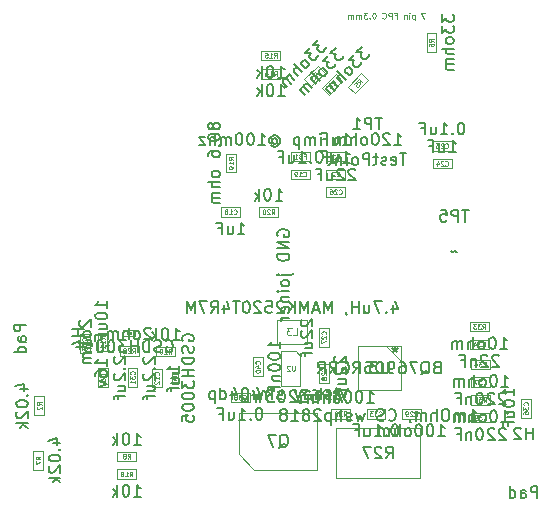
<source format=gbr>
%TF.GenerationSoftware,KiCad,Pcbnew,8.0.5-8.0.5-0~ubuntu24.04.1*%
%TF.CreationDate,2024-09-15T17:00:47-06:00*%
%TF.ProjectId,esp32-s3 single motor & battery controller,65737033-322d-4733-9320-73696e676c65,rev?*%
%TF.SameCoordinates,Original*%
%TF.FileFunction,AssemblyDrawing,Bot*%
%FSLAX46Y46*%
G04 Gerber Fmt 4.6, Leading zero omitted, Abs format (unit mm)*
G04 Created by KiCad (PCBNEW 8.0.5-8.0.5-0~ubuntu24.04.1) date 2024-09-15 17:00:47*
%MOMM*%
%LPD*%
G01*
G04 APERTURE LIST*
%ADD10C,0.150000*%
%ADD11C,0.060000*%
%ADD12C,0.040000*%
%ADD13C,0.090000*%
%ADD14C,0.125000*%
%ADD15C,0.100000*%
%ADD16C,0.025400*%
G04 APERTURE END LIST*
D10*
X140283333Y-103804819D02*
X139711905Y-103804819D01*
X139997619Y-104804819D02*
X139997619Y-103804819D01*
X138997619Y-104757200D02*
X139092857Y-104804819D01*
X139092857Y-104804819D02*
X139283333Y-104804819D01*
X139283333Y-104804819D02*
X139378571Y-104757200D01*
X139378571Y-104757200D02*
X139426190Y-104661961D01*
X139426190Y-104661961D02*
X139426190Y-104281009D01*
X139426190Y-104281009D02*
X139378571Y-104185771D01*
X139378571Y-104185771D02*
X139283333Y-104138152D01*
X139283333Y-104138152D02*
X139092857Y-104138152D01*
X139092857Y-104138152D02*
X138997619Y-104185771D01*
X138997619Y-104185771D02*
X138950000Y-104281009D01*
X138950000Y-104281009D02*
X138950000Y-104376247D01*
X138950000Y-104376247D02*
X139426190Y-104471485D01*
X138569047Y-104757200D02*
X138473809Y-104804819D01*
X138473809Y-104804819D02*
X138283333Y-104804819D01*
X138283333Y-104804819D02*
X138188095Y-104757200D01*
X138188095Y-104757200D02*
X138140476Y-104661961D01*
X138140476Y-104661961D02*
X138140476Y-104614342D01*
X138140476Y-104614342D02*
X138188095Y-104519104D01*
X138188095Y-104519104D02*
X138283333Y-104471485D01*
X138283333Y-104471485D02*
X138426190Y-104471485D01*
X138426190Y-104471485D02*
X138521428Y-104423866D01*
X138521428Y-104423866D02*
X138569047Y-104328628D01*
X138569047Y-104328628D02*
X138569047Y-104281009D01*
X138569047Y-104281009D02*
X138521428Y-104185771D01*
X138521428Y-104185771D02*
X138426190Y-104138152D01*
X138426190Y-104138152D02*
X138283333Y-104138152D01*
X138283333Y-104138152D02*
X138188095Y-104185771D01*
X137854761Y-104138152D02*
X137473809Y-104138152D01*
X137711904Y-103804819D02*
X137711904Y-104661961D01*
X137711904Y-104661961D02*
X137664285Y-104757200D01*
X137664285Y-104757200D02*
X137569047Y-104804819D01*
X137569047Y-104804819D02*
X137473809Y-104804819D01*
X137140475Y-104804819D02*
X137140475Y-103804819D01*
X137140475Y-103804819D02*
X136759523Y-103804819D01*
X136759523Y-103804819D02*
X136664285Y-103852438D01*
X136664285Y-103852438D02*
X136616666Y-103900057D01*
X136616666Y-103900057D02*
X136569047Y-103995295D01*
X136569047Y-103995295D02*
X136569047Y-104138152D01*
X136569047Y-104138152D02*
X136616666Y-104233390D01*
X136616666Y-104233390D02*
X136664285Y-104281009D01*
X136664285Y-104281009D02*
X136759523Y-104328628D01*
X136759523Y-104328628D02*
X137140475Y-104328628D01*
X135997618Y-104804819D02*
X136092856Y-104757200D01*
X136092856Y-104757200D02*
X136140475Y-104709580D01*
X136140475Y-104709580D02*
X136188094Y-104614342D01*
X136188094Y-104614342D02*
X136188094Y-104328628D01*
X136188094Y-104328628D02*
X136140475Y-104233390D01*
X136140475Y-104233390D02*
X136092856Y-104185771D01*
X136092856Y-104185771D02*
X135997618Y-104138152D01*
X135997618Y-104138152D02*
X135854761Y-104138152D01*
X135854761Y-104138152D02*
X135759523Y-104185771D01*
X135759523Y-104185771D02*
X135711904Y-104233390D01*
X135711904Y-104233390D02*
X135664285Y-104328628D01*
X135664285Y-104328628D02*
X135664285Y-104614342D01*
X135664285Y-104614342D02*
X135711904Y-104709580D01*
X135711904Y-104709580D02*
X135759523Y-104757200D01*
X135759523Y-104757200D02*
X135854761Y-104804819D01*
X135854761Y-104804819D02*
X135997618Y-104804819D01*
X135235713Y-104804819D02*
X135235713Y-104138152D01*
X135235713Y-103804819D02*
X135283332Y-103852438D01*
X135283332Y-103852438D02*
X135235713Y-103900057D01*
X135235713Y-103900057D02*
X135188094Y-103852438D01*
X135188094Y-103852438D02*
X135235713Y-103804819D01*
X135235713Y-103804819D02*
X135235713Y-103900057D01*
X134759523Y-104138152D02*
X134759523Y-104804819D01*
X134759523Y-104233390D02*
X134711904Y-104185771D01*
X134711904Y-104185771D02*
X134616666Y-104138152D01*
X134616666Y-104138152D02*
X134473809Y-104138152D01*
X134473809Y-104138152D02*
X134378571Y-104185771D01*
X134378571Y-104185771D02*
X134330952Y-104281009D01*
X134330952Y-104281009D02*
X134330952Y-104804819D01*
X133997618Y-104138152D02*
X133616666Y-104138152D01*
X133854761Y-103804819D02*
X133854761Y-104661961D01*
X133854761Y-104661961D02*
X133807142Y-104757200D01*
X133807142Y-104757200D02*
X133711904Y-104804819D01*
X133711904Y-104804819D02*
X133616666Y-104804819D01*
X138211904Y-100804819D02*
X137640476Y-100804819D01*
X137926190Y-101804819D02*
X137926190Y-100804819D01*
X137307142Y-101804819D02*
X137307142Y-100804819D01*
X137307142Y-100804819D02*
X136926190Y-100804819D01*
X136926190Y-100804819D02*
X136830952Y-100852438D01*
X136830952Y-100852438D02*
X136783333Y-100900057D01*
X136783333Y-100900057D02*
X136735714Y-100995295D01*
X136735714Y-100995295D02*
X136735714Y-101138152D01*
X136735714Y-101138152D02*
X136783333Y-101233390D01*
X136783333Y-101233390D02*
X136830952Y-101281009D01*
X136830952Y-101281009D02*
X136926190Y-101328628D01*
X136926190Y-101328628D02*
X137307142Y-101328628D01*
X135783333Y-101804819D02*
X136354761Y-101804819D01*
X136069047Y-101804819D02*
X136069047Y-100804819D01*
X136069047Y-100804819D02*
X136164285Y-100947676D01*
X136164285Y-100947676D02*
X136259523Y-101042914D01*
X136259523Y-101042914D02*
X136354761Y-101090533D01*
X112670057Y-117942857D02*
X112622438Y-117990476D01*
X112622438Y-117990476D02*
X112574819Y-118085714D01*
X112574819Y-118085714D02*
X112574819Y-118323809D01*
X112574819Y-118323809D02*
X112622438Y-118419047D01*
X112622438Y-118419047D02*
X112670057Y-118466666D01*
X112670057Y-118466666D02*
X112765295Y-118514285D01*
X112765295Y-118514285D02*
X112860533Y-118514285D01*
X112860533Y-118514285D02*
X113003390Y-118466666D01*
X113003390Y-118466666D02*
X113574819Y-117895238D01*
X113574819Y-117895238D02*
X113574819Y-118514285D01*
X113574819Y-119085714D02*
X113527200Y-118990476D01*
X113527200Y-118990476D02*
X113479580Y-118942857D01*
X113479580Y-118942857D02*
X113384342Y-118895238D01*
X113384342Y-118895238D02*
X113098628Y-118895238D01*
X113098628Y-118895238D02*
X113003390Y-118942857D01*
X113003390Y-118942857D02*
X112955771Y-118990476D01*
X112955771Y-118990476D02*
X112908152Y-119085714D01*
X112908152Y-119085714D02*
X112908152Y-119228571D01*
X112908152Y-119228571D02*
X112955771Y-119323809D01*
X112955771Y-119323809D02*
X113003390Y-119371428D01*
X113003390Y-119371428D02*
X113098628Y-119419047D01*
X113098628Y-119419047D02*
X113384342Y-119419047D01*
X113384342Y-119419047D02*
X113479580Y-119371428D01*
X113479580Y-119371428D02*
X113527200Y-119323809D01*
X113527200Y-119323809D02*
X113574819Y-119228571D01*
X113574819Y-119228571D02*
X113574819Y-119085714D01*
X113574819Y-119847619D02*
X112574819Y-119847619D01*
X113574819Y-120276190D02*
X113051009Y-120276190D01*
X113051009Y-120276190D02*
X112955771Y-120228571D01*
X112955771Y-120228571D02*
X112908152Y-120133333D01*
X112908152Y-120133333D02*
X112908152Y-119990476D01*
X112908152Y-119990476D02*
X112955771Y-119895238D01*
X112955771Y-119895238D02*
X113003390Y-119847619D01*
X113574819Y-120752381D02*
X112908152Y-120752381D01*
X113003390Y-120752381D02*
X112955771Y-120800000D01*
X112955771Y-120800000D02*
X112908152Y-120895238D01*
X112908152Y-120895238D02*
X112908152Y-121038095D01*
X112908152Y-121038095D02*
X112955771Y-121133333D01*
X112955771Y-121133333D02*
X113051009Y-121180952D01*
X113051009Y-121180952D02*
X113574819Y-121180952D01*
X113051009Y-121180952D02*
X112955771Y-121228571D01*
X112955771Y-121228571D02*
X112908152Y-121323809D01*
X112908152Y-121323809D02*
X112908152Y-121466666D01*
X112908152Y-121466666D02*
X112955771Y-121561905D01*
X112955771Y-121561905D02*
X113051009Y-121609524D01*
X113051009Y-121609524D02*
X113574819Y-121609524D01*
D11*
X114731927Y-119542857D02*
X114541451Y-119409524D01*
X114731927Y-119314286D02*
X114331927Y-119314286D01*
X114331927Y-119314286D02*
X114331927Y-119466667D01*
X114331927Y-119466667D02*
X114350975Y-119504762D01*
X114350975Y-119504762D02*
X114370022Y-119523809D01*
X114370022Y-119523809D02*
X114408118Y-119542857D01*
X114408118Y-119542857D02*
X114465260Y-119542857D01*
X114465260Y-119542857D02*
X114503356Y-119523809D01*
X114503356Y-119523809D02*
X114522403Y-119504762D01*
X114522403Y-119504762D02*
X114541451Y-119466667D01*
X114541451Y-119466667D02*
X114541451Y-119314286D01*
X114731927Y-119923809D02*
X114731927Y-119695238D01*
X114731927Y-119809524D02*
X114331927Y-119809524D01*
X114331927Y-119809524D02*
X114389070Y-119771428D01*
X114389070Y-119771428D02*
X114427165Y-119733333D01*
X114427165Y-119733333D02*
X114446213Y-119695238D01*
X114731927Y-120304761D02*
X114731927Y-120076190D01*
X114731927Y-120190476D02*
X114331927Y-120190476D01*
X114331927Y-120190476D02*
X114389070Y-120152380D01*
X114389070Y-120152380D02*
X114427165Y-120114285D01*
X114427165Y-120114285D02*
X114446213Y-120076190D01*
D10*
X148311904Y-126584819D02*
X148883332Y-126584819D01*
X148597618Y-126584819D02*
X148597618Y-125584819D01*
X148597618Y-125584819D02*
X148692856Y-125727676D01*
X148692856Y-125727676D02*
X148788094Y-125822914D01*
X148788094Y-125822914D02*
X148883332Y-125870533D01*
X147692856Y-125584819D02*
X147597618Y-125584819D01*
X147597618Y-125584819D02*
X147502380Y-125632438D01*
X147502380Y-125632438D02*
X147454761Y-125680057D01*
X147454761Y-125680057D02*
X147407142Y-125775295D01*
X147407142Y-125775295D02*
X147359523Y-125965771D01*
X147359523Y-125965771D02*
X147359523Y-126203866D01*
X147359523Y-126203866D02*
X147407142Y-126394342D01*
X147407142Y-126394342D02*
X147454761Y-126489580D01*
X147454761Y-126489580D02*
X147502380Y-126537200D01*
X147502380Y-126537200D02*
X147597618Y-126584819D01*
X147597618Y-126584819D02*
X147692856Y-126584819D01*
X147692856Y-126584819D02*
X147788094Y-126537200D01*
X147788094Y-126537200D02*
X147835713Y-126489580D01*
X147835713Y-126489580D02*
X147883332Y-126394342D01*
X147883332Y-126394342D02*
X147930951Y-126203866D01*
X147930951Y-126203866D02*
X147930951Y-125965771D01*
X147930951Y-125965771D02*
X147883332Y-125775295D01*
X147883332Y-125775295D02*
X147835713Y-125680057D01*
X147835713Y-125680057D02*
X147788094Y-125632438D01*
X147788094Y-125632438D02*
X147692856Y-125584819D01*
X146788094Y-126584819D02*
X146883332Y-126537200D01*
X146883332Y-126537200D02*
X146930951Y-126489580D01*
X146930951Y-126489580D02*
X146978570Y-126394342D01*
X146978570Y-126394342D02*
X146978570Y-126108628D01*
X146978570Y-126108628D02*
X146930951Y-126013390D01*
X146930951Y-126013390D02*
X146883332Y-125965771D01*
X146883332Y-125965771D02*
X146788094Y-125918152D01*
X146788094Y-125918152D02*
X146645237Y-125918152D01*
X146645237Y-125918152D02*
X146549999Y-125965771D01*
X146549999Y-125965771D02*
X146502380Y-126013390D01*
X146502380Y-126013390D02*
X146454761Y-126108628D01*
X146454761Y-126108628D02*
X146454761Y-126394342D01*
X146454761Y-126394342D02*
X146502380Y-126489580D01*
X146502380Y-126489580D02*
X146549999Y-126537200D01*
X146549999Y-126537200D02*
X146645237Y-126584819D01*
X146645237Y-126584819D02*
X146788094Y-126584819D01*
X146026189Y-126584819D02*
X146026189Y-125584819D01*
X145597618Y-126584819D02*
X145597618Y-126061009D01*
X145597618Y-126061009D02*
X145645237Y-125965771D01*
X145645237Y-125965771D02*
X145740475Y-125918152D01*
X145740475Y-125918152D02*
X145883332Y-125918152D01*
X145883332Y-125918152D02*
X145978570Y-125965771D01*
X145978570Y-125965771D02*
X146026189Y-126013390D01*
X145121427Y-126584819D02*
X145121427Y-125918152D01*
X145121427Y-126013390D02*
X145073808Y-125965771D01*
X145073808Y-125965771D02*
X144978570Y-125918152D01*
X144978570Y-125918152D02*
X144835713Y-125918152D01*
X144835713Y-125918152D02*
X144740475Y-125965771D01*
X144740475Y-125965771D02*
X144692856Y-126061009D01*
X144692856Y-126061009D02*
X144692856Y-126584819D01*
X144692856Y-126061009D02*
X144645237Y-125965771D01*
X144645237Y-125965771D02*
X144549999Y-125918152D01*
X144549999Y-125918152D02*
X144407142Y-125918152D01*
X144407142Y-125918152D02*
X144311903Y-125965771D01*
X144311903Y-125965771D02*
X144264284Y-126061009D01*
X144264284Y-126061009D02*
X144264284Y-126584819D01*
D11*
X146807142Y-124881927D02*
X146940475Y-124691451D01*
X147035713Y-124881927D02*
X147035713Y-124481927D01*
X147035713Y-124481927D02*
X146883332Y-124481927D01*
X146883332Y-124481927D02*
X146845237Y-124500975D01*
X146845237Y-124500975D02*
X146826190Y-124520022D01*
X146826190Y-124520022D02*
X146807142Y-124558118D01*
X146807142Y-124558118D02*
X146807142Y-124615260D01*
X146807142Y-124615260D02*
X146826190Y-124653356D01*
X146826190Y-124653356D02*
X146845237Y-124672403D01*
X146845237Y-124672403D02*
X146883332Y-124691451D01*
X146883332Y-124691451D02*
X147035713Y-124691451D01*
X146673809Y-124481927D02*
X146426190Y-124481927D01*
X146426190Y-124481927D02*
X146559523Y-124634308D01*
X146559523Y-124634308D02*
X146502380Y-124634308D01*
X146502380Y-124634308D02*
X146464285Y-124653356D01*
X146464285Y-124653356D02*
X146445237Y-124672403D01*
X146445237Y-124672403D02*
X146426190Y-124710499D01*
X146426190Y-124710499D02*
X146426190Y-124805737D01*
X146426190Y-124805737D02*
X146445237Y-124843832D01*
X146445237Y-124843832D02*
X146464285Y-124862880D01*
X146464285Y-124862880D02*
X146502380Y-124881927D01*
X146502380Y-124881927D02*
X146616666Y-124881927D01*
X146616666Y-124881927D02*
X146654761Y-124862880D01*
X146654761Y-124862880D02*
X146673809Y-124843832D01*
X146064285Y-124481927D02*
X146254761Y-124481927D01*
X146254761Y-124481927D02*
X146273809Y-124672403D01*
X146273809Y-124672403D02*
X146254761Y-124653356D01*
X146254761Y-124653356D02*
X146216666Y-124634308D01*
X146216666Y-124634308D02*
X146121428Y-124634308D01*
X146121428Y-124634308D02*
X146083333Y-124653356D01*
X146083333Y-124653356D02*
X146064285Y-124672403D01*
X146064285Y-124672403D02*
X146045238Y-124710499D01*
X146045238Y-124710499D02*
X146045238Y-124805737D01*
X146045238Y-124805737D02*
X146064285Y-124843832D01*
X146064285Y-124843832D02*
X146083333Y-124862880D01*
X146083333Y-124862880D02*
X146121428Y-124881927D01*
X146121428Y-124881927D02*
X146216666Y-124881927D01*
X146216666Y-124881927D02*
X146254761Y-124862880D01*
X146254761Y-124862880D02*
X146273809Y-124843832D01*
D10*
X129402438Y-110838095D02*
X129354819Y-110742857D01*
X129354819Y-110742857D02*
X129354819Y-110600000D01*
X129354819Y-110600000D02*
X129402438Y-110457143D01*
X129402438Y-110457143D02*
X129497676Y-110361905D01*
X129497676Y-110361905D02*
X129592914Y-110314286D01*
X129592914Y-110314286D02*
X129783390Y-110266667D01*
X129783390Y-110266667D02*
X129926247Y-110266667D01*
X129926247Y-110266667D02*
X130116723Y-110314286D01*
X130116723Y-110314286D02*
X130211961Y-110361905D01*
X130211961Y-110361905D02*
X130307200Y-110457143D01*
X130307200Y-110457143D02*
X130354819Y-110600000D01*
X130354819Y-110600000D02*
X130354819Y-110695238D01*
X130354819Y-110695238D02*
X130307200Y-110838095D01*
X130307200Y-110838095D02*
X130259580Y-110885714D01*
X130259580Y-110885714D02*
X129926247Y-110885714D01*
X129926247Y-110885714D02*
X129926247Y-110695238D01*
X130354819Y-111314286D02*
X129354819Y-111314286D01*
X129354819Y-111314286D02*
X130354819Y-111885714D01*
X130354819Y-111885714D02*
X129354819Y-111885714D01*
X130354819Y-112361905D02*
X129354819Y-112361905D01*
X129354819Y-112361905D02*
X129354819Y-112600000D01*
X129354819Y-112600000D02*
X129402438Y-112742857D01*
X129402438Y-112742857D02*
X129497676Y-112838095D01*
X129497676Y-112838095D02*
X129592914Y-112885714D01*
X129592914Y-112885714D02*
X129783390Y-112933333D01*
X129783390Y-112933333D02*
X129926247Y-112933333D01*
X129926247Y-112933333D02*
X130116723Y-112885714D01*
X130116723Y-112885714D02*
X130211961Y-112838095D01*
X130211961Y-112838095D02*
X130307200Y-112742857D01*
X130307200Y-112742857D02*
X130354819Y-112600000D01*
X130354819Y-112600000D02*
X130354819Y-112361905D01*
X129688152Y-114123810D02*
X130545295Y-114123810D01*
X130545295Y-114123810D02*
X130640533Y-114076191D01*
X130640533Y-114076191D02*
X130688152Y-113980953D01*
X130688152Y-113980953D02*
X130688152Y-113933334D01*
X129354819Y-114123810D02*
X129402438Y-114076191D01*
X129402438Y-114076191D02*
X129450057Y-114123810D01*
X129450057Y-114123810D02*
X129402438Y-114171429D01*
X129402438Y-114171429D02*
X129354819Y-114123810D01*
X129354819Y-114123810D02*
X129450057Y-114123810D01*
X130354819Y-114742857D02*
X130307200Y-114647619D01*
X130307200Y-114647619D02*
X130259580Y-114600000D01*
X130259580Y-114600000D02*
X130164342Y-114552381D01*
X130164342Y-114552381D02*
X129878628Y-114552381D01*
X129878628Y-114552381D02*
X129783390Y-114600000D01*
X129783390Y-114600000D02*
X129735771Y-114647619D01*
X129735771Y-114647619D02*
X129688152Y-114742857D01*
X129688152Y-114742857D02*
X129688152Y-114885714D01*
X129688152Y-114885714D02*
X129735771Y-114980952D01*
X129735771Y-114980952D02*
X129783390Y-115028571D01*
X129783390Y-115028571D02*
X129878628Y-115076190D01*
X129878628Y-115076190D02*
X130164342Y-115076190D01*
X130164342Y-115076190D02*
X130259580Y-115028571D01*
X130259580Y-115028571D02*
X130307200Y-114980952D01*
X130307200Y-114980952D02*
X130354819Y-114885714D01*
X130354819Y-114885714D02*
X130354819Y-114742857D01*
X130354819Y-115504762D02*
X129688152Y-115504762D01*
X129354819Y-115504762D02*
X129402438Y-115457143D01*
X129402438Y-115457143D02*
X129450057Y-115504762D01*
X129450057Y-115504762D02*
X129402438Y-115552381D01*
X129402438Y-115552381D02*
X129354819Y-115504762D01*
X129354819Y-115504762D02*
X129450057Y-115504762D01*
X129688152Y-115980952D02*
X130354819Y-115980952D01*
X129783390Y-115980952D02*
X129735771Y-116028571D01*
X129735771Y-116028571D02*
X129688152Y-116123809D01*
X129688152Y-116123809D02*
X129688152Y-116266666D01*
X129688152Y-116266666D02*
X129735771Y-116361904D01*
X129735771Y-116361904D02*
X129831009Y-116409523D01*
X129831009Y-116409523D02*
X130354819Y-116409523D01*
X130307200Y-117266666D02*
X130354819Y-117171428D01*
X130354819Y-117171428D02*
X130354819Y-116980952D01*
X130354819Y-116980952D02*
X130307200Y-116885714D01*
X130307200Y-116885714D02*
X130211961Y-116838095D01*
X130211961Y-116838095D02*
X129831009Y-116838095D01*
X129831009Y-116838095D02*
X129735771Y-116885714D01*
X129735771Y-116885714D02*
X129688152Y-116980952D01*
X129688152Y-116980952D02*
X129688152Y-117171428D01*
X129688152Y-117171428D02*
X129735771Y-117266666D01*
X129735771Y-117266666D02*
X129831009Y-117314285D01*
X129831009Y-117314285D02*
X129926247Y-117314285D01*
X129926247Y-117314285D02*
X130021485Y-116838095D01*
X130354819Y-117742857D02*
X129688152Y-117742857D01*
X129878628Y-117742857D02*
X129783390Y-117790476D01*
X129783390Y-117790476D02*
X129735771Y-117838095D01*
X129735771Y-117838095D02*
X129688152Y-117933333D01*
X129688152Y-117933333D02*
X129688152Y-118028571D01*
X134286923Y-94919748D02*
X133849190Y-95357481D01*
X133849190Y-95357481D02*
X134354266Y-95391153D01*
X134354266Y-95391153D02*
X134253251Y-95492168D01*
X134253251Y-95492168D02*
X134219579Y-95593183D01*
X134219579Y-95593183D02*
X134219579Y-95660527D01*
X134219579Y-95660527D02*
X134253251Y-95761542D01*
X134253251Y-95761542D02*
X134421610Y-95929901D01*
X134421610Y-95929901D02*
X134522625Y-95963572D01*
X134522625Y-95963572D02*
X134589968Y-95963572D01*
X134589968Y-95963572D02*
X134690984Y-95929901D01*
X134690984Y-95929901D02*
X134893014Y-95727870D01*
X134893014Y-95727870D02*
X134926686Y-95626855D01*
X134926686Y-95626855D02*
X134926686Y-95559511D01*
X133613487Y-95593183D02*
X133175755Y-96030916D01*
X133175755Y-96030916D02*
X133680831Y-96064588D01*
X133680831Y-96064588D02*
X133579816Y-96165603D01*
X133579816Y-96165603D02*
X133546144Y-96266618D01*
X133546144Y-96266618D02*
X133546144Y-96333962D01*
X133546144Y-96333962D02*
X133579816Y-96434977D01*
X133579816Y-96434977D02*
X133748174Y-96603336D01*
X133748174Y-96603336D02*
X133849190Y-96637008D01*
X133849190Y-96637008D02*
X133916533Y-96637008D01*
X133916533Y-96637008D02*
X134017549Y-96603336D01*
X134017549Y-96603336D02*
X134219579Y-96401305D01*
X134219579Y-96401305D02*
X134253251Y-96300290D01*
X134253251Y-96300290D02*
X134253251Y-96232946D01*
X133478800Y-97142084D02*
X133512472Y-97041069D01*
X133512472Y-97041069D02*
X133512472Y-96973725D01*
X133512472Y-96973725D02*
X133478800Y-96872710D01*
X133478800Y-96872710D02*
X133276770Y-96670679D01*
X133276770Y-96670679D02*
X133175755Y-96637008D01*
X133175755Y-96637008D02*
X133108411Y-96637008D01*
X133108411Y-96637008D02*
X133007396Y-96670679D01*
X133007396Y-96670679D02*
X132906381Y-96771695D01*
X132906381Y-96771695D02*
X132872709Y-96872710D01*
X132872709Y-96872710D02*
X132872709Y-96940053D01*
X132872709Y-96940053D02*
X132906381Y-97041069D01*
X132906381Y-97041069D02*
X133108411Y-97243099D01*
X133108411Y-97243099D02*
X133209426Y-97276771D01*
X133209426Y-97276771D02*
X133276770Y-97276771D01*
X133276770Y-97276771D02*
X133377785Y-97243099D01*
X133377785Y-97243099D02*
X133478800Y-97142084D01*
X132940052Y-97680832D02*
X132232946Y-96973725D01*
X132637007Y-97983878D02*
X132266617Y-97613488D01*
X132266617Y-97613488D02*
X132232946Y-97512473D01*
X132232946Y-97512473D02*
X132266617Y-97411458D01*
X132266617Y-97411458D02*
X132367633Y-97310443D01*
X132367633Y-97310443D02*
X132468648Y-97276771D01*
X132468648Y-97276771D02*
X132535991Y-97276771D01*
X132300289Y-98320595D02*
X131828884Y-97849191D01*
X131896228Y-97916534D02*
X131828884Y-97916534D01*
X131828884Y-97916534D02*
X131727869Y-97950206D01*
X131727869Y-97950206D02*
X131626854Y-98051221D01*
X131626854Y-98051221D02*
X131593182Y-98152236D01*
X131593182Y-98152236D02*
X131626854Y-98253252D01*
X131626854Y-98253252D02*
X131997243Y-98623641D01*
X131626854Y-98253252D02*
X131525839Y-98219580D01*
X131525839Y-98219580D02*
X131424823Y-98253252D01*
X131424823Y-98253252D02*
X131323808Y-98354267D01*
X131323808Y-98354267D02*
X131290136Y-98455282D01*
X131290136Y-98455282D02*
X131323808Y-98556298D01*
X131323808Y-98556298D02*
X131694197Y-98926687D01*
D11*
X134175782Y-98081501D02*
X134135376Y-97852534D01*
X134337406Y-97919877D02*
X134054564Y-97637034D01*
X134054564Y-97637034D02*
X133946814Y-97744784D01*
X133946814Y-97744784D02*
X133933345Y-97785190D01*
X133933345Y-97785190D02*
X133933345Y-97812127D01*
X133933345Y-97812127D02*
X133946814Y-97852534D01*
X133946814Y-97852534D02*
X133987220Y-97892940D01*
X133987220Y-97892940D02*
X134027626Y-97906408D01*
X134027626Y-97906408D02*
X134054564Y-97906408D01*
X134054564Y-97906408D02*
X134094970Y-97892940D01*
X134094970Y-97892940D02*
X134202719Y-97785190D01*
X133744784Y-98135376D02*
X133933345Y-98323938D01*
X133704378Y-97960283D02*
X133973752Y-98094970D01*
X133973752Y-98094970D02*
X133798658Y-98270063D01*
D10*
X120495238Y-119624819D02*
X121066666Y-119624819D01*
X120780952Y-119624819D02*
X120780952Y-118624819D01*
X120780952Y-118624819D02*
X120876190Y-118767676D01*
X120876190Y-118767676D02*
X120971428Y-118862914D01*
X120971428Y-118862914D02*
X121066666Y-118910533D01*
X119876190Y-118624819D02*
X119780952Y-118624819D01*
X119780952Y-118624819D02*
X119685714Y-118672438D01*
X119685714Y-118672438D02*
X119638095Y-118720057D01*
X119638095Y-118720057D02*
X119590476Y-118815295D01*
X119590476Y-118815295D02*
X119542857Y-119005771D01*
X119542857Y-119005771D02*
X119542857Y-119243866D01*
X119542857Y-119243866D02*
X119590476Y-119434342D01*
X119590476Y-119434342D02*
X119638095Y-119529580D01*
X119638095Y-119529580D02*
X119685714Y-119577200D01*
X119685714Y-119577200D02*
X119780952Y-119624819D01*
X119780952Y-119624819D02*
X119876190Y-119624819D01*
X119876190Y-119624819D02*
X119971428Y-119577200D01*
X119971428Y-119577200D02*
X120019047Y-119529580D01*
X120019047Y-119529580D02*
X120066666Y-119434342D01*
X120066666Y-119434342D02*
X120114285Y-119243866D01*
X120114285Y-119243866D02*
X120114285Y-119005771D01*
X120114285Y-119005771D02*
X120066666Y-118815295D01*
X120066666Y-118815295D02*
X120019047Y-118720057D01*
X120019047Y-118720057D02*
X119971428Y-118672438D01*
X119971428Y-118672438D02*
X119876190Y-118624819D01*
X119114285Y-119624819D02*
X119114285Y-118624819D01*
X119019047Y-119243866D02*
X118733333Y-119624819D01*
X118733333Y-118958152D02*
X119114285Y-119339104D01*
D11*
X120157142Y-120781927D02*
X120290475Y-120591451D01*
X120385713Y-120781927D02*
X120385713Y-120381927D01*
X120385713Y-120381927D02*
X120233332Y-120381927D01*
X120233332Y-120381927D02*
X120195237Y-120400975D01*
X120195237Y-120400975D02*
X120176190Y-120420022D01*
X120176190Y-120420022D02*
X120157142Y-120458118D01*
X120157142Y-120458118D02*
X120157142Y-120515260D01*
X120157142Y-120515260D02*
X120176190Y-120553356D01*
X120176190Y-120553356D02*
X120195237Y-120572403D01*
X120195237Y-120572403D02*
X120233332Y-120591451D01*
X120233332Y-120591451D02*
X120385713Y-120591451D01*
X119776190Y-120781927D02*
X120004761Y-120781927D01*
X119890475Y-120781927D02*
X119890475Y-120381927D01*
X119890475Y-120381927D02*
X119928571Y-120439070D01*
X119928571Y-120439070D02*
X119966666Y-120477165D01*
X119966666Y-120477165D02*
X120004761Y-120496213D01*
X119528571Y-120381927D02*
X119490476Y-120381927D01*
X119490476Y-120381927D02*
X119452380Y-120400975D01*
X119452380Y-120400975D02*
X119433333Y-120420022D01*
X119433333Y-120420022D02*
X119414285Y-120458118D01*
X119414285Y-120458118D02*
X119395238Y-120534308D01*
X119395238Y-120534308D02*
X119395238Y-120629546D01*
X119395238Y-120629546D02*
X119414285Y-120705737D01*
X119414285Y-120705737D02*
X119433333Y-120743832D01*
X119433333Y-120743832D02*
X119452380Y-120762880D01*
X119452380Y-120762880D02*
X119490476Y-120781927D01*
X119490476Y-120781927D02*
X119528571Y-120781927D01*
X119528571Y-120781927D02*
X119566666Y-120762880D01*
X119566666Y-120762880D02*
X119585714Y-120743832D01*
X119585714Y-120743832D02*
X119604761Y-120705737D01*
X119604761Y-120705737D02*
X119623809Y-120629546D01*
X119623809Y-120629546D02*
X119623809Y-120534308D01*
X119623809Y-120534308D02*
X119604761Y-120458118D01*
X119604761Y-120458118D02*
X119585714Y-120420022D01*
X119585714Y-120420022D02*
X119566666Y-120400975D01*
X119566666Y-120400975D02*
X119528571Y-120381927D01*
D10*
X136486923Y-94819748D02*
X136049190Y-95257481D01*
X136049190Y-95257481D02*
X136554266Y-95291153D01*
X136554266Y-95291153D02*
X136453251Y-95392168D01*
X136453251Y-95392168D02*
X136419579Y-95493183D01*
X136419579Y-95493183D02*
X136419579Y-95560527D01*
X136419579Y-95560527D02*
X136453251Y-95661542D01*
X136453251Y-95661542D02*
X136621610Y-95829901D01*
X136621610Y-95829901D02*
X136722625Y-95863572D01*
X136722625Y-95863572D02*
X136789968Y-95863572D01*
X136789968Y-95863572D02*
X136890984Y-95829901D01*
X136890984Y-95829901D02*
X137093014Y-95627870D01*
X137093014Y-95627870D02*
X137126686Y-95526855D01*
X137126686Y-95526855D02*
X137126686Y-95459511D01*
X135813487Y-95493183D02*
X135375755Y-95930916D01*
X135375755Y-95930916D02*
X135880831Y-95964588D01*
X135880831Y-95964588D02*
X135779816Y-96065603D01*
X135779816Y-96065603D02*
X135746144Y-96166618D01*
X135746144Y-96166618D02*
X135746144Y-96233962D01*
X135746144Y-96233962D02*
X135779816Y-96334977D01*
X135779816Y-96334977D02*
X135948174Y-96503336D01*
X135948174Y-96503336D02*
X136049190Y-96537008D01*
X136049190Y-96537008D02*
X136116533Y-96537008D01*
X136116533Y-96537008D02*
X136217549Y-96503336D01*
X136217549Y-96503336D02*
X136419579Y-96301305D01*
X136419579Y-96301305D02*
X136453251Y-96200290D01*
X136453251Y-96200290D02*
X136453251Y-96132946D01*
X135678800Y-97042084D02*
X135712472Y-96941069D01*
X135712472Y-96941069D02*
X135712472Y-96873725D01*
X135712472Y-96873725D02*
X135678800Y-96772710D01*
X135678800Y-96772710D02*
X135476770Y-96570679D01*
X135476770Y-96570679D02*
X135375755Y-96537008D01*
X135375755Y-96537008D02*
X135308411Y-96537008D01*
X135308411Y-96537008D02*
X135207396Y-96570679D01*
X135207396Y-96570679D02*
X135106381Y-96671695D01*
X135106381Y-96671695D02*
X135072709Y-96772710D01*
X135072709Y-96772710D02*
X135072709Y-96840053D01*
X135072709Y-96840053D02*
X135106381Y-96941069D01*
X135106381Y-96941069D02*
X135308411Y-97143099D01*
X135308411Y-97143099D02*
X135409426Y-97176771D01*
X135409426Y-97176771D02*
X135476770Y-97176771D01*
X135476770Y-97176771D02*
X135577785Y-97143099D01*
X135577785Y-97143099D02*
X135678800Y-97042084D01*
X135140052Y-97580832D02*
X134432946Y-96873725D01*
X134837007Y-97883878D02*
X134466617Y-97513488D01*
X134466617Y-97513488D02*
X134432946Y-97412473D01*
X134432946Y-97412473D02*
X134466617Y-97311458D01*
X134466617Y-97311458D02*
X134567633Y-97210443D01*
X134567633Y-97210443D02*
X134668648Y-97176771D01*
X134668648Y-97176771D02*
X134735991Y-97176771D01*
X134500289Y-98220595D02*
X134028884Y-97749191D01*
X134096228Y-97816534D02*
X134028884Y-97816534D01*
X134028884Y-97816534D02*
X133927869Y-97850206D01*
X133927869Y-97850206D02*
X133826854Y-97951221D01*
X133826854Y-97951221D02*
X133793182Y-98052236D01*
X133793182Y-98052236D02*
X133826854Y-98153252D01*
X133826854Y-98153252D02*
X134197243Y-98523641D01*
X133826854Y-98153252D02*
X133725839Y-98119580D01*
X133725839Y-98119580D02*
X133624823Y-98153252D01*
X133624823Y-98153252D02*
X133523808Y-98254267D01*
X133523808Y-98254267D02*
X133490136Y-98355282D01*
X133490136Y-98355282D02*
X133523808Y-98456298D01*
X133523808Y-98456298D02*
X133894197Y-98826687D01*
D11*
X136375782Y-97981501D02*
X136335376Y-97752534D01*
X136537406Y-97819877D02*
X136254564Y-97537034D01*
X136254564Y-97537034D02*
X136146814Y-97644784D01*
X136146814Y-97644784D02*
X136133345Y-97685190D01*
X136133345Y-97685190D02*
X136133345Y-97712127D01*
X136133345Y-97712127D02*
X136146814Y-97752534D01*
X136146814Y-97752534D02*
X136187220Y-97792940D01*
X136187220Y-97792940D02*
X136227626Y-97806408D01*
X136227626Y-97806408D02*
X136254564Y-97806408D01*
X136254564Y-97806408D02*
X136294970Y-97792940D01*
X136294970Y-97792940D02*
X136402719Y-97685190D01*
X135837034Y-97954564D02*
X135971721Y-97819877D01*
X135971721Y-97819877D02*
X136119877Y-97941095D01*
X136119877Y-97941095D02*
X136092939Y-97941095D01*
X136092939Y-97941095D02*
X136052533Y-97954564D01*
X136052533Y-97954564D02*
X135985190Y-98021908D01*
X135985190Y-98021908D02*
X135971721Y-98062314D01*
X135971721Y-98062314D02*
X135971721Y-98089251D01*
X135971721Y-98089251D02*
X135985190Y-98129657D01*
X135985190Y-98129657D02*
X136052533Y-98197001D01*
X136052533Y-98197001D02*
X136092939Y-98210469D01*
X136092939Y-98210469D02*
X136119877Y-98210469D01*
X136119877Y-98210469D02*
X136160283Y-98197001D01*
X136160283Y-98197001D02*
X136227626Y-98129657D01*
X136227626Y-98129657D02*
X136241095Y-98089251D01*
X136241095Y-98089251D02*
X136241095Y-98062314D01*
D10*
X134280057Y-121000000D02*
X134232438Y-121047619D01*
X134232438Y-121047619D02*
X134184819Y-121142857D01*
X134184819Y-121142857D02*
X134184819Y-121380952D01*
X134184819Y-121380952D02*
X134232438Y-121476190D01*
X134232438Y-121476190D02*
X134280057Y-121523809D01*
X134280057Y-121523809D02*
X134375295Y-121571428D01*
X134375295Y-121571428D02*
X134470533Y-121571428D01*
X134470533Y-121571428D02*
X134613390Y-121523809D01*
X134613390Y-121523809D02*
X135184819Y-120952381D01*
X135184819Y-120952381D02*
X135184819Y-121571428D01*
X134280057Y-121952381D02*
X134232438Y-122000000D01*
X134232438Y-122000000D02*
X134184819Y-122095238D01*
X134184819Y-122095238D02*
X134184819Y-122333333D01*
X134184819Y-122333333D02*
X134232438Y-122428571D01*
X134232438Y-122428571D02*
X134280057Y-122476190D01*
X134280057Y-122476190D02*
X134375295Y-122523809D01*
X134375295Y-122523809D02*
X134470533Y-122523809D01*
X134470533Y-122523809D02*
X134613390Y-122476190D01*
X134613390Y-122476190D02*
X135184819Y-121904762D01*
X135184819Y-121904762D02*
X135184819Y-122523809D01*
X134518152Y-123380952D02*
X135184819Y-123380952D01*
X134518152Y-122952381D02*
X135041961Y-122952381D01*
X135041961Y-122952381D02*
X135137200Y-123000000D01*
X135137200Y-123000000D02*
X135184819Y-123095238D01*
X135184819Y-123095238D02*
X135184819Y-123238095D01*
X135184819Y-123238095D02*
X135137200Y-123333333D01*
X135137200Y-123333333D02*
X135089580Y-123380952D01*
X134518152Y-123714286D02*
X134518152Y-124095238D01*
X135184819Y-123857143D02*
X134327676Y-123857143D01*
X134327676Y-123857143D02*
X134232438Y-123904762D01*
X134232438Y-123904762D02*
X134184819Y-124000000D01*
X134184819Y-124000000D02*
X134184819Y-124095238D01*
D11*
X133443832Y-122242857D02*
X133462880Y-122223809D01*
X133462880Y-122223809D02*
X133481927Y-122166667D01*
X133481927Y-122166667D02*
X133481927Y-122128571D01*
X133481927Y-122128571D02*
X133462880Y-122071428D01*
X133462880Y-122071428D02*
X133424784Y-122033333D01*
X133424784Y-122033333D02*
X133386689Y-122014286D01*
X133386689Y-122014286D02*
X133310499Y-121995238D01*
X133310499Y-121995238D02*
X133253356Y-121995238D01*
X133253356Y-121995238D02*
X133177165Y-122014286D01*
X133177165Y-122014286D02*
X133139070Y-122033333D01*
X133139070Y-122033333D02*
X133100975Y-122071428D01*
X133100975Y-122071428D02*
X133081927Y-122128571D01*
X133081927Y-122128571D02*
X133081927Y-122166667D01*
X133081927Y-122166667D02*
X133100975Y-122223809D01*
X133100975Y-122223809D02*
X133120022Y-122242857D01*
X133120022Y-122395238D02*
X133100975Y-122414286D01*
X133100975Y-122414286D02*
X133081927Y-122452381D01*
X133081927Y-122452381D02*
X133081927Y-122547619D01*
X133081927Y-122547619D02*
X133100975Y-122585714D01*
X133100975Y-122585714D02*
X133120022Y-122604762D01*
X133120022Y-122604762D02*
X133158118Y-122623809D01*
X133158118Y-122623809D02*
X133196213Y-122623809D01*
X133196213Y-122623809D02*
X133253356Y-122604762D01*
X133253356Y-122604762D02*
X133481927Y-122376190D01*
X133481927Y-122376190D02*
X133481927Y-122623809D01*
X133253356Y-122852380D02*
X133234308Y-122814285D01*
X133234308Y-122814285D02*
X133215260Y-122795238D01*
X133215260Y-122795238D02*
X133177165Y-122776190D01*
X133177165Y-122776190D02*
X133158118Y-122776190D01*
X133158118Y-122776190D02*
X133120022Y-122795238D01*
X133120022Y-122795238D02*
X133100975Y-122814285D01*
X133100975Y-122814285D02*
X133081927Y-122852380D01*
X133081927Y-122852380D02*
X133081927Y-122928571D01*
X133081927Y-122928571D02*
X133100975Y-122966666D01*
X133100975Y-122966666D02*
X133120022Y-122985714D01*
X133120022Y-122985714D02*
X133158118Y-123004761D01*
X133158118Y-123004761D02*
X133177165Y-123004761D01*
X133177165Y-123004761D02*
X133215260Y-122985714D01*
X133215260Y-122985714D02*
X133234308Y-122966666D01*
X133234308Y-122966666D02*
X133253356Y-122928571D01*
X133253356Y-122928571D02*
X133253356Y-122852380D01*
X133253356Y-122852380D02*
X133272403Y-122814285D01*
X133272403Y-122814285D02*
X133291451Y-122795238D01*
X133291451Y-122795238D02*
X133329546Y-122776190D01*
X133329546Y-122776190D02*
X133405737Y-122776190D01*
X133405737Y-122776190D02*
X133443832Y-122795238D01*
X133443832Y-122795238D02*
X133462880Y-122814285D01*
X133462880Y-122814285D02*
X133481927Y-122852380D01*
X133481927Y-122852380D02*
X133481927Y-122928571D01*
X133481927Y-122928571D02*
X133462880Y-122966666D01*
X133462880Y-122966666D02*
X133443832Y-122985714D01*
X133443832Y-122985714D02*
X133405737Y-123004761D01*
X133405737Y-123004761D02*
X133329546Y-123004761D01*
X133329546Y-123004761D02*
X133291451Y-122985714D01*
X133291451Y-122985714D02*
X133272403Y-122966666D01*
X133272403Y-122966666D02*
X133253356Y-122928571D01*
D10*
X134895238Y-104624819D02*
X135466666Y-104624819D01*
X135180952Y-104624819D02*
X135180952Y-103624819D01*
X135180952Y-103624819D02*
X135276190Y-103767676D01*
X135276190Y-103767676D02*
X135371428Y-103862914D01*
X135371428Y-103862914D02*
X135466666Y-103910533D01*
X134038095Y-103958152D02*
X134038095Y-104624819D01*
X134466666Y-103958152D02*
X134466666Y-104481961D01*
X134466666Y-104481961D02*
X134419047Y-104577200D01*
X134419047Y-104577200D02*
X134323809Y-104624819D01*
X134323809Y-104624819D02*
X134180952Y-104624819D01*
X134180952Y-104624819D02*
X134085714Y-104577200D01*
X134085714Y-104577200D02*
X134038095Y-104529580D01*
X133228571Y-104101009D02*
X133561904Y-104101009D01*
X133561904Y-104624819D02*
X133561904Y-103624819D01*
X133561904Y-103624819D02*
X133085714Y-103624819D01*
D11*
X134366666Y-105743832D02*
X134385714Y-105762880D01*
X134385714Y-105762880D02*
X134442856Y-105781927D01*
X134442856Y-105781927D02*
X134480952Y-105781927D01*
X134480952Y-105781927D02*
X134538095Y-105762880D01*
X134538095Y-105762880D02*
X134576190Y-105724784D01*
X134576190Y-105724784D02*
X134595237Y-105686689D01*
X134595237Y-105686689D02*
X134614285Y-105610499D01*
X134614285Y-105610499D02*
X134614285Y-105553356D01*
X134614285Y-105553356D02*
X134595237Y-105477165D01*
X134595237Y-105477165D02*
X134576190Y-105439070D01*
X134576190Y-105439070D02*
X134538095Y-105400975D01*
X134538095Y-105400975D02*
X134480952Y-105381927D01*
X134480952Y-105381927D02*
X134442856Y-105381927D01*
X134442856Y-105381927D02*
X134385714Y-105400975D01*
X134385714Y-105400975D02*
X134366666Y-105420022D01*
X134214285Y-105420022D02*
X134195237Y-105400975D01*
X134195237Y-105400975D02*
X134157142Y-105381927D01*
X134157142Y-105381927D02*
X134061904Y-105381927D01*
X134061904Y-105381927D02*
X134023809Y-105400975D01*
X134023809Y-105400975D02*
X134004761Y-105420022D01*
X134004761Y-105420022D02*
X133985714Y-105458118D01*
X133985714Y-105458118D02*
X133985714Y-105496213D01*
X133985714Y-105496213D02*
X134004761Y-105553356D01*
X134004761Y-105553356D02*
X134233333Y-105781927D01*
X134233333Y-105781927D02*
X133985714Y-105781927D01*
D10*
X129584819Y-120339880D02*
X129584819Y-119768452D01*
X129584819Y-120054166D02*
X128584819Y-120054166D01*
X128584819Y-120054166D02*
X128727676Y-119958928D01*
X128727676Y-119958928D02*
X128822914Y-119863690D01*
X128822914Y-119863690D02*
X128870533Y-119768452D01*
X128584819Y-120958928D02*
X128584819Y-121054166D01*
X128584819Y-121054166D02*
X128632438Y-121149404D01*
X128632438Y-121149404D02*
X128680057Y-121197023D01*
X128680057Y-121197023D02*
X128775295Y-121244642D01*
X128775295Y-121244642D02*
X128965771Y-121292261D01*
X128965771Y-121292261D02*
X129203866Y-121292261D01*
X129203866Y-121292261D02*
X129394342Y-121244642D01*
X129394342Y-121244642D02*
X129489580Y-121197023D01*
X129489580Y-121197023D02*
X129537200Y-121149404D01*
X129537200Y-121149404D02*
X129584819Y-121054166D01*
X129584819Y-121054166D02*
X129584819Y-120958928D01*
X129584819Y-120958928D02*
X129537200Y-120863690D01*
X129537200Y-120863690D02*
X129489580Y-120816071D01*
X129489580Y-120816071D02*
X129394342Y-120768452D01*
X129394342Y-120768452D02*
X129203866Y-120720833D01*
X129203866Y-120720833D02*
X128965771Y-120720833D01*
X128965771Y-120720833D02*
X128775295Y-120768452D01*
X128775295Y-120768452D02*
X128680057Y-120816071D01*
X128680057Y-120816071D02*
X128632438Y-120863690D01*
X128632438Y-120863690D02*
X128584819Y-120958928D01*
X128584819Y-121911309D02*
X128584819Y-122006547D01*
X128584819Y-122006547D02*
X128632438Y-122101785D01*
X128632438Y-122101785D02*
X128680057Y-122149404D01*
X128680057Y-122149404D02*
X128775295Y-122197023D01*
X128775295Y-122197023D02*
X128965771Y-122244642D01*
X128965771Y-122244642D02*
X129203866Y-122244642D01*
X129203866Y-122244642D02*
X129394342Y-122197023D01*
X129394342Y-122197023D02*
X129489580Y-122149404D01*
X129489580Y-122149404D02*
X129537200Y-122101785D01*
X129537200Y-122101785D02*
X129584819Y-122006547D01*
X129584819Y-122006547D02*
X129584819Y-121911309D01*
X129584819Y-121911309D02*
X129537200Y-121816071D01*
X129537200Y-121816071D02*
X129489580Y-121768452D01*
X129489580Y-121768452D02*
X129394342Y-121720833D01*
X129394342Y-121720833D02*
X129203866Y-121673214D01*
X129203866Y-121673214D02*
X128965771Y-121673214D01*
X128965771Y-121673214D02*
X128775295Y-121720833D01*
X128775295Y-121720833D02*
X128680057Y-121768452D01*
X128680057Y-121768452D02*
X128632438Y-121816071D01*
X128632438Y-121816071D02*
X128584819Y-121911309D01*
X128918152Y-122673214D02*
X129584819Y-122673214D01*
X129013390Y-122673214D02*
X128965771Y-122720833D01*
X128965771Y-122720833D02*
X128918152Y-122816071D01*
X128918152Y-122816071D02*
X128918152Y-122958928D01*
X128918152Y-122958928D02*
X128965771Y-123054166D01*
X128965771Y-123054166D02*
X129061009Y-123101785D01*
X129061009Y-123101785D02*
X129584819Y-123101785D01*
X129061009Y-123911309D02*
X129061009Y-123577976D01*
X129584819Y-123577976D02*
X128584819Y-123577976D01*
X128584819Y-123577976D02*
X128584819Y-124054166D01*
D11*
X127843832Y-121630357D02*
X127862880Y-121611309D01*
X127862880Y-121611309D02*
X127881927Y-121554167D01*
X127881927Y-121554167D02*
X127881927Y-121516071D01*
X127881927Y-121516071D02*
X127862880Y-121458928D01*
X127862880Y-121458928D02*
X127824784Y-121420833D01*
X127824784Y-121420833D02*
X127786689Y-121401786D01*
X127786689Y-121401786D02*
X127710499Y-121382738D01*
X127710499Y-121382738D02*
X127653356Y-121382738D01*
X127653356Y-121382738D02*
X127577165Y-121401786D01*
X127577165Y-121401786D02*
X127539070Y-121420833D01*
X127539070Y-121420833D02*
X127500975Y-121458928D01*
X127500975Y-121458928D02*
X127481927Y-121516071D01*
X127481927Y-121516071D02*
X127481927Y-121554167D01*
X127481927Y-121554167D02*
X127500975Y-121611309D01*
X127500975Y-121611309D02*
X127520022Y-121630357D01*
X127615260Y-121973214D02*
X127881927Y-121973214D01*
X127462880Y-121877976D02*
X127748594Y-121782738D01*
X127748594Y-121782738D02*
X127748594Y-122030357D01*
X127481927Y-122258928D02*
X127481927Y-122297023D01*
X127481927Y-122297023D02*
X127500975Y-122335119D01*
X127500975Y-122335119D02*
X127520022Y-122354166D01*
X127520022Y-122354166D02*
X127558118Y-122373214D01*
X127558118Y-122373214D02*
X127634308Y-122392261D01*
X127634308Y-122392261D02*
X127729546Y-122392261D01*
X127729546Y-122392261D02*
X127805737Y-122373214D01*
X127805737Y-122373214D02*
X127843832Y-122354166D01*
X127843832Y-122354166D02*
X127862880Y-122335119D01*
X127862880Y-122335119D02*
X127881927Y-122297023D01*
X127881927Y-122297023D02*
X127881927Y-122258928D01*
X127881927Y-122258928D02*
X127862880Y-122220833D01*
X127862880Y-122220833D02*
X127843832Y-122201785D01*
X127843832Y-122201785D02*
X127805737Y-122182738D01*
X127805737Y-122182738D02*
X127729546Y-122163690D01*
X127729546Y-122163690D02*
X127634308Y-122163690D01*
X127634308Y-122163690D02*
X127558118Y-122182738D01*
X127558118Y-122182738D02*
X127520022Y-122201785D01*
X127520022Y-122201785D02*
X127500975Y-122220833D01*
X127500975Y-122220833D02*
X127481927Y-122258928D01*
D10*
X139342856Y-126784819D02*
X139247618Y-126784819D01*
X139247618Y-126784819D02*
X139152380Y-126832438D01*
X139152380Y-126832438D02*
X139104761Y-126880057D01*
X139104761Y-126880057D02*
X139057142Y-126975295D01*
X139057142Y-126975295D02*
X139009523Y-127165771D01*
X139009523Y-127165771D02*
X139009523Y-127403866D01*
X139009523Y-127403866D02*
X139057142Y-127594342D01*
X139057142Y-127594342D02*
X139104761Y-127689580D01*
X139104761Y-127689580D02*
X139152380Y-127737200D01*
X139152380Y-127737200D02*
X139247618Y-127784819D01*
X139247618Y-127784819D02*
X139342856Y-127784819D01*
X139342856Y-127784819D02*
X139438094Y-127737200D01*
X139438094Y-127737200D02*
X139485713Y-127689580D01*
X139485713Y-127689580D02*
X139533332Y-127594342D01*
X139533332Y-127594342D02*
X139580951Y-127403866D01*
X139580951Y-127403866D02*
X139580951Y-127165771D01*
X139580951Y-127165771D02*
X139533332Y-126975295D01*
X139533332Y-126975295D02*
X139485713Y-126880057D01*
X139485713Y-126880057D02*
X139438094Y-126832438D01*
X139438094Y-126832438D02*
X139342856Y-126784819D01*
X138580951Y-127689580D02*
X138533332Y-127737200D01*
X138533332Y-127737200D02*
X138580951Y-127784819D01*
X138580951Y-127784819D02*
X138628570Y-127737200D01*
X138628570Y-127737200D02*
X138580951Y-127689580D01*
X138580951Y-127689580D02*
X138580951Y-127784819D01*
X137580952Y-127784819D02*
X138152380Y-127784819D01*
X137866666Y-127784819D02*
X137866666Y-126784819D01*
X137866666Y-126784819D02*
X137961904Y-126927676D01*
X137961904Y-126927676D02*
X138057142Y-127022914D01*
X138057142Y-127022914D02*
X138152380Y-127070533D01*
X136723809Y-127118152D02*
X136723809Y-127784819D01*
X137152380Y-127118152D02*
X137152380Y-127641961D01*
X137152380Y-127641961D02*
X137104761Y-127737200D01*
X137104761Y-127737200D02*
X137009523Y-127784819D01*
X137009523Y-127784819D02*
X136866666Y-127784819D01*
X136866666Y-127784819D02*
X136771428Y-127737200D01*
X136771428Y-127737200D02*
X136723809Y-127689580D01*
X135914285Y-127261009D02*
X136247618Y-127261009D01*
X136247618Y-127784819D02*
X136247618Y-126784819D01*
X136247618Y-126784819D02*
X135771428Y-126784819D01*
D11*
X137957142Y-126043832D02*
X137976190Y-126062880D01*
X137976190Y-126062880D02*
X138033332Y-126081927D01*
X138033332Y-126081927D02*
X138071428Y-126081927D01*
X138071428Y-126081927D02*
X138128571Y-126062880D01*
X138128571Y-126062880D02*
X138166666Y-126024784D01*
X138166666Y-126024784D02*
X138185713Y-125986689D01*
X138185713Y-125986689D02*
X138204761Y-125910499D01*
X138204761Y-125910499D02*
X138204761Y-125853356D01*
X138204761Y-125853356D02*
X138185713Y-125777165D01*
X138185713Y-125777165D02*
X138166666Y-125739070D01*
X138166666Y-125739070D02*
X138128571Y-125700975D01*
X138128571Y-125700975D02*
X138071428Y-125681927D01*
X138071428Y-125681927D02*
X138033332Y-125681927D01*
X138033332Y-125681927D02*
X137976190Y-125700975D01*
X137976190Y-125700975D02*
X137957142Y-125720022D01*
X137823809Y-125681927D02*
X137576190Y-125681927D01*
X137576190Y-125681927D02*
X137709523Y-125834308D01*
X137709523Y-125834308D02*
X137652380Y-125834308D01*
X137652380Y-125834308D02*
X137614285Y-125853356D01*
X137614285Y-125853356D02*
X137595237Y-125872403D01*
X137595237Y-125872403D02*
X137576190Y-125910499D01*
X137576190Y-125910499D02*
X137576190Y-126005737D01*
X137576190Y-126005737D02*
X137595237Y-126043832D01*
X137595237Y-126043832D02*
X137614285Y-126062880D01*
X137614285Y-126062880D02*
X137652380Y-126081927D01*
X137652380Y-126081927D02*
X137766666Y-126081927D01*
X137766666Y-126081927D02*
X137804761Y-126062880D01*
X137804761Y-126062880D02*
X137823809Y-126043832D01*
X137442857Y-125681927D02*
X137195238Y-125681927D01*
X137195238Y-125681927D02*
X137328571Y-125834308D01*
X137328571Y-125834308D02*
X137271428Y-125834308D01*
X137271428Y-125834308D02*
X137233333Y-125853356D01*
X137233333Y-125853356D02*
X137214285Y-125872403D01*
X137214285Y-125872403D02*
X137195238Y-125910499D01*
X137195238Y-125910499D02*
X137195238Y-126005737D01*
X137195238Y-126005737D02*
X137214285Y-126043832D01*
X137214285Y-126043832D02*
X137233333Y-126062880D01*
X137233333Y-126062880D02*
X137271428Y-126081927D01*
X137271428Y-126081927D02*
X137385714Y-126081927D01*
X137385714Y-126081927D02*
X137423809Y-126062880D01*
X137423809Y-126062880D02*
X137442857Y-126043832D01*
D10*
X148092856Y-120980057D02*
X148045237Y-120932438D01*
X148045237Y-120932438D02*
X147949999Y-120884819D01*
X147949999Y-120884819D02*
X147711904Y-120884819D01*
X147711904Y-120884819D02*
X147616666Y-120932438D01*
X147616666Y-120932438D02*
X147569047Y-120980057D01*
X147569047Y-120980057D02*
X147521428Y-121075295D01*
X147521428Y-121075295D02*
X147521428Y-121170533D01*
X147521428Y-121170533D02*
X147569047Y-121313390D01*
X147569047Y-121313390D02*
X148140475Y-121884819D01*
X148140475Y-121884819D02*
X147521428Y-121884819D01*
X147140475Y-120980057D02*
X147092856Y-120932438D01*
X147092856Y-120932438D02*
X146997618Y-120884819D01*
X146997618Y-120884819D02*
X146759523Y-120884819D01*
X146759523Y-120884819D02*
X146664285Y-120932438D01*
X146664285Y-120932438D02*
X146616666Y-120980057D01*
X146616666Y-120980057D02*
X146569047Y-121075295D01*
X146569047Y-121075295D02*
X146569047Y-121170533D01*
X146569047Y-121170533D02*
X146616666Y-121313390D01*
X146616666Y-121313390D02*
X147188094Y-121884819D01*
X147188094Y-121884819D02*
X146569047Y-121884819D01*
X146140475Y-121218152D02*
X146140475Y-121884819D01*
X146140475Y-121313390D02*
X146092856Y-121265771D01*
X146092856Y-121265771D02*
X145997618Y-121218152D01*
X145997618Y-121218152D02*
X145854761Y-121218152D01*
X145854761Y-121218152D02*
X145759523Y-121265771D01*
X145759523Y-121265771D02*
X145711904Y-121361009D01*
X145711904Y-121361009D02*
X145711904Y-121884819D01*
X144902380Y-121361009D02*
X145235713Y-121361009D01*
X145235713Y-121884819D02*
X145235713Y-120884819D01*
X145235713Y-120884819D02*
X144759523Y-120884819D01*
D11*
X146707142Y-120143832D02*
X146726190Y-120162880D01*
X146726190Y-120162880D02*
X146783332Y-120181927D01*
X146783332Y-120181927D02*
X146821428Y-120181927D01*
X146821428Y-120181927D02*
X146878571Y-120162880D01*
X146878571Y-120162880D02*
X146916666Y-120124784D01*
X146916666Y-120124784D02*
X146935713Y-120086689D01*
X146935713Y-120086689D02*
X146954761Y-120010499D01*
X146954761Y-120010499D02*
X146954761Y-119953356D01*
X146954761Y-119953356D02*
X146935713Y-119877165D01*
X146935713Y-119877165D02*
X146916666Y-119839070D01*
X146916666Y-119839070D02*
X146878571Y-119800975D01*
X146878571Y-119800975D02*
X146821428Y-119781927D01*
X146821428Y-119781927D02*
X146783332Y-119781927D01*
X146783332Y-119781927D02*
X146726190Y-119800975D01*
X146726190Y-119800975D02*
X146707142Y-119820022D01*
X146573809Y-119781927D02*
X146326190Y-119781927D01*
X146326190Y-119781927D02*
X146459523Y-119934308D01*
X146459523Y-119934308D02*
X146402380Y-119934308D01*
X146402380Y-119934308D02*
X146364285Y-119953356D01*
X146364285Y-119953356D02*
X146345237Y-119972403D01*
X146345237Y-119972403D02*
X146326190Y-120010499D01*
X146326190Y-120010499D02*
X146326190Y-120105737D01*
X146326190Y-120105737D02*
X146345237Y-120143832D01*
X146345237Y-120143832D02*
X146364285Y-120162880D01*
X146364285Y-120162880D02*
X146402380Y-120181927D01*
X146402380Y-120181927D02*
X146516666Y-120181927D01*
X146516666Y-120181927D02*
X146554761Y-120162880D01*
X146554761Y-120162880D02*
X146573809Y-120143832D01*
X145983333Y-119915260D02*
X145983333Y-120181927D01*
X146078571Y-119762880D02*
X146173809Y-120048594D01*
X146173809Y-120048594D02*
X145926190Y-120048594D01*
D10*
X148211904Y-120384819D02*
X148783332Y-120384819D01*
X148497618Y-120384819D02*
X148497618Y-119384819D01*
X148497618Y-119384819D02*
X148592856Y-119527676D01*
X148592856Y-119527676D02*
X148688094Y-119622914D01*
X148688094Y-119622914D02*
X148783332Y-119670533D01*
X147592856Y-119384819D02*
X147497618Y-119384819D01*
X147497618Y-119384819D02*
X147402380Y-119432438D01*
X147402380Y-119432438D02*
X147354761Y-119480057D01*
X147354761Y-119480057D02*
X147307142Y-119575295D01*
X147307142Y-119575295D02*
X147259523Y-119765771D01*
X147259523Y-119765771D02*
X147259523Y-120003866D01*
X147259523Y-120003866D02*
X147307142Y-120194342D01*
X147307142Y-120194342D02*
X147354761Y-120289580D01*
X147354761Y-120289580D02*
X147402380Y-120337200D01*
X147402380Y-120337200D02*
X147497618Y-120384819D01*
X147497618Y-120384819D02*
X147592856Y-120384819D01*
X147592856Y-120384819D02*
X147688094Y-120337200D01*
X147688094Y-120337200D02*
X147735713Y-120289580D01*
X147735713Y-120289580D02*
X147783332Y-120194342D01*
X147783332Y-120194342D02*
X147830951Y-120003866D01*
X147830951Y-120003866D02*
X147830951Y-119765771D01*
X147830951Y-119765771D02*
X147783332Y-119575295D01*
X147783332Y-119575295D02*
X147735713Y-119480057D01*
X147735713Y-119480057D02*
X147688094Y-119432438D01*
X147688094Y-119432438D02*
X147592856Y-119384819D01*
X146688094Y-120384819D02*
X146783332Y-120337200D01*
X146783332Y-120337200D02*
X146830951Y-120289580D01*
X146830951Y-120289580D02*
X146878570Y-120194342D01*
X146878570Y-120194342D02*
X146878570Y-119908628D01*
X146878570Y-119908628D02*
X146830951Y-119813390D01*
X146830951Y-119813390D02*
X146783332Y-119765771D01*
X146783332Y-119765771D02*
X146688094Y-119718152D01*
X146688094Y-119718152D02*
X146545237Y-119718152D01*
X146545237Y-119718152D02*
X146449999Y-119765771D01*
X146449999Y-119765771D02*
X146402380Y-119813390D01*
X146402380Y-119813390D02*
X146354761Y-119908628D01*
X146354761Y-119908628D02*
X146354761Y-120194342D01*
X146354761Y-120194342D02*
X146402380Y-120289580D01*
X146402380Y-120289580D02*
X146449999Y-120337200D01*
X146449999Y-120337200D02*
X146545237Y-120384819D01*
X146545237Y-120384819D02*
X146688094Y-120384819D01*
X145926189Y-120384819D02*
X145926189Y-119384819D01*
X145497618Y-120384819D02*
X145497618Y-119861009D01*
X145497618Y-119861009D02*
X145545237Y-119765771D01*
X145545237Y-119765771D02*
X145640475Y-119718152D01*
X145640475Y-119718152D02*
X145783332Y-119718152D01*
X145783332Y-119718152D02*
X145878570Y-119765771D01*
X145878570Y-119765771D02*
X145926189Y-119813390D01*
X145021427Y-120384819D02*
X145021427Y-119718152D01*
X145021427Y-119813390D02*
X144973808Y-119765771D01*
X144973808Y-119765771D02*
X144878570Y-119718152D01*
X144878570Y-119718152D02*
X144735713Y-119718152D01*
X144735713Y-119718152D02*
X144640475Y-119765771D01*
X144640475Y-119765771D02*
X144592856Y-119861009D01*
X144592856Y-119861009D02*
X144592856Y-120384819D01*
X144592856Y-119861009D02*
X144545237Y-119765771D01*
X144545237Y-119765771D02*
X144449999Y-119718152D01*
X144449999Y-119718152D02*
X144307142Y-119718152D01*
X144307142Y-119718152D02*
X144211903Y-119765771D01*
X144211903Y-119765771D02*
X144164284Y-119861009D01*
X144164284Y-119861009D02*
X144164284Y-120384819D01*
D11*
X146707142Y-118681927D02*
X146840475Y-118491451D01*
X146935713Y-118681927D02*
X146935713Y-118281927D01*
X146935713Y-118281927D02*
X146783332Y-118281927D01*
X146783332Y-118281927D02*
X146745237Y-118300975D01*
X146745237Y-118300975D02*
X146726190Y-118320022D01*
X146726190Y-118320022D02*
X146707142Y-118358118D01*
X146707142Y-118358118D02*
X146707142Y-118415260D01*
X146707142Y-118415260D02*
X146726190Y-118453356D01*
X146726190Y-118453356D02*
X146745237Y-118472403D01*
X146745237Y-118472403D02*
X146783332Y-118491451D01*
X146783332Y-118491451D02*
X146935713Y-118491451D01*
X146573809Y-118281927D02*
X146326190Y-118281927D01*
X146326190Y-118281927D02*
X146459523Y-118434308D01*
X146459523Y-118434308D02*
X146402380Y-118434308D01*
X146402380Y-118434308D02*
X146364285Y-118453356D01*
X146364285Y-118453356D02*
X146345237Y-118472403D01*
X146345237Y-118472403D02*
X146326190Y-118510499D01*
X146326190Y-118510499D02*
X146326190Y-118605737D01*
X146326190Y-118605737D02*
X146345237Y-118643832D01*
X146345237Y-118643832D02*
X146364285Y-118662880D01*
X146364285Y-118662880D02*
X146402380Y-118681927D01*
X146402380Y-118681927D02*
X146516666Y-118681927D01*
X146516666Y-118681927D02*
X146554761Y-118662880D01*
X146554761Y-118662880D02*
X146573809Y-118643832D01*
X146192857Y-118281927D02*
X145945238Y-118281927D01*
X145945238Y-118281927D02*
X146078571Y-118434308D01*
X146078571Y-118434308D02*
X146021428Y-118434308D01*
X146021428Y-118434308D02*
X145983333Y-118453356D01*
X145983333Y-118453356D02*
X145964285Y-118472403D01*
X145964285Y-118472403D02*
X145945238Y-118510499D01*
X145945238Y-118510499D02*
X145945238Y-118605737D01*
X145945238Y-118605737D02*
X145964285Y-118643832D01*
X145964285Y-118643832D02*
X145983333Y-118662880D01*
X145983333Y-118662880D02*
X146021428Y-118681927D01*
X146021428Y-118681927D02*
X146135714Y-118681927D01*
X146135714Y-118681927D02*
X146173809Y-118662880D01*
X146173809Y-118662880D02*
X146192857Y-118643832D01*
D10*
X114934819Y-116926190D02*
X114934819Y-116354762D01*
X114934819Y-116640476D02*
X113934819Y-116640476D01*
X113934819Y-116640476D02*
X114077676Y-116545238D01*
X114077676Y-116545238D02*
X114172914Y-116450000D01*
X114172914Y-116450000D02*
X114220533Y-116354762D01*
X113934819Y-117545238D02*
X113934819Y-117640476D01*
X113934819Y-117640476D02*
X113982438Y-117735714D01*
X113982438Y-117735714D02*
X114030057Y-117783333D01*
X114030057Y-117783333D02*
X114125295Y-117830952D01*
X114125295Y-117830952D02*
X114315771Y-117878571D01*
X114315771Y-117878571D02*
X114553866Y-117878571D01*
X114553866Y-117878571D02*
X114744342Y-117830952D01*
X114744342Y-117830952D02*
X114839580Y-117783333D01*
X114839580Y-117783333D02*
X114887200Y-117735714D01*
X114887200Y-117735714D02*
X114934819Y-117640476D01*
X114934819Y-117640476D02*
X114934819Y-117545238D01*
X114934819Y-117545238D02*
X114887200Y-117450000D01*
X114887200Y-117450000D02*
X114839580Y-117402381D01*
X114839580Y-117402381D02*
X114744342Y-117354762D01*
X114744342Y-117354762D02*
X114553866Y-117307143D01*
X114553866Y-117307143D02*
X114315771Y-117307143D01*
X114315771Y-117307143D02*
X114125295Y-117354762D01*
X114125295Y-117354762D02*
X114030057Y-117402381D01*
X114030057Y-117402381D02*
X113982438Y-117450000D01*
X113982438Y-117450000D02*
X113934819Y-117545238D01*
X114268152Y-118735714D02*
X114934819Y-118735714D01*
X114268152Y-118307143D02*
X114791961Y-118307143D01*
X114791961Y-118307143D02*
X114887200Y-118354762D01*
X114887200Y-118354762D02*
X114934819Y-118450000D01*
X114934819Y-118450000D02*
X114934819Y-118592857D01*
X114934819Y-118592857D02*
X114887200Y-118688095D01*
X114887200Y-118688095D02*
X114839580Y-118735714D01*
X114411009Y-119545238D02*
X114411009Y-119211905D01*
X114934819Y-119211905D02*
X113934819Y-119211905D01*
X113934819Y-119211905D02*
X113934819Y-119688095D01*
X114887200Y-120116667D02*
X114934819Y-120116667D01*
X114934819Y-120116667D02*
X115030057Y-120069048D01*
X115030057Y-120069048D02*
X115077676Y-120021429D01*
X114934819Y-121830952D02*
X114934819Y-121259524D01*
X114934819Y-121545238D02*
X113934819Y-121545238D01*
X113934819Y-121545238D02*
X114077676Y-121450000D01*
X114077676Y-121450000D02*
X114172914Y-121354762D01*
X114172914Y-121354762D02*
X114220533Y-121259524D01*
X113934819Y-122688095D02*
X113934819Y-122497619D01*
X113934819Y-122497619D02*
X113982438Y-122402381D01*
X113982438Y-122402381D02*
X114030057Y-122354762D01*
X114030057Y-122354762D02*
X114172914Y-122259524D01*
X114172914Y-122259524D02*
X114363390Y-122211905D01*
X114363390Y-122211905D02*
X114744342Y-122211905D01*
X114744342Y-122211905D02*
X114839580Y-122259524D01*
X114839580Y-122259524D02*
X114887200Y-122307143D01*
X114887200Y-122307143D02*
X114934819Y-122402381D01*
X114934819Y-122402381D02*
X114934819Y-122592857D01*
X114934819Y-122592857D02*
X114887200Y-122688095D01*
X114887200Y-122688095D02*
X114839580Y-122735714D01*
X114839580Y-122735714D02*
X114744342Y-122783333D01*
X114744342Y-122783333D02*
X114506247Y-122783333D01*
X114506247Y-122783333D02*
X114411009Y-122735714D01*
X114411009Y-122735714D02*
X114363390Y-122688095D01*
X114363390Y-122688095D02*
X114315771Y-122592857D01*
X114315771Y-122592857D02*
X114315771Y-122402381D01*
X114315771Y-122402381D02*
X114363390Y-122307143D01*
X114363390Y-122307143D02*
X114411009Y-122259524D01*
X114411009Y-122259524D02*
X114506247Y-122211905D01*
X114268152Y-123116667D02*
X114934819Y-123354762D01*
X114934819Y-123354762D02*
X114268152Y-123592857D01*
D11*
X113193832Y-119692857D02*
X113212880Y-119673809D01*
X113212880Y-119673809D02*
X113231927Y-119616667D01*
X113231927Y-119616667D02*
X113231927Y-119578571D01*
X113231927Y-119578571D02*
X113212880Y-119521428D01*
X113212880Y-119521428D02*
X113174784Y-119483333D01*
X113174784Y-119483333D02*
X113136689Y-119464286D01*
X113136689Y-119464286D02*
X113060499Y-119445238D01*
X113060499Y-119445238D02*
X113003356Y-119445238D01*
X113003356Y-119445238D02*
X112927165Y-119464286D01*
X112927165Y-119464286D02*
X112889070Y-119483333D01*
X112889070Y-119483333D02*
X112850975Y-119521428D01*
X112850975Y-119521428D02*
X112831927Y-119578571D01*
X112831927Y-119578571D02*
X112831927Y-119616667D01*
X112831927Y-119616667D02*
X112850975Y-119673809D01*
X112850975Y-119673809D02*
X112870022Y-119692857D01*
X113231927Y-120073809D02*
X113231927Y-119845238D01*
X113231927Y-119959524D02*
X112831927Y-119959524D01*
X112831927Y-119959524D02*
X112889070Y-119921428D01*
X112889070Y-119921428D02*
X112927165Y-119883333D01*
X112927165Y-119883333D02*
X112946213Y-119845238D01*
X112831927Y-120207142D02*
X112831927Y-120454761D01*
X112831927Y-120454761D02*
X112984308Y-120321428D01*
X112984308Y-120321428D02*
X112984308Y-120378571D01*
X112984308Y-120378571D02*
X113003356Y-120416666D01*
X113003356Y-120416666D02*
X113022403Y-120435714D01*
X113022403Y-120435714D02*
X113060499Y-120454761D01*
X113060499Y-120454761D02*
X113155737Y-120454761D01*
X113155737Y-120454761D02*
X113193832Y-120435714D01*
X113193832Y-120435714D02*
X113212880Y-120416666D01*
X113212880Y-120416666D02*
X113231927Y-120378571D01*
X113231927Y-120378571D02*
X113231927Y-120264285D01*
X113231927Y-120264285D02*
X113212880Y-120226190D01*
X113212880Y-120226190D02*
X113193832Y-120207142D01*
D10*
X129395238Y-98984819D02*
X129966666Y-98984819D01*
X129680952Y-98984819D02*
X129680952Y-97984819D01*
X129680952Y-97984819D02*
X129776190Y-98127676D01*
X129776190Y-98127676D02*
X129871428Y-98222914D01*
X129871428Y-98222914D02*
X129966666Y-98270533D01*
X128776190Y-97984819D02*
X128680952Y-97984819D01*
X128680952Y-97984819D02*
X128585714Y-98032438D01*
X128585714Y-98032438D02*
X128538095Y-98080057D01*
X128538095Y-98080057D02*
X128490476Y-98175295D01*
X128490476Y-98175295D02*
X128442857Y-98365771D01*
X128442857Y-98365771D02*
X128442857Y-98603866D01*
X128442857Y-98603866D02*
X128490476Y-98794342D01*
X128490476Y-98794342D02*
X128538095Y-98889580D01*
X128538095Y-98889580D02*
X128585714Y-98937200D01*
X128585714Y-98937200D02*
X128680952Y-98984819D01*
X128680952Y-98984819D02*
X128776190Y-98984819D01*
X128776190Y-98984819D02*
X128871428Y-98937200D01*
X128871428Y-98937200D02*
X128919047Y-98889580D01*
X128919047Y-98889580D02*
X128966666Y-98794342D01*
X128966666Y-98794342D02*
X129014285Y-98603866D01*
X129014285Y-98603866D02*
X129014285Y-98365771D01*
X129014285Y-98365771D02*
X128966666Y-98175295D01*
X128966666Y-98175295D02*
X128919047Y-98080057D01*
X128919047Y-98080057D02*
X128871428Y-98032438D01*
X128871428Y-98032438D02*
X128776190Y-97984819D01*
X128014285Y-98984819D02*
X128014285Y-97984819D01*
X127919047Y-98603866D02*
X127633333Y-98984819D01*
X127633333Y-98318152D02*
X128014285Y-98699104D01*
D11*
X129057142Y-97281927D02*
X129190475Y-97091451D01*
X129285713Y-97281927D02*
X129285713Y-96881927D01*
X129285713Y-96881927D02*
X129133332Y-96881927D01*
X129133332Y-96881927D02*
X129095237Y-96900975D01*
X129095237Y-96900975D02*
X129076190Y-96920022D01*
X129076190Y-96920022D02*
X129057142Y-96958118D01*
X129057142Y-96958118D02*
X129057142Y-97015260D01*
X129057142Y-97015260D02*
X129076190Y-97053356D01*
X129076190Y-97053356D02*
X129095237Y-97072403D01*
X129095237Y-97072403D02*
X129133332Y-97091451D01*
X129133332Y-97091451D02*
X129285713Y-97091451D01*
X128676190Y-97281927D02*
X128904761Y-97281927D01*
X128790475Y-97281927D02*
X128790475Y-96881927D01*
X128790475Y-96881927D02*
X128828571Y-96939070D01*
X128828571Y-96939070D02*
X128866666Y-96977165D01*
X128866666Y-96977165D02*
X128904761Y-96996213D01*
X128333333Y-97015260D02*
X128333333Y-97281927D01*
X128428571Y-96862880D02*
X128523809Y-97148594D01*
X128523809Y-97148594D02*
X128276190Y-97148594D01*
D10*
X119942857Y-119722438D02*
X120038095Y-119674819D01*
X120038095Y-119674819D02*
X120180952Y-119674819D01*
X120180952Y-119674819D02*
X120323809Y-119722438D01*
X120323809Y-119722438D02*
X120419047Y-119817676D01*
X120419047Y-119817676D02*
X120466666Y-119912914D01*
X120466666Y-119912914D02*
X120514285Y-120103390D01*
X120514285Y-120103390D02*
X120514285Y-120246247D01*
X120514285Y-120246247D02*
X120466666Y-120436723D01*
X120466666Y-120436723D02*
X120419047Y-120531961D01*
X120419047Y-120531961D02*
X120323809Y-120627200D01*
X120323809Y-120627200D02*
X120180952Y-120674819D01*
X120180952Y-120674819D02*
X120085714Y-120674819D01*
X120085714Y-120674819D02*
X119942857Y-120627200D01*
X119942857Y-120627200D02*
X119895238Y-120579580D01*
X119895238Y-120579580D02*
X119895238Y-120246247D01*
X119895238Y-120246247D02*
X120085714Y-120246247D01*
X119514285Y-120627200D02*
X119371428Y-120674819D01*
X119371428Y-120674819D02*
X119133333Y-120674819D01*
X119133333Y-120674819D02*
X119038095Y-120627200D01*
X119038095Y-120627200D02*
X118990476Y-120579580D01*
X118990476Y-120579580D02*
X118942857Y-120484342D01*
X118942857Y-120484342D02*
X118942857Y-120389104D01*
X118942857Y-120389104D02*
X118990476Y-120293866D01*
X118990476Y-120293866D02*
X119038095Y-120246247D01*
X119038095Y-120246247D02*
X119133333Y-120198628D01*
X119133333Y-120198628D02*
X119323809Y-120151009D01*
X119323809Y-120151009D02*
X119419047Y-120103390D01*
X119419047Y-120103390D02*
X119466666Y-120055771D01*
X119466666Y-120055771D02*
X119514285Y-119960533D01*
X119514285Y-119960533D02*
X119514285Y-119865295D01*
X119514285Y-119865295D02*
X119466666Y-119770057D01*
X119466666Y-119770057D02*
X119419047Y-119722438D01*
X119419047Y-119722438D02*
X119323809Y-119674819D01*
X119323809Y-119674819D02*
X119085714Y-119674819D01*
X119085714Y-119674819D02*
X118942857Y-119722438D01*
X118514285Y-120674819D02*
X118514285Y-119674819D01*
X118514285Y-119674819D02*
X118276190Y-119674819D01*
X118276190Y-119674819D02*
X118133333Y-119722438D01*
X118133333Y-119722438D02*
X118038095Y-119817676D01*
X118038095Y-119817676D02*
X117990476Y-119912914D01*
X117990476Y-119912914D02*
X117942857Y-120103390D01*
X117942857Y-120103390D02*
X117942857Y-120246247D01*
X117942857Y-120246247D02*
X117990476Y-120436723D01*
X117990476Y-120436723D02*
X118038095Y-120531961D01*
X118038095Y-120531961D02*
X118133333Y-120627200D01*
X118133333Y-120627200D02*
X118276190Y-120674819D01*
X118276190Y-120674819D02*
X118514285Y-120674819D01*
X117514285Y-120674819D02*
X117514285Y-119674819D01*
X117514285Y-120151009D02*
X116942857Y-120151009D01*
X116942857Y-120674819D02*
X116942857Y-119674819D01*
X116561904Y-119674819D02*
X115942857Y-119674819D01*
X115942857Y-119674819D02*
X116276190Y-120055771D01*
X116276190Y-120055771D02*
X116133333Y-120055771D01*
X116133333Y-120055771D02*
X116038095Y-120103390D01*
X116038095Y-120103390D02*
X115990476Y-120151009D01*
X115990476Y-120151009D02*
X115942857Y-120246247D01*
X115942857Y-120246247D02*
X115942857Y-120484342D01*
X115942857Y-120484342D02*
X115990476Y-120579580D01*
X115990476Y-120579580D02*
X116038095Y-120627200D01*
X116038095Y-120627200D02*
X116133333Y-120674819D01*
X116133333Y-120674819D02*
X116419047Y-120674819D01*
X116419047Y-120674819D02*
X116514285Y-120627200D01*
X116514285Y-120627200D02*
X116561904Y-120579580D01*
X115323809Y-119674819D02*
X115228571Y-119674819D01*
X115228571Y-119674819D02*
X115133333Y-119722438D01*
X115133333Y-119722438D02*
X115085714Y-119770057D01*
X115085714Y-119770057D02*
X115038095Y-119865295D01*
X115038095Y-119865295D02*
X114990476Y-120055771D01*
X114990476Y-120055771D02*
X114990476Y-120293866D01*
X114990476Y-120293866D02*
X115038095Y-120484342D01*
X115038095Y-120484342D02*
X115085714Y-120579580D01*
X115085714Y-120579580D02*
X115133333Y-120627200D01*
X115133333Y-120627200D02*
X115228571Y-120674819D01*
X115228571Y-120674819D02*
X115323809Y-120674819D01*
X115323809Y-120674819D02*
X115419047Y-120627200D01*
X115419047Y-120627200D02*
X115466666Y-120579580D01*
X115466666Y-120579580D02*
X115514285Y-120484342D01*
X115514285Y-120484342D02*
X115561904Y-120293866D01*
X115561904Y-120293866D02*
X115561904Y-120055771D01*
X115561904Y-120055771D02*
X115514285Y-119865295D01*
X115514285Y-119865295D02*
X115466666Y-119770057D01*
X115466666Y-119770057D02*
X115419047Y-119722438D01*
X115419047Y-119722438D02*
X115323809Y-119674819D01*
X114371428Y-119674819D02*
X114276190Y-119674819D01*
X114276190Y-119674819D02*
X114180952Y-119722438D01*
X114180952Y-119722438D02*
X114133333Y-119770057D01*
X114133333Y-119770057D02*
X114085714Y-119865295D01*
X114085714Y-119865295D02*
X114038095Y-120055771D01*
X114038095Y-120055771D02*
X114038095Y-120293866D01*
X114038095Y-120293866D02*
X114085714Y-120484342D01*
X114085714Y-120484342D02*
X114133333Y-120579580D01*
X114133333Y-120579580D02*
X114180952Y-120627200D01*
X114180952Y-120627200D02*
X114276190Y-120674819D01*
X114276190Y-120674819D02*
X114371428Y-120674819D01*
X114371428Y-120674819D02*
X114466666Y-120627200D01*
X114466666Y-120627200D02*
X114514285Y-120579580D01*
X114514285Y-120579580D02*
X114561904Y-120484342D01*
X114561904Y-120484342D02*
X114609523Y-120293866D01*
X114609523Y-120293866D02*
X114609523Y-120055771D01*
X114609523Y-120055771D02*
X114561904Y-119865295D01*
X114561904Y-119865295D02*
X114514285Y-119770057D01*
X114514285Y-119770057D02*
X114466666Y-119722438D01*
X114466666Y-119722438D02*
X114371428Y-119674819D01*
X113133333Y-119674819D02*
X113609523Y-119674819D01*
X113609523Y-119674819D02*
X113657142Y-120151009D01*
X113657142Y-120151009D02*
X113609523Y-120103390D01*
X113609523Y-120103390D02*
X113514285Y-120055771D01*
X113514285Y-120055771D02*
X113276190Y-120055771D01*
X113276190Y-120055771D02*
X113180952Y-120103390D01*
X113180952Y-120103390D02*
X113133333Y-120151009D01*
X113133333Y-120151009D02*
X113085714Y-120246247D01*
X113085714Y-120246247D02*
X113085714Y-120484342D01*
X113085714Y-120484342D02*
X113133333Y-120579580D01*
X113133333Y-120579580D02*
X113180952Y-120627200D01*
X113180952Y-120627200D02*
X113276190Y-120674819D01*
X113276190Y-120674819D02*
X113514285Y-120674819D01*
X113514285Y-120674819D02*
X113609523Y-120627200D01*
X113609523Y-120627200D02*
X113657142Y-120579580D01*
D12*
X116984523Y-119163574D02*
X116984523Y-118913574D01*
X116984523Y-118913574D02*
X116924999Y-118913574D01*
X116924999Y-118913574D02*
X116889285Y-118925479D01*
X116889285Y-118925479D02*
X116865475Y-118949289D01*
X116865475Y-118949289D02*
X116853570Y-118973098D01*
X116853570Y-118973098D02*
X116841666Y-119020717D01*
X116841666Y-119020717D02*
X116841666Y-119056431D01*
X116841666Y-119056431D02*
X116853570Y-119104050D01*
X116853570Y-119104050D02*
X116865475Y-119127860D01*
X116865475Y-119127860D02*
X116889285Y-119151670D01*
X116889285Y-119151670D02*
X116924999Y-119163574D01*
X116924999Y-119163574D02*
X116984523Y-119163574D01*
X116746427Y-118937384D02*
X116734523Y-118925479D01*
X116734523Y-118925479D02*
X116710713Y-118913574D01*
X116710713Y-118913574D02*
X116651189Y-118913574D01*
X116651189Y-118913574D02*
X116627380Y-118925479D01*
X116627380Y-118925479D02*
X116615475Y-118937384D01*
X116615475Y-118937384D02*
X116603570Y-118961193D01*
X116603570Y-118961193D02*
X116603570Y-118985003D01*
X116603570Y-118985003D02*
X116615475Y-119020717D01*
X116615475Y-119020717D02*
X116758332Y-119163574D01*
X116758332Y-119163574D02*
X116603570Y-119163574D01*
D10*
X135328571Y-123654819D02*
X134995238Y-124654819D01*
X134995238Y-124654819D02*
X134661905Y-123654819D01*
X134328571Y-124654819D02*
X134328571Y-123988152D01*
X134328571Y-123654819D02*
X134376190Y-123702438D01*
X134376190Y-123702438D02*
X134328571Y-123750057D01*
X134328571Y-123750057D02*
X134280952Y-123702438D01*
X134280952Y-123702438D02*
X134328571Y-123654819D01*
X134328571Y-123654819D02*
X134328571Y-123750057D01*
X133900000Y-124607200D02*
X133804762Y-124654819D01*
X133804762Y-124654819D02*
X133614286Y-124654819D01*
X133614286Y-124654819D02*
X133519048Y-124607200D01*
X133519048Y-124607200D02*
X133471429Y-124511961D01*
X133471429Y-124511961D02*
X133471429Y-124464342D01*
X133471429Y-124464342D02*
X133519048Y-124369104D01*
X133519048Y-124369104D02*
X133614286Y-124321485D01*
X133614286Y-124321485D02*
X133757143Y-124321485D01*
X133757143Y-124321485D02*
X133852381Y-124273866D01*
X133852381Y-124273866D02*
X133900000Y-124178628D01*
X133900000Y-124178628D02*
X133900000Y-124131009D01*
X133900000Y-124131009D02*
X133852381Y-124035771D01*
X133852381Y-124035771D02*
X133757143Y-123988152D01*
X133757143Y-123988152D02*
X133614286Y-123988152D01*
X133614286Y-123988152D02*
X133519048Y-124035771D01*
X133042857Y-124654819D02*
X133042857Y-123654819D01*
X132614286Y-124654819D02*
X132614286Y-124131009D01*
X132614286Y-124131009D02*
X132661905Y-124035771D01*
X132661905Y-124035771D02*
X132757143Y-123988152D01*
X132757143Y-123988152D02*
X132900000Y-123988152D01*
X132900000Y-123988152D02*
X132995238Y-124035771D01*
X132995238Y-124035771D02*
X133042857Y-124083390D01*
X131709524Y-124654819D02*
X131709524Y-124131009D01*
X131709524Y-124131009D02*
X131757143Y-124035771D01*
X131757143Y-124035771D02*
X131852381Y-123988152D01*
X131852381Y-123988152D02*
X132042857Y-123988152D01*
X132042857Y-123988152D02*
X132138095Y-124035771D01*
X131709524Y-124607200D02*
X131804762Y-124654819D01*
X131804762Y-124654819D02*
X132042857Y-124654819D01*
X132042857Y-124654819D02*
X132138095Y-124607200D01*
X132138095Y-124607200D02*
X132185714Y-124511961D01*
X132185714Y-124511961D02*
X132185714Y-124416723D01*
X132185714Y-124416723D02*
X132138095Y-124321485D01*
X132138095Y-124321485D02*
X132042857Y-124273866D01*
X132042857Y-124273866D02*
X131804762Y-124273866D01*
X131804762Y-124273866D02*
X131709524Y-124226247D01*
X131328571Y-123988152D02*
X131090476Y-124654819D01*
X130852381Y-123988152D02*
X131090476Y-124654819D01*
X131090476Y-124654819D02*
X131185714Y-124892914D01*
X131185714Y-124892914D02*
X131233333Y-124940533D01*
X131233333Y-124940533D02*
X131328571Y-124988152D01*
X129757142Y-124607200D02*
X129661904Y-124654819D01*
X129661904Y-124654819D02*
X129471428Y-124654819D01*
X129471428Y-124654819D02*
X129376190Y-124607200D01*
X129376190Y-124607200D02*
X129328571Y-124511961D01*
X129328571Y-124511961D02*
X129328571Y-124464342D01*
X129328571Y-124464342D02*
X129376190Y-124369104D01*
X129376190Y-124369104D02*
X129471428Y-124321485D01*
X129471428Y-124321485D02*
X129614285Y-124321485D01*
X129614285Y-124321485D02*
X129709523Y-124273866D01*
X129709523Y-124273866D02*
X129757142Y-124178628D01*
X129757142Y-124178628D02*
X129757142Y-124131009D01*
X129757142Y-124131009D02*
X129709523Y-124035771D01*
X129709523Y-124035771D02*
X129614285Y-123988152D01*
X129614285Y-123988152D02*
X129471428Y-123988152D01*
X129471428Y-123988152D02*
X129376190Y-124035771D01*
X128899999Y-124654819D02*
X128899999Y-123988152D01*
X128899999Y-123654819D02*
X128947618Y-123702438D01*
X128947618Y-123702438D02*
X128899999Y-123750057D01*
X128899999Y-123750057D02*
X128852380Y-123702438D01*
X128852380Y-123702438D02*
X128899999Y-123654819D01*
X128899999Y-123654819D02*
X128899999Y-123750057D01*
X128423809Y-124654819D02*
X128423809Y-123988152D01*
X128423809Y-124178628D02*
X128376190Y-124083390D01*
X128376190Y-124083390D02*
X128328571Y-124035771D01*
X128328571Y-124035771D02*
X128233333Y-123988152D01*
X128233333Y-123988152D02*
X128138095Y-123988152D01*
X127376190Y-123988152D02*
X127376190Y-124654819D01*
X127614285Y-123607200D02*
X127852380Y-124321485D01*
X127852380Y-124321485D02*
X127233333Y-124321485D01*
X126661904Y-123654819D02*
X126566666Y-123654819D01*
X126566666Y-123654819D02*
X126471428Y-123702438D01*
X126471428Y-123702438D02*
X126423809Y-123750057D01*
X126423809Y-123750057D02*
X126376190Y-123845295D01*
X126376190Y-123845295D02*
X126328571Y-124035771D01*
X126328571Y-124035771D02*
X126328571Y-124273866D01*
X126328571Y-124273866D02*
X126376190Y-124464342D01*
X126376190Y-124464342D02*
X126423809Y-124559580D01*
X126423809Y-124559580D02*
X126471428Y-124607200D01*
X126471428Y-124607200D02*
X126566666Y-124654819D01*
X126566666Y-124654819D02*
X126661904Y-124654819D01*
X126661904Y-124654819D02*
X126757142Y-124607200D01*
X126757142Y-124607200D02*
X126804761Y-124559580D01*
X126804761Y-124559580D02*
X126852380Y-124464342D01*
X126852380Y-124464342D02*
X126899999Y-124273866D01*
X126899999Y-124273866D02*
X126899999Y-124035771D01*
X126899999Y-124035771D02*
X126852380Y-123845295D01*
X126852380Y-123845295D02*
X126804761Y-123750057D01*
X126804761Y-123750057D02*
X126757142Y-123702438D01*
X126757142Y-123702438D02*
X126661904Y-123654819D01*
X125471428Y-123988152D02*
X125471428Y-124654819D01*
X125709523Y-123607200D02*
X125947618Y-124321485D01*
X125947618Y-124321485D02*
X125328571Y-124321485D01*
X124519047Y-124654819D02*
X124519047Y-123654819D01*
X124519047Y-124607200D02*
X124614285Y-124654819D01*
X124614285Y-124654819D02*
X124804761Y-124654819D01*
X124804761Y-124654819D02*
X124899999Y-124607200D01*
X124899999Y-124607200D02*
X124947618Y-124559580D01*
X124947618Y-124559580D02*
X124995237Y-124464342D01*
X124995237Y-124464342D02*
X124995237Y-124178628D01*
X124995237Y-124178628D02*
X124947618Y-124083390D01*
X124947618Y-124083390D02*
X124899999Y-124035771D01*
X124899999Y-124035771D02*
X124804761Y-123988152D01*
X124804761Y-123988152D02*
X124614285Y-123988152D01*
X124614285Y-123988152D02*
X124519047Y-124035771D01*
X124042856Y-123988152D02*
X124042856Y-124988152D01*
X124042856Y-124035771D02*
X123947618Y-123988152D01*
X123947618Y-123988152D02*
X123757142Y-123988152D01*
X123757142Y-123988152D02*
X123661904Y-124035771D01*
X123661904Y-124035771D02*
X123614285Y-124083390D01*
X123614285Y-124083390D02*
X123566666Y-124178628D01*
X123566666Y-124178628D02*
X123566666Y-124464342D01*
X123566666Y-124464342D02*
X123614285Y-124559580D01*
X123614285Y-124559580D02*
X123661904Y-124607200D01*
X123661904Y-124607200D02*
X123757142Y-124654819D01*
X123757142Y-124654819D02*
X123947618Y-124654819D01*
X123947618Y-124654819D02*
X124042856Y-124607200D01*
X129495238Y-128750057D02*
X129590476Y-128702438D01*
X129590476Y-128702438D02*
X129685714Y-128607200D01*
X129685714Y-128607200D02*
X129828571Y-128464342D01*
X129828571Y-128464342D02*
X129923809Y-128416723D01*
X129923809Y-128416723D02*
X130019047Y-128416723D01*
X129971428Y-128654819D02*
X130066666Y-128607200D01*
X130066666Y-128607200D02*
X130161904Y-128511961D01*
X130161904Y-128511961D02*
X130209523Y-128321485D01*
X130209523Y-128321485D02*
X130209523Y-127988152D01*
X130209523Y-127988152D02*
X130161904Y-127797676D01*
X130161904Y-127797676D02*
X130066666Y-127702438D01*
X130066666Y-127702438D02*
X129971428Y-127654819D01*
X129971428Y-127654819D02*
X129780952Y-127654819D01*
X129780952Y-127654819D02*
X129685714Y-127702438D01*
X129685714Y-127702438D02*
X129590476Y-127797676D01*
X129590476Y-127797676D02*
X129542857Y-127988152D01*
X129542857Y-127988152D02*
X129542857Y-128321485D01*
X129542857Y-128321485D02*
X129590476Y-128511961D01*
X129590476Y-128511961D02*
X129685714Y-128607200D01*
X129685714Y-128607200D02*
X129780952Y-128654819D01*
X129780952Y-128654819D02*
X129971428Y-128654819D01*
X129209523Y-127654819D02*
X128542857Y-127654819D01*
X128542857Y-127654819D02*
X128971428Y-128654819D01*
X139099999Y-116675652D02*
X139099999Y-117342319D01*
X139338094Y-116294700D02*
X139576189Y-117008985D01*
X139576189Y-117008985D02*
X138957142Y-117008985D01*
X138576189Y-117247080D02*
X138528570Y-117294700D01*
X138528570Y-117294700D02*
X138576189Y-117342319D01*
X138576189Y-117342319D02*
X138623808Y-117294700D01*
X138623808Y-117294700D02*
X138576189Y-117247080D01*
X138576189Y-117247080D02*
X138576189Y-117342319D01*
X138195237Y-116342319D02*
X137528571Y-116342319D01*
X137528571Y-116342319D02*
X137957142Y-117342319D01*
X136719047Y-116675652D02*
X136719047Y-117342319D01*
X137147618Y-116675652D02*
X137147618Y-117199461D01*
X137147618Y-117199461D02*
X137099999Y-117294700D01*
X137099999Y-117294700D02*
X137004761Y-117342319D01*
X137004761Y-117342319D02*
X136861904Y-117342319D01*
X136861904Y-117342319D02*
X136766666Y-117294700D01*
X136766666Y-117294700D02*
X136719047Y-117247080D01*
X136242856Y-117342319D02*
X136242856Y-116342319D01*
X136242856Y-116818509D02*
X135671428Y-116818509D01*
X135671428Y-117342319D02*
X135671428Y-116342319D01*
X135147618Y-117294700D02*
X135147618Y-117342319D01*
X135147618Y-117342319D02*
X135195237Y-117437557D01*
X135195237Y-117437557D02*
X135242856Y-117485176D01*
X133957142Y-117342319D02*
X133957142Y-116342319D01*
X133957142Y-116342319D02*
X133623809Y-117056604D01*
X133623809Y-117056604D02*
X133290476Y-116342319D01*
X133290476Y-116342319D02*
X133290476Y-117342319D01*
X132861904Y-117056604D02*
X132385714Y-117056604D01*
X132957142Y-117342319D02*
X132623809Y-116342319D01*
X132623809Y-116342319D02*
X132290476Y-117342319D01*
X131957142Y-117342319D02*
X131957142Y-116342319D01*
X131957142Y-116342319D02*
X131623809Y-117056604D01*
X131623809Y-117056604D02*
X131290476Y-116342319D01*
X131290476Y-116342319D02*
X131290476Y-117342319D01*
X130814285Y-117342319D02*
X130814285Y-116342319D01*
X130242857Y-117342319D02*
X130671428Y-116770890D01*
X130242857Y-116342319D02*
X130814285Y-116913747D01*
X129861904Y-116437557D02*
X129814285Y-116389938D01*
X129814285Y-116389938D02*
X129719047Y-116342319D01*
X129719047Y-116342319D02*
X129480952Y-116342319D01*
X129480952Y-116342319D02*
X129385714Y-116389938D01*
X129385714Y-116389938D02*
X129338095Y-116437557D01*
X129338095Y-116437557D02*
X129290476Y-116532795D01*
X129290476Y-116532795D02*
X129290476Y-116628033D01*
X129290476Y-116628033D02*
X129338095Y-116770890D01*
X129338095Y-116770890D02*
X129909523Y-117342319D01*
X129909523Y-117342319D02*
X129290476Y-117342319D01*
X128385714Y-116342319D02*
X128861904Y-116342319D01*
X128861904Y-116342319D02*
X128909523Y-116818509D01*
X128909523Y-116818509D02*
X128861904Y-116770890D01*
X128861904Y-116770890D02*
X128766666Y-116723271D01*
X128766666Y-116723271D02*
X128528571Y-116723271D01*
X128528571Y-116723271D02*
X128433333Y-116770890D01*
X128433333Y-116770890D02*
X128385714Y-116818509D01*
X128385714Y-116818509D02*
X128338095Y-116913747D01*
X128338095Y-116913747D02*
X128338095Y-117151842D01*
X128338095Y-117151842D02*
X128385714Y-117247080D01*
X128385714Y-117247080D02*
X128433333Y-117294700D01*
X128433333Y-117294700D02*
X128528571Y-117342319D01*
X128528571Y-117342319D02*
X128766666Y-117342319D01*
X128766666Y-117342319D02*
X128861904Y-117294700D01*
X128861904Y-117294700D02*
X128909523Y-117247080D01*
X127957142Y-116437557D02*
X127909523Y-116389938D01*
X127909523Y-116389938D02*
X127814285Y-116342319D01*
X127814285Y-116342319D02*
X127576190Y-116342319D01*
X127576190Y-116342319D02*
X127480952Y-116389938D01*
X127480952Y-116389938D02*
X127433333Y-116437557D01*
X127433333Y-116437557D02*
X127385714Y-116532795D01*
X127385714Y-116532795D02*
X127385714Y-116628033D01*
X127385714Y-116628033D02*
X127433333Y-116770890D01*
X127433333Y-116770890D02*
X128004761Y-117342319D01*
X128004761Y-117342319D02*
X127385714Y-117342319D01*
X126766666Y-116342319D02*
X126671428Y-116342319D01*
X126671428Y-116342319D02*
X126576190Y-116389938D01*
X126576190Y-116389938D02*
X126528571Y-116437557D01*
X126528571Y-116437557D02*
X126480952Y-116532795D01*
X126480952Y-116532795D02*
X126433333Y-116723271D01*
X126433333Y-116723271D02*
X126433333Y-116961366D01*
X126433333Y-116961366D02*
X126480952Y-117151842D01*
X126480952Y-117151842D02*
X126528571Y-117247080D01*
X126528571Y-117247080D02*
X126576190Y-117294700D01*
X126576190Y-117294700D02*
X126671428Y-117342319D01*
X126671428Y-117342319D02*
X126766666Y-117342319D01*
X126766666Y-117342319D02*
X126861904Y-117294700D01*
X126861904Y-117294700D02*
X126909523Y-117247080D01*
X126909523Y-117247080D02*
X126957142Y-117151842D01*
X126957142Y-117151842D02*
X127004761Y-116961366D01*
X127004761Y-116961366D02*
X127004761Y-116723271D01*
X127004761Y-116723271D02*
X126957142Y-116532795D01*
X126957142Y-116532795D02*
X126909523Y-116437557D01*
X126909523Y-116437557D02*
X126861904Y-116389938D01*
X126861904Y-116389938D02*
X126766666Y-116342319D01*
X126147618Y-116342319D02*
X125576190Y-116342319D01*
X125861904Y-117342319D02*
X125861904Y-116342319D01*
X124814285Y-116675652D02*
X124814285Y-117342319D01*
X125052380Y-116294700D02*
X125290475Y-117008985D01*
X125290475Y-117008985D02*
X124671428Y-117008985D01*
X123719047Y-117342319D02*
X124052380Y-116866128D01*
X124290475Y-117342319D02*
X124290475Y-116342319D01*
X124290475Y-116342319D02*
X123909523Y-116342319D01*
X123909523Y-116342319D02*
X123814285Y-116389938D01*
X123814285Y-116389938D02*
X123766666Y-116437557D01*
X123766666Y-116437557D02*
X123719047Y-116532795D01*
X123719047Y-116532795D02*
X123719047Y-116675652D01*
X123719047Y-116675652D02*
X123766666Y-116770890D01*
X123766666Y-116770890D02*
X123814285Y-116818509D01*
X123814285Y-116818509D02*
X123909523Y-116866128D01*
X123909523Y-116866128D02*
X124290475Y-116866128D01*
X123385713Y-116342319D02*
X122719047Y-116342319D01*
X122719047Y-116342319D02*
X123147618Y-117342319D01*
X122338094Y-117342319D02*
X122338094Y-116342319D01*
X122338094Y-116342319D02*
X122004761Y-117056604D01*
X122004761Y-117056604D02*
X121671428Y-116342319D01*
X121671428Y-116342319D02*
X121671428Y-117342319D01*
D13*
X130703332Y-119219643D02*
X130998570Y-119219643D01*
X130998570Y-119219643D02*
X130998570Y-118599643D01*
X130555713Y-118599643D02*
X130171904Y-118599643D01*
X130171904Y-118599643D02*
X130378570Y-118835834D01*
X130378570Y-118835834D02*
X130289999Y-118835834D01*
X130289999Y-118835834D02*
X130230951Y-118865358D01*
X130230951Y-118865358D02*
X130201427Y-118894881D01*
X130201427Y-118894881D02*
X130171904Y-118953929D01*
X130171904Y-118953929D02*
X130171904Y-119101548D01*
X130171904Y-119101548D02*
X130201427Y-119160596D01*
X130201427Y-119160596D02*
X130230951Y-119190120D01*
X130230951Y-119190120D02*
X130289999Y-119219643D01*
X130289999Y-119219643D02*
X130467142Y-119219643D01*
X130467142Y-119219643D02*
X130526189Y-119190120D01*
X130526189Y-119190120D02*
X130555713Y-119160596D01*
D10*
X148669047Y-127180057D02*
X148621428Y-127132438D01*
X148621428Y-127132438D02*
X148526190Y-127084819D01*
X148526190Y-127084819D02*
X148288095Y-127084819D01*
X148288095Y-127084819D02*
X148192857Y-127132438D01*
X148192857Y-127132438D02*
X148145238Y-127180057D01*
X148145238Y-127180057D02*
X148097619Y-127275295D01*
X148097619Y-127275295D02*
X148097619Y-127370533D01*
X148097619Y-127370533D02*
X148145238Y-127513390D01*
X148145238Y-127513390D02*
X148716666Y-128084819D01*
X148716666Y-128084819D02*
X148097619Y-128084819D01*
X147716666Y-127180057D02*
X147669047Y-127132438D01*
X147669047Y-127132438D02*
X147573809Y-127084819D01*
X147573809Y-127084819D02*
X147335714Y-127084819D01*
X147335714Y-127084819D02*
X147240476Y-127132438D01*
X147240476Y-127132438D02*
X147192857Y-127180057D01*
X147192857Y-127180057D02*
X147145238Y-127275295D01*
X147145238Y-127275295D02*
X147145238Y-127370533D01*
X147145238Y-127370533D02*
X147192857Y-127513390D01*
X147192857Y-127513390D02*
X147764285Y-128084819D01*
X147764285Y-128084819D02*
X147145238Y-128084819D01*
X146526190Y-127084819D02*
X146430952Y-127084819D01*
X146430952Y-127084819D02*
X146335714Y-127132438D01*
X146335714Y-127132438D02*
X146288095Y-127180057D01*
X146288095Y-127180057D02*
X146240476Y-127275295D01*
X146240476Y-127275295D02*
X146192857Y-127465771D01*
X146192857Y-127465771D02*
X146192857Y-127703866D01*
X146192857Y-127703866D02*
X146240476Y-127894342D01*
X146240476Y-127894342D02*
X146288095Y-127989580D01*
X146288095Y-127989580D02*
X146335714Y-128037200D01*
X146335714Y-128037200D02*
X146430952Y-128084819D01*
X146430952Y-128084819D02*
X146526190Y-128084819D01*
X146526190Y-128084819D02*
X146621428Y-128037200D01*
X146621428Y-128037200D02*
X146669047Y-127989580D01*
X146669047Y-127989580D02*
X146716666Y-127894342D01*
X146716666Y-127894342D02*
X146764285Y-127703866D01*
X146764285Y-127703866D02*
X146764285Y-127465771D01*
X146764285Y-127465771D02*
X146716666Y-127275295D01*
X146716666Y-127275295D02*
X146669047Y-127180057D01*
X146669047Y-127180057D02*
X146621428Y-127132438D01*
X146621428Y-127132438D02*
X146526190Y-127084819D01*
X145764285Y-127418152D02*
X145764285Y-128084819D01*
X145764285Y-127513390D02*
X145716666Y-127465771D01*
X145716666Y-127465771D02*
X145621428Y-127418152D01*
X145621428Y-127418152D02*
X145478571Y-127418152D01*
X145478571Y-127418152D02*
X145383333Y-127465771D01*
X145383333Y-127465771D02*
X145335714Y-127561009D01*
X145335714Y-127561009D02*
X145335714Y-128084819D01*
X144526190Y-127561009D02*
X144859523Y-127561009D01*
X144859523Y-128084819D02*
X144859523Y-127084819D01*
X144859523Y-127084819D02*
X144383333Y-127084819D01*
D11*
X146807142Y-126343832D02*
X146826190Y-126362880D01*
X146826190Y-126362880D02*
X146883332Y-126381927D01*
X146883332Y-126381927D02*
X146921428Y-126381927D01*
X146921428Y-126381927D02*
X146978571Y-126362880D01*
X146978571Y-126362880D02*
X147016666Y-126324784D01*
X147016666Y-126324784D02*
X147035713Y-126286689D01*
X147035713Y-126286689D02*
X147054761Y-126210499D01*
X147054761Y-126210499D02*
X147054761Y-126153356D01*
X147054761Y-126153356D02*
X147035713Y-126077165D01*
X147035713Y-126077165D02*
X147016666Y-126039070D01*
X147016666Y-126039070D02*
X146978571Y-126000975D01*
X146978571Y-126000975D02*
X146921428Y-125981927D01*
X146921428Y-125981927D02*
X146883332Y-125981927D01*
X146883332Y-125981927D02*
X146826190Y-126000975D01*
X146826190Y-126000975D02*
X146807142Y-126020022D01*
X146673809Y-125981927D02*
X146426190Y-125981927D01*
X146426190Y-125981927D02*
X146559523Y-126134308D01*
X146559523Y-126134308D02*
X146502380Y-126134308D01*
X146502380Y-126134308D02*
X146464285Y-126153356D01*
X146464285Y-126153356D02*
X146445237Y-126172403D01*
X146445237Y-126172403D02*
X146426190Y-126210499D01*
X146426190Y-126210499D02*
X146426190Y-126305737D01*
X146426190Y-126305737D02*
X146445237Y-126343832D01*
X146445237Y-126343832D02*
X146464285Y-126362880D01*
X146464285Y-126362880D02*
X146502380Y-126381927D01*
X146502380Y-126381927D02*
X146616666Y-126381927D01*
X146616666Y-126381927D02*
X146654761Y-126362880D01*
X146654761Y-126362880D02*
X146673809Y-126343832D01*
X146235714Y-126381927D02*
X146159523Y-126381927D01*
X146159523Y-126381927D02*
X146121428Y-126362880D01*
X146121428Y-126362880D02*
X146102380Y-126343832D01*
X146102380Y-126343832D02*
X146064285Y-126286689D01*
X146064285Y-126286689D02*
X146045238Y-126210499D01*
X146045238Y-126210499D02*
X146045238Y-126058118D01*
X146045238Y-126058118D02*
X146064285Y-126020022D01*
X146064285Y-126020022D02*
X146083333Y-126000975D01*
X146083333Y-126000975D02*
X146121428Y-125981927D01*
X146121428Y-125981927D02*
X146197619Y-125981927D01*
X146197619Y-125981927D02*
X146235714Y-126000975D01*
X146235714Y-126000975D02*
X146254761Y-126020022D01*
X146254761Y-126020022D02*
X146273809Y-126058118D01*
X146273809Y-126058118D02*
X146273809Y-126153356D01*
X146273809Y-126153356D02*
X146254761Y-126191451D01*
X146254761Y-126191451D02*
X146235714Y-126210499D01*
X146235714Y-126210499D02*
X146197619Y-126229546D01*
X146197619Y-126229546D02*
X146121428Y-126229546D01*
X146121428Y-126229546D02*
X146083333Y-126210499D01*
X146083333Y-126210499D02*
X146064285Y-126191451D01*
X146064285Y-126191451D02*
X146045238Y-126153356D01*
D10*
X135942856Y-105220057D02*
X135895237Y-105172438D01*
X135895237Y-105172438D02*
X135799999Y-105124819D01*
X135799999Y-105124819D02*
X135561904Y-105124819D01*
X135561904Y-105124819D02*
X135466666Y-105172438D01*
X135466666Y-105172438D02*
X135419047Y-105220057D01*
X135419047Y-105220057D02*
X135371428Y-105315295D01*
X135371428Y-105315295D02*
X135371428Y-105410533D01*
X135371428Y-105410533D02*
X135419047Y-105553390D01*
X135419047Y-105553390D02*
X135990475Y-106124819D01*
X135990475Y-106124819D02*
X135371428Y-106124819D01*
X134990475Y-105220057D02*
X134942856Y-105172438D01*
X134942856Y-105172438D02*
X134847618Y-105124819D01*
X134847618Y-105124819D02*
X134609523Y-105124819D01*
X134609523Y-105124819D02*
X134514285Y-105172438D01*
X134514285Y-105172438D02*
X134466666Y-105220057D01*
X134466666Y-105220057D02*
X134419047Y-105315295D01*
X134419047Y-105315295D02*
X134419047Y-105410533D01*
X134419047Y-105410533D02*
X134466666Y-105553390D01*
X134466666Y-105553390D02*
X135038094Y-106124819D01*
X135038094Y-106124819D02*
X134419047Y-106124819D01*
X133561904Y-105458152D02*
X133561904Y-106124819D01*
X133990475Y-105458152D02*
X133990475Y-105981961D01*
X133990475Y-105981961D02*
X133942856Y-106077200D01*
X133942856Y-106077200D02*
X133847618Y-106124819D01*
X133847618Y-106124819D02*
X133704761Y-106124819D01*
X133704761Y-106124819D02*
X133609523Y-106077200D01*
X133609523Y-106077200D02*
X133561904Y-106029580D01*
X132752380Y-105601009D02*
X133085713Y-105601009D01*
X133085713Y-106124819D02*
X133085713Y-105124819D01*
X133085713Y-105124819D02*
X132609523Y-105124819D01*
D11*
X134557142Y-107243832D02*
X134576190Y-107262880D01*
X134576190Y-107262880D02*
X134633332Y-107281927D01*
X134633332Y-107281927D02*
X134671428Y-107281927D01*
X134671428Y-107281927D02*
X134728571Y-107262880D01*
X134728571Y-107262880D02*
X134766666Y-107224784D01*
X134766666Y-107224784D02*
X134785713Y-107186689D01*
X134785713Y-107186689D02*
X134804761Y-107110499D01*
X134804761Y-107110499D02*
X134804761Y-107053356D01*
X134804761Y-107053356D02*
X134785713Y-106977165D01*
X134785713Y-106977165D02*
X134766666Y-106939070D01*
X134766666Y-106939070D02*
X134728571Y-106900975D01*
X134728571Y-106900975D02*
X134671428Y-106881927D01*
X134671428Y-106881927D02*
X134633332Y-106881927D01*
X134633332Y-106881927D02*
X134576190Y-106900975D01*
X134576190Y-106900975D02*
X134557142Y-106920022D01*
X134404761Y-106920022D02*
X134385713Y-106900975D01*
X134385713Y-106900975D02*
X134347618Y-106881927D01*
X134347618Y-106881927D02*
X134252380Y-106881927D01*
X134252380Y-106881927D02*
X134214285Y-106900975D01*
X134214285Y-106900975D02*
X134195237Y-106920022D01*
X134195237Y-106920022D02*
X134176190Y-106958118D01*
X134176190Y-106958118D02*
X134176190Y-106996213D01*
X134176190Y-106996213D02*
X134195237Y-107053356D01*
X134195237Y-107053356D02*
X134423809Y-107281927D01*
X134423809Y-107281927D02*
X134176190Y-107281927D01*
X133833333Y-106881927D02*
X133909523Y-106881927D01*
X133909523Y-106881927D02*
X133947619Y-106900975D01*
X133947619Y-106900975D02*
X133966666Y-106920022D01*
X133966666Y-106920022D02*
X134004761Y-106977165D01*
X134004761Y-106977165D02*
X134023809Y-107053356D01*
X134023809Y-107053356D02*
X134023809Y-107205737D01*
X134023809Y-107205737D02*
X134004761Y-107243832D01*
X134004761Y-107243832D02*
X133985714Y-107262880D01*
X133985714Y-107262880D02*
X133947619Y-107281927D01*
X133947619Y-107281927D02*
X133871428Y-107281927D01*
X133871428Y-107281927D02*
X133833333Y-107262880D01*
X133833333Y-107262880D02*
X133814285Y-107243832D01*
X133814285Y-107243832D02*
X133795238Y-107205737D01*
X133795238Y-107205737D02*
X133795238Y-107110499D01*
X133795238Y-107110499D02*
X133814285Y-107072403D01*
X133814285Y-107072403D02*
X133833333Y-107053356D01*
X133833333Y-107053356D02*
X133871428Y-107034308D01*
X133871428Y-107034308D02*
X133947619Y-107034308D01*
X133947619Y-107034308D02*
X133985714Y-107053356D01*
X133985714Y-107053356D02*
X134004761Y-107072403D01*
X134004761Y-107072403D02*
X134023809Y-107110499D01*
D10*
X129195238Y-107824819D02*
X129766666Y-107824819D01*
X129480952Y-107824819D02*
X129480952Y-106824819D01*
X129480952Y-106824819D02*
X129576190Y-106967676D01*
X129576190Y-106967676D02*
X129671428Y-107062914D01*
X129671428Y-107062914D02*
X129766666Y-107110533D01*
X128576190Y-106824819D02*
X128480952Y-106824819D01*
X128480952Y-106824819D02*
X128385714Y-106872438D01*
X128385714Y-106872438D02*
X128338095Y-106920057D01*
X128338095Y-106920057D02*
X128290476Y-107015295D01*
X128290476Y-107015295D02*
X128242857Y-107205771D01*
X128242857Y-107205771D02*
X128242857Y-107443866D01*
X128242857Y-107443866D02*
X128290476Y-107634342D01*
X128290476Y-107634342D02*
X128338095Y-107729580D01*
X128338095Y-107729580D02*
X128385714Y-107777200D01*
X128385714Y-107777200D02*
X128480952Y-107824819D01*
X128480952Y-107824819D02*
X128576190Y-107824819D01*
X128576190Y-107824819D02*
X128671428Y-107777200D01*
X128671428Y-107777200D02*
X128719047Y-107729580D01*
X128719047Y-107729580D02*
X128766666Y-107634342D01*
X128766666Y-107634342D02*
X128814285Y-107443866D01*
X128814285Y-107443866D02*
X128814285Y-107205771D01*
X128814285Y-107205771D02*
X128766666Y-107015295D01*
X128766666Y-107015295D02*
X128719047Y-106920057D01*
X128719047Y-106920057D02*
X128671428Y-106872438D01*
X128671428Y-106872438D02*
X128576190Y-106824819D01*
X127814285Y-107824819D02*
X127814285Y-106824819D01*
X127719047Y-107443866D02*
X127433333Y-107824819D01*
X127433333Y-107158152D02*
X127814285Y-107539104D01*
D11*
X128857142Y-108981927D02*
X128990475Y-108791451D01*
X129085713Y-108981927D02*
X129085713Y-108581927D01*
X129085713Y-108581927D02*
X128933332Y-108581927D01*
X128933332Y-108581927D02*
X128895237Y-108600975D01*
X128895237Y-108600975D02*
X128876190Y-108620022D01*
X128876190Y-108620022D02*
X128857142Y-108658118D01*
X128857142Y-108658118D02*
X128857142Y-108715260D01*
X128857142Y-108715260D02*
X128876190Y-108753356D01*
X128876190Y-108753356D02*
X128895237Y-108772403D01*
X128895237Y-108772403D02*
X128933332Y-108791451D01*
X128933332Y-108791451D02*
X129085713Y-108791451D01*
X128704761Y-108620022D02*
X128685713Y-108600975D01*
X128685713Y-108600975D02*
X128647618Y-108581927D01*
X128647618Y-108581927D02*
X128552380Y-108581927D01*
X128552380Y-108581927D02*
X128514285Y-108600975D01*
X128514285Y-108600975D02*
X128495237Y-108620022D01*
X128495237Y-108620022D02*
X128476190Y-108658118D01*
X128476190Y-108658118D02*
X128476190Y-108696213D01*
X128476190Y-108696213D02*
X128495237Y-108753356D01*
X128495237Y-108753356D02*
X128723809Y-108981927D01*
X128723809Y-108981927D02*
X128476190Y-108981927D01*
X128228571Y-108581927D02*
X128190476Y-108581927D01*
X128190476Y-108581927D02*
X128152380Y-108600975D01*
X128152380Y-108600975D02*
X128133333Y-108620022D01*
X128133333Y-108620022D02*
X128114285Y-108658118D01*
X128114285Y-108658118D02*
X128095238Y-108734308D01*
X128095238Y-108734308D02*
X128095238Y-108829546D01*
X128095238Y-108829546D02*
X128114285Y-108905737D01*
X128114285Y-108905737D02*
X128133333Y-108943832D01*
X128133333Y-108943832D02*
X128152380Y-108962880D01*
X128152380Y-108962880D02*
X128190476Y-108981927D01*
X128190476Y-108981927D02*
X128228571Y-108981927D01*
X128228571Y-108981927D02*
X128266666Y-108962880D01*
X128266666Y-108962880D02*
X128285714Y-108943832D01*
X128285714Y-108943832D02*
X128304761Y-108905737D01*
X128304761Y-108905737D02*
X128323809Y-108829546D01*
X128323809Y-108829546D02*
X128323809Y-108734308D01*
X128323809Y-108734308D02*
X128304761Y-108658118D01*
X128304761Y-108658118D02*
X128285714Y-108620022D01*
X128285714Y-108620022D02*
X128266666Y-108600975D01*
X128266666Y-108600975D02*
X128228571Y-108581927D01*
D10*
X121034819Y-122397618D02*
X121034819Y-121826190D01*
X121034819Y-122111904D02*
X120034819Y-122111904D01*
X120034819Y-122111904D02*
X120177676Y-122016666D01*
X120177676Y-122016666D02*
X120272914Y-121921428D01*
X120272914Y-121921428D02*
X120320533Y-121826190D01*
X120368152Y-123254761D02*
X121034819Y-123254761D01*
X120368152Y-122826190D02*
X120891961Y-122826190D01*
X120891961Y-122826190D02*
X120987200Y-122873809D01*
X120987200Y-122873809D02*
X121034819Y-122969047D01*
X121034819Y-122969047D02*
X121034819Y-123111904D01*
X121034819Y-123111904D02*
X120987200Y-123207142D01*
X120987200Y-123207142D02*
X120939580Y-123254761D01*
X120368152Y-123588095D02*
X120368152Y-123969047D01*
X121034819Y-123730952D02*
X120177676Y-123730952D01*
X120177676Y-123730952D02*
X120082438Y-123778571D01*
X120082438Y-123778571D02*
X120034819Y-123873809D01*
X120034819Y-123873809D02*
X120034819Y-123969047D01*
D11*
X119293832Y-122592857D02*
X119312880Y-122573809D01*
X119312880Y-122573809D02*
X119331927Y-122516667D01*
X119331927Y-122516667D02*
X119331927Y-122478571D01*
X119331927Y-122478571D02*
X119312880Y-122421428D01*
X119312880Y-122421428D02*
X119274784Y-122383333D01*
X119274784Y-122383333D02*
X119236689Y-122364286D01*
X119236689Y-122364286D02*
X119160499Y-122345238D01*
X119160499Y-122345238D02*
X119103356Y-122345238D01*
X119103356Y-122345238D02*
X119027165Y-122364286D01*
X119027165Y-122364286D02*
X118989070Y-122383333D01*
X118989070Y-122383333D02*
X118950975Y-122421428D01*
X118950975Y-122421428D02*
X118931927Y-122478571D01*
X118931927Y-122478571D02*
X118931927Y-122516667D01*
X118931927Y-122516667D02*
X118950975Y-122573809D01*
X118950975Y-122573809D02*
X118970022Y-122592857D01*
X119331927Y-122973809D02*
X119331927Y-122745238D01*
X119331927Y-122859524D02*
X118931927Y-122859524D01*
X118931927Y-122859524D02*
X118989070Y-122821428D01*
X118989070Y-122821428D02*
X119027165Y-122783333D01*
X119027165Y-122783333D02*
X119046213Y-122745238D01*
X118970022Y-123126190D02*
X118950975Y-123145238D01*
X118950975Y-123145238D02*
X118931927Y-123183333D01*
X118931927Y-123183333D02*
X118931927Y-123278571D01*
X118931927Y-123278571D02*
X118950975Y-123316666D01*
X118950975Y-123316666D02*
X118970022Y-123335714D01*
X118970022Y-123335714D02*
X119008118Y-123354761D01*
X119008118Y-123354761D02*
X119046213Y-123354761D01*
X119046213Y-123354761D02*
X119103356Y-123335714D01*
X119103356Y-123335714D02*
X119331927Y-123107142D01*
X119331927Y-123107142D02*
X119331927Y-123354761D01*
D10*
X125995238Y-110684819D02*
X126566666Y-110684819D01*
X126280952Y-110684819D02*
X126280952Y-109684819D01*
X126280952Y-109684819D02*
X126376190Y-109827676D01*
X126376190Y-109827676D02*
X126471428Y-109922914D01*
X126471428Y-109922914D02*
X126566666Y-109970533D01*
X125138095Y-110018152D02*
X125138095Y-110684819D01*
X125566666Y-110018152D02*
X125566666Y-110541961D01*
X125566666Y-110541961D02*
X125519047Y-110637200D01*
X125519047Y-110637200D02*
X125423809Y-110684819D01*
X125423809Y-110684819D02*
X125280952Y-110684819D01*
X125280952Y-110684819D02*
X125185714Y-110637200D01*
X125185714Y-110637200D02*
X125138095Y-110589580D01*
X124328571Y-110161009D02*
X124661904Y-110161009D01*
X124661904Y-110684819D02*
X124661904Y-109684819D01*
X124661904Y-109684819D02*
X124185714Y-109684819D01*
D11*
X125657142Y-108943832D02*
X125676190Y-108962880D01*
X125676190Y-108962880D02*
X125733332Y-108981927D01*
X125733332Y-108981927D02*
X125771428Y-108981927D01*
X125771428Y-108981927D02*
X125828571Y-108962880D01*
X125828571Y-108962880D02*
X125866666Y-108924784D01*
X125866666Y-108924784D02*
X125885713Y-108886689D01*
X125885713Y-108886689D02*
X125904761Y-108810499D01*
X125904761Y-108810499D02*
X125904761Y-108753356D01*
X125904761Y-108753356D02*
X125885713Y-108677165D01*
X125885713Y-108677165D02*
X125866666Y-108639070D01*
X125866666Y-108639070D02*
X125828571Y-108600975D01*
X125828571Y-108600975D02*
X125771428Y-108581927D01*
X125771428Y-108581927D02*
X125733332Y-108581927D01*
X125733332Y-108581927D02*
X125676190Y-108600975D01*
X125676190Y-108600975D02*
X125657142Y-108620022D01*
X125276190Y-108981927D02*
X125504761Y-108981927D01*
X125390475Y-108981927D02*
X125390475Y-108581927D01*
X125390475Y-108581927D02*
X125428571Y-108639070D01*
X125428571Y-108639070D02*
X125466666Y-108677165D01*
X125466666Y-108677165D02*
X125504761Y-108696213D01*
X125047619Y-108753356D02*
X125085714Y-108734308D01*
X125085714Y-108734308D02*
X125104761Y-108715260D01*
X125104761Y-108715260D02*
X125123809Y-108677165D01*
X125123809Y-108677165D02*
X125123809Y-108658118D01*
X125123809Y-108658118D02*
X125104761Y-108620022D01*
X125104761Y-108620022D02*
X125085714Y-108600975D01*
X125085714Y-108600975D02*
X125047619Y-108581927D01*
X125047619Y-108581927D02*
X124971428Y-108581927D01*
X124971428Y-108581927D02*
X124933333Y-108600975D01*
X124933333Y-108600975D02*
X124914285Y-108620022D01*
X124914285Y-108620022D02*
X124895238Y-108658118D01*
X124895238Y-108658118D02*
X124895238Y-108677165D01*
X124895238Y-108677165D02*
X124914285Y-108715260D01*
X124914285Y-108715260D02*
X124933333Y-108734308D01*
X124933333Y-108734308D02*
X124971428Y-108753356D01*
X124971428Y-108753356D02*
X125047619Y-108753356D01*
X125047619Y-108753356D02*
X125085714Y-108772403D01*
X125085714Y-108772403D02*
X125104761Y-108791451D01*
X125104761Y-108791451D02*
X125123809Y-108829546D01*
X125123809Y-108829546D02*
X125123809Y-108905737D01*
X125123809Y-108905737D02*
X125104761Y-108943832D01*
X125104761Y-108943832D02*
X125085714Y-108962880D01*
X125085714Y-108962880D02*
X125047619Y-108981927D01*
X125047619Y-108981927D02*
X124971428Y-108981927D01*
X124971428Y-108981927D02*
X124933333Y-108962880D01*
X124933333Y-108962880D02*
X124914285Y-108943832D01*
X124914285Y-108943832D02*
X124895238Y-108905737D01*
X124895238Y-108905737D02*
X124895238Y-108829546D01*
X124895238Y-108829546D02*
X124914285Y-108791451D01*
X124914285Y-108791451D02*
X124933333Y-108772403D01*
X124933333Y-108772403D02*
X124971428Y-108753356D01*
D10*
X149424819Y-124328571D02*
X149424819Y-123757143D01*
X149424819Y-124042857D02*
X148424819Y-124042857D01*
X148424819Y-124042857D02*
X148567676Y-123947619D01*
X148567676Y-123947619D02*
X148662914Y-123852381D01*
X148662914Y-123852381D02*
X148710533Y-123757143D01*
X148424819Y-124947619D02*
X148424819Y-125042857D01*
X148424819Y-125042857D02*
X148472438Y-125138095D01*
X148472438Y-125138095D02*
X148520057Y-125185714D01*
X148520057Y-125185714D02*
X148615295Y-125233333D01*
X148615295Y-125233333D02*
X148805771Y-125280952D01*
X148805771Y-125280952D02*
X149043866Y-125280952D01*
X149043866Y-125280952D02*
X149234342Y-125233333D01*
X149234342Y-125233333D02*
X149329580Y-125185714D01*
X149329580Y-125185714D02*
X149377200Y-125138095D01*
X149377200Y-125138095D02*
X149424819Y-125042857D01*
X149424819Y-125042857D02*
X149424819Y-124947619D01*
X149424819Y-124947619D02*
X149377200Y-124852381D01*
X149377200Y-124852381D02*
X149329580Y-124804762D01*
X149329580Y-124804762D02*
X149234342Y-124757143D01*
X149234342Y-124757143D02*
X149043866Y-124709524D01*
X149043866Y-124709524D02*
X148805771Y-124709524D01*
X148805771Y-124709524D02*
X148615295Y-124757143D01*
X148615295Y-124757143D02*
X148520057Y-124804762D01*
X148520057Y-124804762D02*
X148472438Y-124852381D01*
X148472438Y-124852381D02*
X148424819Y-124947619D01*
X148758152Y-126138095D02*
X149424819Y-126138095D01*
X148758152Y-125709524D02*
X149281961Y-125709524D01*
X149281961Y-125709524D02*
X149377200Y-125757143D01*
X149377200Y-125757143D02*
X149424819Y-125852381D01*
X149424819Y-125852381D02*
X149424819Y-125995238D01*
X149424819Y-125995238D02*
X149377200Y-126090476D01*
X149377200Y-126090476D02*
X149329580Y-126138095D01*
X148901009Y-126947619D02*
X148901009Y-126614286D01*
X149424819Y-126614286D02*
X148424819Y-126614286D01*
X148424819Y-126614286D02*
X148424819Y-127090476D01*
D11*
X150543832Y-125142857D02*
X150562880Y-125123809D01*
X150562880Y-125123809D02*
X150581927Y-125066667D01*
X150581927Y-125066667D02*
X150581927Y-125028571D01*
X150581927Y-125028571D02*
X150562880Y-124971428D01*
X150562880Y-124971428D02*
X150524784Y-124933333D01*
X150524784Y-124933333D02*
X150486689Y-124914286D01*
X150486689Y-124914286D02*
X150410499Y-124895238D01*
X150410499Y-124895238D02*
X150353356Y-124895238D01*
X150353356Y-124895238D02*
X150277165Y-124914286D01*
X150277165Y-124914286D02*
X150239070Y-124933333D01*
X150239070Y-124933333D02*
X150200975Y-124971428D01*
X150200975Y-124971428D02*
X150181927Y-125028571D01*
X150181927Y-125028571D02*
X150181927Y-125066667D01*
X150181927Y-125066667D02*
X150200975Y-125123809D01*
X150200975Y-125123809D02*
X150220022Y-125142857D01*
X150181927Y-125276190D02*
X150181927Y-125523809D01*
X150181927Y-125523809D02*
X150334308Y-125390476D01*
X150334308Y-125390476D02*
X150334308Y-125447619D01*
X150334308Y-125447619D02*
X150353356Y-125485714D01*
X150353356Y-125485714D02*
X150372403Y-125504762D01*
X150372403Y-125504762D02*
X150410499Y-125523809D01*
X150410499Y-125523809D02*
X150505737Y-125523809D01*
X150505737Y-125523809D02*
X150543832Y-125504762D01*
X150543832Y-125504762D02*
X150562880Y-125485714D01*
X150562880Y-125485714D02*
X150581927Y-125447619D01*
X150581927Y-125447619D02*
X150581927Y-125333333D01*
X150581927Y-125333333D02*
X150562880Y-125295238D01*
X150562880Y-125295238D02*
X150543832Y-125276190D01*
X150181927Y-125866666D02*
X150181927Y-125790476D01*
X150181927Y-125790476D02*
X150200975Y-125752380D01*
X150200975Y-125752380D02*
X150220022Y-125733333D01*
X150220022Y-125733333D02*
X150277165Y-125695238D01*
X150277165Y-125695238D02*
X150353356Y-125676190D01*
X150353356Y-125676190D02*
X150505737Y-125676190D01*
X150505737Y-125676190D02*
X150543832Y-125695238D01*
X150543832Y-125695238D02*
X150562880Y-125714285D01*
X150562880Y-125714285D02*
X150581927Y-125752380D01*
X150581927Y-125752380D02*
X150581927Y-125828571D01*
X150581927Y-125828571D02*
X150562880Y-125866666D01*
X150562880Y-125866666D02*
X150543832Y-125885714D01*
X150543832Y-125885714D02*
X150505737Y-125904761D01*
X150505737Y-125904761D02*
X150410499Y-125904761D01*
X150410499Y-125904761D02*
X150372403Y-125885714D01*
X150372403Y-125885714D02*
X150353356Y-125866666D01*
X150353356Y-125866666D02*
X150334308Y-125828571D01*
X150334308Y-125828571D02*
X150334308Y-125752380D01*
X150334308Y-125752380D02*
X150353356Y-125714285D01*
X150353356Y-125714285D02*
X150372403Y-125695238D01*
X150372403Y-125695238D02*
X150410499Y-125676190D01*
D10*
X144942856Y-101224819D02*
X144847618Y-101224819D01*
X144847618Y-101224819D02*
X144752380Y-101272438D01*
X144752380Y-101272438D02*
X144704761Y-101320057D01*
X144704761Y-101320057D02*
X144657142Y-101415295D01*
X144657142Y-101415295D02*
X144609523Y-101605771D01*
X144609523Y-101605771D02*
X144609523Y-101843866D01*
X144609523Y-101843866D02*
X144657142Y-102034342D01*
X144657142Y-102034342D02*
X144704761Y-102129580D01*
X144704761Y-102129580D02*
X144752380Y-102177200D01*
X144752380Y-102177200D02*
X144847618Y-102224819D01*
X144847618Y-102224819D02*
X144942856Y-102224819D01*
X144942856Y-102224819D02*
X145038094Y-102177200D01*
X145038094Y-102177200D02*
X145085713Y-102129580D01*
X145085713Y-102129580D02*
X145133332Y-102034342D01*
X145133332Y-102034342D02*
X145180951Y-101843866D01*
X145180951Y-101843866D02*
X145180951Y-101605771D01*
X145180951Y-101605771D02*
X145133332Y-101415295D01*
X145133332Y-101415295D02*
X145085713Y-101320057D01*
X145085713Y-101320057D02*
X145038094Y-101272438D01*
X145038094Y-101272438D02*
X144942856Y-101224819D01*
X144180951Y-102129580D02*
X144133332Y-102177200D01*
X144133332Y-102177200D02*
X144180951Y-102224819D01*
X144180951Y-102224819D02*
X144228570Y-102177200D01*
X144228570Y-102177200D02*
X144180951Y-102129580D01*
X144180951Y-102129580D02*
X144180951Y-102224819D01*
X143180952Y-102224819D02*
X143752380Y-102224819D01*
X143466666Y-102224819D02*
X143466666Y-101224819D01*
X143466666Y-101224819D02*
X143561904Y-101367676D01*
X143561904Y-101367676D02*
X143657142Y-101462914D01*
X143657142Y-101462914D02*
X143752380Y-101510533D01*
X142323809Y-101558152D02*
X142323809Y-102224819D01*
X142752380Y-101558152D02*
X142752380Y-102081961D01*
X142752380Y-102081961D02*
X142704761Y-102177200D01*
X142704761Y-102177200D02*
X142609523Y-102224819D01*
X142609523Y-102224819D02*
X142466666Y-102224819D01*
X142466666Y-102224819D02*
X142371428Y-102177200D01*
X142371428Y-102177200D02*
X142323809Y-102129580D01*
X141514285Y-101701009D02*
X141847618Y-101701009D01*
X141847618Y-102224819D02*
X141847618Y-101224819D01*
X141847618Y-101224819D02*
X141371428Y-101224819D01*
D11*
X143557142Y-103343832D02*
X143576190Y-103362880D01*
X143576190Y-103362880D02*
X143633332Y-103381927D01*
X143633332Y-103381927D02*
X143671428Y-103381927D01*
X143671428Y-103381927D02*
X143728571Y-103362880D01*
X143728571Y-103362880D02*
X143766666Y-103324784D01*
X143766666Y-103324784D02*
X143785713Y-103286689D01*
X143785713Y-103286689D02*
X143804761Y-103210499D01*
X143804761Y-103210499D02*
X143804761Y-103153356D01*
X143804761Y-103153356D02*
X143785713Y-103077165D01*
X143785713Y-103077165D02*
X143766666Y-103039070D01*
X143766666Y-103039070D02*
X143728571Y-103000975D01*
X143728571Y-103000975D02*
X143671428Y-102981927D01*
X143671428Y-102981927D02*
X143633332Y-102981927D01*
X143633332Y-102981927D02*
X143576190Y-103000975D01*
X143576190Y-103000975D02*
X143557142Y-103020022D01*
X143404761Y-103020022D02*
X143385713Y-103000975D01*
X143385713Y-103000975D02*
X143347618Y-102981927D01*
X143347618Y-102981927D02*
X143252380Y-102981927D01*
X143252380Y-102981927D02*
X143214285Y-103000975D01*
X143214285Y-103000975D02*
X143195237Y-103020022D01*
X143195237Y-103020022D02*
X143176190Y-103058118D01*
X143176190Y-103058118D02*
X143176190Y-103096213D01*
X143176190Y-103096213D02*
X143195237Y-103153356D01*
X143195237Y-103153356D02*
X143423809Y-103381927D01*
X143423809Y-103381927D02*
X143176190Y-103381927D01*
X143042857Y-102981927D02*
X142795238Y-102981927D01*
X142795238Y-102981927D02*
X142928571Y-103134308D01*
X142928571Y-103134308D02*
X142871428Y-103134308D01*
X142871428Y-103134308D02*
X142833333Y-103153356D01*
X142833333Y-103153356D02*
X142814285Y-103172403D01*
X142814285Y-103172403D02*
X142795238Y-103210499D01*
X142795238Y-103210499D02*
X142795238Y-103305737D01*
X142795238Y-103305737D02*
X142814285Y-103343832D01*
X142814285Y-103343832D02*
X142833333Y-103362880D01*
X142833333Y-103362880D02*
X142871428Y-103381927D01*
X142871428Y-103381927D02*
X142985714Y-103381927D01*
X142985714Y-103381927D02*
X143023809Y-103362880D01*
X143023809Y-103362880D02*
X143042857Y-103343832D01*
D10*
X142938095Y-127784819D02*
X143509523Y-127784819D01*
X143223809Y-127784819D02*
X143223809Y-126784819D01*
X143223809Y-126784819D02*
X143319047Y-126927676D01*
X143319047Y-126927676D02*
X143414285Y-127022914D01*
X143414285Y-127022914D02*
X143509523Y-127070533D01*
X142319047Y-126784819D02*
X142223809Y-126784819D01*
X142223809Y-126784819D02*
X142128571Y-126832438D01*
X142128571Y-126832438D02*
X142080952Y-126880057D01*
X142080952Y-126880057D02*
X142033333Y-126975295D01*
X142033333Y-126975295D02*
X141985714Y-127165771D01*
X141985714Y-127165771D02*
X141985714Y-127403866D01*
X141985714Y-127403866D02*
X142033333Y-127594342D01*
X142033333Y-127594342D02*
X142080952Y-127689580D01*
X142080952Y-127689580D02*
X142128571Y-127737200D01*
X142128571Y-127737200D02*
X142223809Y-127784819D01*
X142223809Y-127784819D02*
X142319047Y-127784819D01*
X142319047Y-127784819D02*
X142414285Y-127737200D01*
X142414285Y-127737200D02*
X142461904Y-127689580D01*
X142461904Y-127689580D02*
X142509523Y-127594342D01*
X142509523Y-127594342D02*
X142557142Y-127403866D01*
X142557142Y-127403866D02*
X142557142Y-127165771D01*
X142557142Y-127165771D02*
X142509523Y-126975295D01*
X142509523Y-126975295D02*
X142461904Y-126880057D01*
X142461904Y-126880057D02*
X142414285Y-126832438D01*
X142414285Y-126832438D02*
X142319047Y-126784819D01*
X141366666Y-126784819D02*
X141271428Y-126784819D01*
X141271428Y-126784819D02*
X141176190Y-126832438D01*
X141176190Y-126832438D02*
X141128571Y-126880057D01*
X141128571Y-126880057D02*
X141080952Y-126975295D01*
X141080952Y-126975295D02*
X141033333Y-127165771D01*
X141033333Y-127165771D02*
X141033333Y-127403866D01*
X141033333Y-127403866D02*
X141080952Y-127594342D01*
X141080952Y-127594342D02*
X141128571Y-127689580D01*
X141128571Y-127689580D02*
X141176190Y-127737200D01*
X141176190Y-127737200D02*
X141271428Y-127784819D01*
X141271428Y-127784819D02*
X141366666Y-127784819D01*
X141366666Y-127784819D02*
X141461904Y-127737200D01*
X141461904Y-127737200D02*
X141509523Y-127689580D01*
X141509523Y-127689580D02*
X141557142Y-127594342D01*
X141557142Y-127594342D02*
X141604761Y-127403866D01*
X141604761Y-127403866D02*
X141604761Y-127165771D01*
X141604761Y-127165771D02*
X141557142Y-126975295D01*
X141557142Y-126975295D02*
X141509523Y-126880057D01*
X141509523Y-126880057D02*
X141461904Y-126832438D01*
X141461904Y-126832438D02*
X141366666Y-126784819D01*
X140461904Y-127784819D02*
X140557142Y-127737200D01*
X140557142Y-127737200D02*
X140604761Y-127689580D01*
X140604761Y-127689580D02*
X140652380Y-127594342D01*
X140652380Y-127594342D02*
X140652380Y-127308628D01*
X140652380Y-127308628D02*
X140604761Y-127213390D01*
X140604761Y-127213390D02*
X140557142Y-127165771D01*
X140557142Y-127165771D02*
X140461904Y-127118152D01*
X140461904Y-127118152D02*
X140319047Y-127118152D01*
X140319047Y-127118152D02*
X140223809Y-127165771D01*
X140223809Y-127165771D02*
X140176190Y-127213390D01*
X140176190Y-127213390D02*
X140128571Y-127308628D01*
X140128571Y-127308628D02*
X140128571Y-127594342D01*
X140128571Y-127594342D02*
X140176190Y-127689580D01*
X140176190Y-127689580D02*
X140223809Y-127737200D01*
X140223809Y-127737200D02*
X140319047Y-127784819D01*
X140319047Y-127784819D02*
X140461904Y-127784819D01*
X139699999Y-127784819D02*
X139699999Y-126784819D01*
X139271428Y-127784819D02*
X139271428Y-127261009D01*
X139271428Y-127261009D02*
X139319047Y-127165771D01*
X139319047Y-127165771D02*
X139414285Y-127118152D01*
X139414285Y-127118152D02*
X139557142Y-127118152D01*
X139557142Y-127118152D02*
X139652380Y-127165771D01*
X139652380Y-127165771D02*
X139699999Y-127213390D01*
X138795237Y-127784819D02*
X138795237Y-127118152D01*
X138795237Y-127213390D02*
X138747618Y-127165771D01*
X138747618Y-127165771D02*
X138652380Y-127118152D01*
X138652380Y-127118152D02*
X138509523Y-127118152D01*
X138509523Y-127118152D02*
X138414285Y-127165771D01*
X138414285Y-127165771D02*
X138366666Y-127261009D01*
X138366666Y-127261009D02*
X138366666Y-127784819D01*
X138366666Y-127261009D02*
X138319047Y-127165771D01*
X138319047Y-127165771D02*
X138223809Y-127118152D01*
X138223809Y-127118152D02*
X138080952Y-127118152D01*
X138080952Y-127118152D02*
X137985713Y-127165771D01*
X137985713Y-127165771D02*
X137938094Y-127261009D01*
X137938094Y-127261009D02*
X137938094Y-127784819D01*
D11*
X140957142Y-126081927D02*
X141090475Y-125891451D01*
X141185713Y-126081927D02*
X141185713Y-125681927D01*
X141185713Y-125681927D02*
X141033332Y-125681927D01*
X141033332Y-125681927D02*
X140995237Y-125700975D01*
X140995237Y-125700975D02*
X140976190Y-125720022D01*
X140976190Y-125720022D02*
X140957142Y-125758118D01*
X140957142Y-125758118D02*
X140957142Y-125815260D01*
X140957142Y-125815260D02*
X140976190Y-125853356D01*
X140976190Y-125853356D02*
X140995237Y-125872403D01*
X140995237Y-125872403D02*
X141033332Y-125891451D01*
X141033332Y-125891451D02*
X141185713Y-125891451D01*
X140804761Y-125720022D02*
X140785713Y-125700975D01*
X140785713Y-125700975D02*
X140747618Y-125681927D01*
X140747618Y-125681927D02*
X140652380Y-125681927D01*
X140652380Y-125681927D02*
X140614285Y-125700975D01*
X140614285Y-125700975D02*
X140595237Y-125720022D01*
X140595237Y-125720022D02*
X140576190Y-125758118D01*
X140576190Y-125758118D02*
X140576190Y-125796213D01*
X140576190Y-125796213D02*
X140595237Y-125853356D01*
X140595237Y-125853356D02*
X140823809Y-126081927D01*
X140823809Y-126081927D02*
X140576190Y-126081927D01*
X140385714Y-126081927D02*
X140309523Y-126081927D01*
X140309523Y-126081927D02*
X140271428Y-126062880D01*
X140271428Y-126062880D02*
X140252380Y-126043832D01*
X140252380Y-126043832D02*
X140214285Y-125986689D01*
X140214285Y-125986689D02*
X140195238Y-125910499D01*
X140195238Y-125910499D02*
X140195238Y-125758118D01*
X140195238Y-125758118D02*
X140214285Y-125720022D01*
X140214285Y-125720022D02*
X140233333Y-125700975D01*
X140233333Y-125700975D02*
X140271428Y-125681927D01*
X140271428Y-125681927D02*
X140347619Y-125681927D01*
X140347619Y-125681927D02*
X140385714Y-125700975D01*
X140385714Y-125700975D02*
X140404761Y-125720022D01*
X140404761Y-125720022D02*
X140423809Y-125758118D01*
X140423809Y-125758118D02*
X140423809Y-125853356D01*
X140423809Y-125853356D02*
X140404761Y-125891451D01*
X140404761Y-125891451D02*
X140385714Y-125910499D01*
X140385714Y-125910499D02*
X140347619Y-125929546D01*
X140347619Y-125929546D02*
X140271428Y-125929546D01*
X140271428Y-125929546D02*
X140233333Y-125910499D01*
X140233333Y-125910499D02*
X140214285Y-125891451D01*
X140214285Y-125891451D02*
X140195238Y-125853356D01*
D10*
X132786923Y-94219748D02*
X132349190Y-94657481D01*
X132349190Y-94657481D02*
X132854266Y-94691153D01*
X132854266Y-94691153D02*
X132753251Y-94792168D01*
X132753251Y-94792168D02*
X132719579Y-94893183D01*
X132719579Y-94893183D02*
X132719579Y-94960527D01*
X132719579Y-94960527D02*
X132753251Y-95061542D01*
X132753251Y-95061542D02*
X132921610Y-95229901D01*
X132921610Y-95229901D02*
X133022625Y-95263572D01*
X133022625Y-95263572D02*
X133089968Y-95263572D01*
X133089968Y-95263572D02*
X133190984Y-95229901D01*
X133190984Y-95229901D02*
X133393014Y-95027870D01*
X133393014Y-95027870D02*
X133426686Y-94926855D01*
X133426686Y-94926855D02*
X133426686Y-94859511D01*
X132113487Y-94893183D02*
X131675755Y-95330916D01*
X131675755Y-95330916D02*
X132180831Y-95364588D01*
X132180831Y-95364588D02*
X132079816Y-95465603D01*
X132079816Y-95465603D02*
X132046144Y-95566618D01*
X132046144Y-95566618D02*
X132046144Y-95633962D01*
X132046144Y-95633962D02*
X132079816Y-95734977D01*
X132079816Y-95734977D02*
X132248174Y-95903336D01*
X132248174Y-95903336D02*
X132349190Y-95937008D01*
X132349190Y-95937008D02*
X132416533Y-95937008D01*
X132416533Y-95937008D02*
X132517549Y-95903336D01*
X132517549Y-95903336D02*
X132719579Y-95701305D01*
X132719579Y-95701305D02*
X132753251Y-95600290D01*
X132753251Y-95600290D02*
X132753251Y-95532946D01*
X131978800Y-96442084D02*
X132012472Y-96341069D01*
X132012472Y-96341069D02*
X132012472Y-96273725D01*
X132012472Y-96273725D02*
X131978800Y-96172710D01*
X131978800Y-96172710D02*
X131776770Y-95970679D01*
X131776770Y-95970679D02*
X131675755Y-95937008D01*
X131675755Y-95937008D02*
X131608411Y-95937008D01*
X131608411Y-95937008D02*
X131507396Y-95970679D01*
X131507396Y-95970679D02*
X131406381Y-96071695D01*
X131406381Y-96071695D02*
X131372709Y-96172710D01*
X131372709Y-96172710D02*
X131372709Y-96240053D01*
X131372709Y-96240053D02*
X131406381Y-96341069D01*
X131406381Y-96341069D02*
X131608411Y-96543099D01*
X131608411Y-96543099D02*
X131709426Y-96576771D01*
X131709426Y-96576771D02*
X131776770Y-96576771D01*
X131776770Y-96576771D02*
X131877785Y-96543099D01*
X131877785Y-96543099D02*
X131978800Y-96442084D01*
X131440052Y-96980832D02*
X130732946Y-96273725D01*
X131137007Y-97283878D02*
X130766617Y-96913488D01*
X130766617Y-96913488D02*
X130732946Y-96812473D01*
X130732946Y-96812473D02*
X130766617Y-96711458D01*
X130766617Y-96711458D02*
X130867633Y-96610443D01*
X130867633Y-96610443D02*
X130968648Y-96576771D01*
X130968648Y-96576771D02*
X131035991Y-96576771D01*
X130800289Y-97620595D02*
X130328884Y-97149191D01*
X130396228Y-97216534D02*
X130328884Y-97216534D01*
X130328884Y-97216534D02*
X130227869Y-97250206D01*
X130227869Y-97250206D02*
X130126854Y-97351221D01*
X130126854Y-97351221D02*
X130093182Y-97452236D01*
X130093182Y-97452236D02*
X130126854Y-97553252D01*
X130126854Y-97553252D02*
X130497243Y-97923641D01*
X130126854Y-97553252D02*
X130025839Y-97519580D01*
X130025839Y-97519580D02*
X129924823Y-97553252D01*
X129924823Y-97553252D02*
X129823808Y-97654267D01*
X129823808Y-97654267D02*
X129790136Y-97755282D01*
X129790136Y-97755282D02*
X129823808Y-97856298D01*
X129823808Y-97856298D02*
X130194197Y-98226687D01*
D11*
X132675782Y-97381501D02*
X132635376Y-97152534D01*
X132837406Y-97219877D02*
X132554564Y-96937034D01*
X132554564Y-96937034D02*
X132446814Y-97044784D01*
X132446814Y-97044784D02*
X132433345Y-97085190D01*
X132433345Y-97085190D02*
X132433345Y-97112127D01*
X132433345Y-97112127D02*
X132446814Y-97152534D01*
X132446814Y-97152534D02*
X132487220Y-97192940D01*
X132487220Y-97192940D02*
X132527626Y-97206408D01*
X132527626Y-97206408D02*
X132554564Y-97206408D01*
X132554564Y-97206408D02*
X132594970Y-97192940D01*
X132594970Y-97192940D02*
X132702719Y-97085190D01*
X132298658Y-97192940D02*
X132123565Y-97368033D01*
X132123565Y-97368033D02*
X132325596Y-97381501D01*
X132325596Y-97381501D02*
X132285190Y-97421908D01*
X132285190Y-97421908D02*
X132271721Y-97462314D01*
X132271721Y-97462314D02*
X132271721Y-97489251D01*
X132271721Y-97489251D02*
X132285190Y-97529657D01*
X132285190Y-97529657D02*
X132352533Y-97597001D01*
X132352533Y-97597001D02*
X132392939Y-97610469D01*
X132392939Y-97610469D02*
X132419877Y-97610469D01*
X132419877Y-97610469D02*
X132460283Y-97597001D01*
X132460283Y-97597001D02*
X132541095Y-97516188D01*
X132541095Y-97516188D02*
X132554564Y-97475782D01*
X132554564Y-97475782D02*
X132554564Y-97448845D01*
D10*
X134895238Y-103124819D02*
X135466666Y-103124819D01*
X135180952Y-103124819D02*
X135180952Y-102124819D01*
X135180952Y-102124819D02*
X135276190Y-102267676D01*
X135276190Y-102267676D02*
X135371428Y-102362914D01*
X135371428Y-102362914D02*
X135466666Y-102410533D01*
X134038095Y-102458152D02*
X134038095Y-103124819D01*
X134466666Y-102458152D02*
X134466666Y-102981961D01*
X134466666Y-102981961D02*
X134419047Y-103077200D01*
X134419047Y-103077200D02*
X134323809Y-103124819D01*
X134323809Y-103124819D02*
X134180952Y-103124819D01*
X134180952Y-103124819D02*
X134085714Y-103077200D01*
X134085714Y-103077200D02*
X134038095Y-103029580D01*
X133228571Y-102601009D02*
X133561904Y-102601009D01*
X133561904Y-103124819D02*
X133561904Y-102124819D01*
X133561904Y-102124819D02*
X133085714Y-102124819D01*
D11*
X134366666Y-104243832D02*
X134385714Y-104262880D01*
X134385714Y-104262880D02*
X134442856Y-104281927D01*
X134442856Y-104281927D02*
X134480952Y-104281927D01*
X134480952Y-104281927D02*
X134538095Y-104262880D01*
X134538095Y-104262880D02*
X134576190Y-104224784D01*
X134576190Y-104224784D02*
X134595237Y-104186689D01*
X134595237Y-104186689D02*
X134614285Y-104110499D01*
X134614285Y-104110499D02*
X134614285Y-104053356D01*
X134614285Y-104053356D02*
X134595237Y-103977165D01*
X134595237Y-103977165D02*
X134576190Y-103939070D01*
X134576190Y-103939070D02*
X134538095Y-103900975D01*
X134538095Y-103900975D02*
X134480952Y-103881927D01*
X134480952Y-103881927D02*
X134442856Y-103881927D01*
X134442856Y-103881927D02*
X134385714Y-103900975D01*
X134385714Y-103900975D02*
X134366666Y-103920022D01*
X133985714Y-104281927D02*
X134214285Y-104281927D01*
X134099999Y-104281927D02*
X134099999Y-103881927D01*
X134099999Y-103881927D02*
X134138095Y-103939070D01*
X134138095Y-103939070D02*
X134176190Y-103977165D01*
X134176190Y-103977165D02*
X134214285Y-103996213D01*
D10*
X117195238Y-128524819D02*
X117766666Y-128524819D01*
X117480952Y-128524819D02*
X117480952Y-127524819D01*
X117480952Y-127524819D02*
X117576190Y-127667676D01*
X117576190Y-127667676D02*
X117671428Y-127762914D01*
X117671428Y-127762914D02*
X117766666Y-127810533D01*
X116576190Y-127524819D02*
X116480952Y-127524819D01*
X116480952Y-127524819D02*
X116385714Y-127572438D01*
X116385714Y-127572438D02*
X116338095Y-127620057D01*
X116338095Y-127620057D02*
X116290476Y-127715295D01*
X116290476Y-127715295D02*
X116242857Y-127905771D01*
X116242857Y-127905771D02*
X116242857Y-128143866D01*
X116242857Y-128143866D02*
X116290476Y-128334342D01*
X116290476Y-128334342D02*
X116338095Y-128429580D01*
X116338095Y-128429580D02*
X116385714Y-128477200D01*
X116385714Y-128477200D02*
X116480952Y-128524819D01*
X116480952Y-128524819D02*
X116576190Y-128524819D01*
X116576190Y-128524819D02*
X116671428Y-128477200D01*
X116671428Y-128477200D02*
X116719047Y-128429580D01*
X116719047Y-128429580D02*
X116766666Y-128334342D01*
X116766666Y-128334342D02*
X116814285Y-128143866D01*
X116814285Y-128143866D02*
X116814285Y-127905771D01*
X116814285Y-127905771D02*
X116766666Y-127715295D01*
X116766666Y-127715295D02*
X116719047Y-127620057D01*
X116719047Y-127620057D02*
X116671428Y-127572438D01*
X116671428Y-127572438D02*
X116576190Y-127524819D01*
X115814285Y-128524819D02*
X115814285Y-127524819D01*
X115719047Y-128143866D02*
X115433333Y-128524819D01*
X115433333Y-127858152D02*
X115814285Y-128239104D01*
D11*
X116666666Y-129681927D02*
X116799999Y-129491451D01*
X116895237Y-129681927D02*
X116895237Y-129281927D01*
X116895237Y-129281927D02*
X116742856Y-129281927D01*
X116742856Y-129281927D02*
X116704761Y-129300975D01*
X116704761Y-129300975D02*
X116685714Y-129320022D01*
X116685714Y-129320022D02*
X116666666Y-129358118D01*
X116666666Y-129358118D02*
X116666666Y-129415260D01*
X116666666Y-129415260D02*
X116685714Y-129453356D01*
X116685714Y-129453356D02*
X116704761Y-129472403D01*
X116704761Y-129472403D02*
X116742856Y-129491451D01*
X116742856Y-129491451D02*
X116895237Y-129491451D01*
X116438095Y-129453356D02*
X116476190Y-129434308D01*
X116476190Y-129434308D02*
X116495237Y-129415260D01*
X116495237Y-129415260D02*
X116514285Y-129377165D01*
X116514285Y-129377165D02*
X116514285Y-129358118D01*
X116514285Y-129358118D02*
X116495237Y-129320022D01*
X116495237Y-129320022D02*
X116476190Y-129300975D01*
X116476190Y-129300975D02*
X116438095Y-129281927D01*
X116438095Y-129281927D02*
X116361904Y-129281927D01*
X116361904Y-129281927D02*
X116323809Y-129300975D01*
X116323809Y-129300975D02*
X116304761Y-129320022D01*
X116304761Y-129320022D02*
X116285714Y-129358118D01*
X116285714Y-129358118D02*
X116285714Y-129377165D01*
X116285714Y-129377165D02*
X116304761Y-129415260D01*
X116304761Y-129415260D02*
X116323809Y-129434308D01*
X116323809Y-129434308D02*
X116361904Y-129453356D01*
X116361904Y-129453356D02*
X116438095Y-129453356D01*
X116438095Y-129453356D02*
X116476190Y-129472403D01*
X116476190Y-129472403D02*
X116495237Y-129491451D01*
X116495237Y-129491451D02*
X116514285Y-129529546D01*
X116514285Y-129529546D02*
X116514285Y-129605737D01*
X116514285Y-129605737D02*
X116495237Y-129643832D01*
X116495237Y-129643832D02*
X116476190Y-129662880D01*
X116476190Y-129662880D02*
X116438095Y-129681927D01*
X116438095Y-129681927D02*
X116361904Y-129681927D01*
X116361904Y-129681927D02*
X116323809Y-129662880D01*
X116323809Y-129662880D02*
X116304761Y-129643832D01*
X116304761Y-129643832D02*
X116285714Y-129605737D01*
X116285714Y-129605737D02*
X116285714Y-129529546D01*
X116285714Y-129529546D02*
X116304761Y-129491451D01*
X116304761Y-129491451D02*
X116323809Y-129472403D01*
X116323809Y-129472403D02*
X116361904Y-129453356D01*
D10*
X145638095Y-126474819D02*
X146209523Y-126474819D01*
X145923809Y-126474819D02*
X145923809Y-125474819D01*
X145923809Y-125474819D02*
X146019047Y-125617676D01*
X146019047Y-125617676D02*
X146114285Y-125712914D01*
X146114285Y-125712914D02*
X146209523Y-125760533D01*
X145209523Y-126474819D02*
X145209523Y-125808152D01*
X145209523Y-125903390D02*
X145161904Y-125855771D01*
X145161904Y-125855771D02*
X145066666Y-125808152D01*
X145066666Y-125808152D02*
X144923809Y-125808152D01*
X144923809Y-125808152D02*
X144828571Y-125855771D01*
X144828571Y-125855771D02*
X144780952Y-125951009D01*
X144780952Y-125951009D02*
X144780952Y-126474819D01*
X144780952Y-125951009D02*
X144733333Y-125855771D01*
X144733333Y-125855771D02*
X144638095Y-125808152D01*
X144638095Y-125808152D02*
X144495238Y-125808152D01*
X144495238Y-125808152D02*
X144399999Y-125855771D01*
X144399999Y-125855771D02*
X144352380Y-125951009D01*
X144352380Y-125951009D02*
X144352380Y-126474819D01*
X143685714Y-125474819D02*
X143495238Y-125474819D01*
X143495238Y-125474819D02*
X143400000Y-125522438D01*
X143400000Y-125522438D02*
X143304762Y-125617676D01*
X143304762Y-125617676D02*
X143257143Y-125808152D01*
X143257143Y-125808152D02*
X143257143Y-126141485D01*
X143257143Y-126141485D02*
X143304762Y-126331961D01*
X143304762Y-126331961D02*
X143400000Y-126427200D01*
X143400000Y-126427200D02*
X143495238Y-126474819D01*
X143495238Y-126474819D02*
X143685714Y-126474819D01*
X143685714Y-126474819D02*
X143780952Y-126427200D01*
X143780952Y-126427200D02*
X143876190Y-126331961D01*
X143876190Y-126331961D02*
X143923809Y-126141485D01*
X143923809Y-126141485D02*
X143923809Y-125808152D01*
X143923809Y-125808152D02*
X143876190Y-125617676D01*
X143876190Y-125617676D02*
X143780952Y-125522438D01*
X143780952Y-125522438D02*
X143685714Y-125474819D01*
X142828571Y-126474819D02*
X142828571Y-125474819D01*
X142400000Y-126474819D02*
X142400000Y-125951009D01*
X142400000Y-125951009D02*
X142447619Y-125855771D01*
X142447619Y-125855771D02*
X142542857Y-125808152D01*
X142542857Y-125808152D02*
X142685714Y-125808152D01*
X142685714Y-125808152D02*
X142780952Y-125855771D01*
X142780952Y-125855771D02*
X142828571Y-125903390D01*
X141923809Y-126474819D02*
X141923809Y-125808152D01*
X141923809Y-125903390D02*
X141876190Y-125855771D01*
X141876190Y-125855771D02*
X141780952Y-125808152D01*
X141780952Y-125808152D02*
X141638095Y-125808152D01*
X141638095Y-125808152D02*
X141542857Y-125855771D01*
X141542857Y-125855771D02*
X141495238Y-125951009D01*
X141495238Y-125951009D02*
X141495238Y-126474819D01*
X141495238Y-125951009D02*
X141447619Y-125855771D01*
X141447619Y-125855771D02*
X141352381Y-125808152D01*
X141352381Y-125808152D02*
X141209524Y-125808152D01*
X141209524Y-125808152D02*
X141114285Y-125855771D01*
X141114285Y-125855771D02*
X141066666Y-125951009D01*
X141066666Y-125951009D02*
X141066666Y-126474819D01*
X140542857Y-126427200D02*
X140542857Y-126474819D01*
X140542857Y-126474819D02*
X140590476Y-126570057D01*
X140590476Y-126570057D02*
X140638095Y-126617676D01*
X138780953Y-126379580D02*
X138828572Y-126427200D01*
X138828572Y-126427200D02*
X138971429Y-126474819D01*
X138971429Y-126474819D02*
X139066667Y-126474819D01*
X139066667Y-126474819D02*
X139209524Y-126427200D01*
X139209524Y-126427200D02*
X139304762Y-126331961D01*
X139304762Y-126331961D02*
X139352381Y-126236723D01*
X139352381Y-126236723D02*
X139400000Y-126046247D01*
X139400000Y-126046247D02*
X139400000Y-125903390D01*
X139400000Y-125903390D02*
X139352381Y-125712914D01*
X139352381Y-125712914D02*
X139304762Y-125617676D01*
X139304762Y-125617676D02*
X139209524Y-125522438D01*
X139209524Y-125522438D02*
X139066667Y-125474819D01*
X139066667Y-125474819D02*
X138971429Y-125474819D01*
X138971429Y-125474819D02*
X138828572Y-125522438D01*
X138828572Y-125522438D02*
X138780953Y-125570057D01*
X138400000Y-126427200D02*
X138257143Y-126474819D01*
X138257143Y-126474819D02*
X138019048Y-126474819D01*
X138019048Y-126474819D02*
X137923810Y-126427200D01*
X137923810Y-126427200D02*
X137876191Y-126379580D01*
X137876191Y-126379580D02*
X137828572Y-126284342D01*
X137828572Y-126284342D02*
X137828572Y-126189104D01*
X137828572Y-126189104D02*
X137876191Y-126093866D01*
X137876191Y-126093866D02*
X137923810Y-126046247D01*
X137923810Y-126046247D02*
X138019048Y-125998628D01*
X138019048Y-125998628D02*
X138209524Y-125951009D01*
X138209524Y-125951009D02*
X138304762Y-125903390D01*
X138304762Y-125903390D02*
X138352381Y-125855771D01*
X138352381Y-125855771D02*
X138400000Y-125760533D01*
X138400000Y-125760533D02*
X138400000Y-125665295D01*
X138400000Y-125665295D02*
X138352381Y-125570057D01*
X138352381Y-125570057D02*
X138304762Y-125522438D01*
X138304762Y-125522438D02*
X138209524Y-125474819D01*
X138209524Y-125474819D02*
X137971429Y-125474819D01*
X137971429Y-125474819D02*
X137828572Y-125522438D01*
X136733333Y-125808152D02*
X136542857Y-126474819D01*
X136542857Y-126474819D02*
X136352381Y-125998628D01*
X136352381Y-125998628D02*
X136161905Y-126474819D01*
X136161905Y-126474819D02*
X135971429Y-125808152D01*
X135638095Y-126427200D02*
X135542857Y-126474819D01*
X135542857Y-126474819D02*
X135352381Y-126474819D01*
X135352381Y-126474819D02*
X135257143Y-126427200D01*
X135257143Y-126427200D02*
X135209524Y-126331961D01*
X135209524Y-126331961D02*
X135209524Y-126284342D01*
X135209524Y-126284342D02*
X135257143Y-126189104D01*
X135257143Y-126189104D02*
X135352381Y-126141485D01*
X135352381Y-126141485D02*
X135495238Y-126141485D01*
X135495238Y-126141485D02*
X135590476Y-126093866D01*
X135590476Y-126093866D02*
X135638095Y-125998628D01*
X135638095Y-125998628D02*
X135638095Y-125951009D01*
X135638095Y-125951009D02*
X135590476Y-125855771D01*
X135590476Y-125855771D02*
X135495238Y-125808152D01*
X135495238Y-125808152D02*
X135352381Y-125808152D01*
X135352381Y-125808152D02*
X135257143Y-125855771D01*
X134780952Y-126474819D02*
X134780952Y-125474819D01*
X134352381Y-126474819D02*
X134352381Y-125951009D01*
X134352381Y-125951009D02*
X134400000Y-125855771D01*
X134400000Y-125855771D02*
X134495238Y-125808152D01*
X134495238Y-125808152D02*
X134638095Y-125808152D01*
X134638095Y-125808152D02*
X134733333Y-125855771D01*
X134733333Y-125855771D02*
X134780952Y-125903390D01*
X133876190Y-125808152D02*
X133876190Y-126808152D01*
X133876190Y-125855771D02*
X133780952Y-125808152D01*
X133780952Y-125808152D02*
X133590476Y-125808152D01*
X133590476Y-125808152D02*
X133495238Y-125855771D01*
X133495238Y-125855771D02*
X133447619Y-125903390D01*
X133447619Y-125903390D02*
X133400000Y-125998628D01*
X133400000Y-125998628D02*
X133400000Y-126284342D01*
X133400000Y-126284342D02*
X133447619Y-126379580D01*
X133447619Y-126379580D02*
X133495238Y-126427200D01*
X133495238Y-126427200D02*
X133590476Y-126474819D01*
X133590476Y-126474819D02*
X133780952Y-126474819D01*
X133780952Y-126474819D02*
X133876190Y-126427200D01*
X133019047Y-125570057D02*
X132971428Y-125522438D01*
X132971428Y-125522438D02*
X132876190Y-125474819D01*
X132876190Y-125474819D02*
X132638095Y-125474819D01*
X132638095Y-125474819D02*
X132542857Y-125522438D01*
X132542857Y-125522438D02*
X132495238Y-125570057D01*
X132495238Y-125570057D02*
X132447619Y-125665295D01*
X132447619Y-125665295D02*
X132447619Y-125760533D01*
X132447619Y-125760533D02*
X132495238Y-125903390D01*
X132495238Y-125903390D02*
X133066666Y-126474819D01*
X133066666Y-126474819D02*
X132447619Y-126474819D01*
X131876190Y-125903390D02*
X131971428Y-125855771D01*
X131971428Y-125855771D02*
X132019047Y-125808152D01*
X132019047Y-125808152D02*
X132066666Y-125712914D01*
X132066666Y-125712914D02*
X132066666Y-125665295D01*
X132066666Y-125665295D02*
X132019047Y-125570057D01*
X132019047Y-125570057D02*
X131971428Y-125522438D01*
X131971428Y-125522438D02*
X131876190Y-125474819D01*
X131876190Y-125474819D02*
X131685714Y-125474819D01*
X131685714Y-125474819D02*
X131590476Y-125522438D01*
X131590476Y-125522438D02*
X131542857Y-125570057D01*
X131542857Y-125570057D02*
X131495238Y-125665295D01*
X131495238Y-125665295D02*
X131495238Y-125712914D01*
X131495238Y-125712914D02*
X131542857Y-125808152D01*
X131542857Y-125808152D02*
X131590476Y-125855771D01*
X131590476Y-125855771D02*
X131685714Y-125903390D01*
X131685714Y-125903390D02*
X131876190Y-125903390D01*
X131876190Y-125903390D02*
X131971428Y-125951009D01*
X131971428Y-125951009D02*
X132019047Y-125998628D01*
X132019047Y-125998628D02*
X132066666Y-126093866D01*
X132066666Y-126093866D02*
X132066666Y-126284342D01*
X132066666Y-126284342D02*
X132019047Y-126379580D01*
X132019047Y-126379580D02*
X131971428Y-126427200D01*
X131971428Y-126427200D02*
X131876190Y-126474819D01*
X131876190Y-126474819D02*
X131685714Y-126474819D01*
X131685714Y-126474819D02*
X131590476Y-126427200D01*
X131590476Y-126427200D02*
X131542857Y-126379580D01*
X131542857Y-126379580D02*
X131495238Y-126284342D01*
X131495238Y-126284342D02*
X131495238Y-126093866D01*
X131495238Y-126093866D02*
X131542857Y-125998628D01*
X131542857Y-125998628D02*
X131590476Y-125951009D01*
X131590476Y-125951009D02*
X131685714Y-125903390D01*
X130542857Y-126474819D02*
X131114285Y-126474819D01*
X130828571Y-126474819D02*
X130828571Y-125474819D01*
X130828571Y-125474819D02*
X130923809Y-125617676D01*
X130923809Y-125617676D02*
X131019047Y-125712914D01*
X131019047Y-125712914D02*
X131114285Y-125760533D01*
X129971428Y-125903390D02*
X130066666Y-125855771D01*
X130066666Y-125855771D02*
X130114285Y-125808152D01*
X130114285Y-125808152D02*
X130161904Y-125712914D01*
X130161904Y-125712914D02*
X130161904Y-125665295D01*
X130161904Y-125665295D02*
X130114285Y-125570057D01*
X130114285Y-125570057D02*
X130066666Y-125522438D01*
X130066666Y-125522438D02*
X129971428Y-125474819D01*
X129971428Y-125474819D02*
X129780952Y-125474819D01*
X129780952Y-125474819D02*
X129685714Y-125522438D01*
X129685714Y-125522438D02*
X129638095Y-125570057D01*
X129638095Y-125570057D02*
X129590476Y-125665295D01*
X129590476Y-125665295D02*
X129590476Y-125712914D01*
X129590476Y-125712914D02*
X129638095Y-125808152D01*
X129638095Y-125808152D02*
X129685714Y-125855771D01*
X129685714Y-125855771D02*
X129780952Y-125903390D01*
X129780952Y-125903390D02*
X129971428Y-125903390D01*
X129971428Y-125903390D02*
X130066666Y-125951009D01*
X130066666Y-125951009D02*
X130114285Y-125998628D01*
X130114285Y-125998628D02*
X130161904Y-126093866D01*
X130161904Y-126093866D02*
X130161904Y-126284342D01*
X130161904Y-126284342D02*
X130114285Y-126379580D01*
X130114285Y-126379580D02*
X130066666Y-126427200D01*
X130066666Y-126427200D02*
X129971428Y-126474819D01*
X129971428Y-126474819D02*
X129780952Y-126474819D01*
X129780952Y-126474819D02*
X129685714Y-126427200D01*
X129685714Y-126427200D02*
X129638095Y-126379580D01*
X129638095Y-126379580D02*
X129590476Y-126284342D01*
X129590476Y-126284342D02*
X129590476Y-126093866D01*
X129590476Y-126093866D02*
X129638095Y-125998628D01*
X129638095Y-125998628D02*
X129685714Y-125951009D01*
X129685714Y-125951009D02*
X129780952Y-125903390D01*
X138542857Y-129654819D02*
X138876190Y-129178628D01*
X139114285Y-129654819D02*
X139114285Y-128654819D01*
X139114285Y-128654819D02*
X138733333Y-128654819D01*
X138733333Y-128654819D02*
X138638095Y-128702438D01*
X138638095Y-128702438D02*
X138590476Y-128750057D01*
X138590476Y-128750057D02*
X138542857Y-128845295D01*
X138542857Y-128845295D02*
X138542857Y-128988152D01*
X138542857Y-128988152D02*
X138590476Y-129083390D01*
X138590476Y-129083390D02*
X138638095Y-129131009D01*
X138638095Y-129131009D02*
X138733333Y-129178628D01*
X138733333Y-129178628D02*
X139114285Y-129178628D01*
X138161904Y-128750057D02*
X138114285Y-128702438D01*
X138114285Y-128702438D02*
X138019047Y-128654819D01*
X138019047Y-128654819D02*
X137780952Y-128654819D01*
X137780952Y-128654819D02*
X137685714Y-128702438D01*
X137685714Y-128702438D02*
X137638095Y-128750057D01*
X137638095Y-128750057D02*
X137590476Y-128845295D01*
X137590476Y-128845295D02*
X137590476Y-128940533D01*
X137590476Y-128940533D02*
X137638095Y-129083390D01*
X137638095Y-129083390D02*
X138209523Y-129654819D01*
X138209523Y-129654819D02*
X137590476Y-129654819D01*
X137257142Y-128654819D02*
X136590476Y-128654819D01*
X136590476Y-128654819D02*
X137019047Y-129654819D01*
X108054819Y-118333333D02*
X107054819Y-118333333D01*
X107054819Y-118333333D02*
X107054819Y-118714285D01*
X107054819Y-118714285D02*
X107102438Y-118809523D01*
X107102438Y-118809523D02*
X107150057Y-118857142D01*
X107150057Y-118857142D02*
X107245295Y-118904761D01*
X107245295Y-118904761D02*
X107388152Y-118904761D01*
X107388152Y-118904761D02*
X107483390Y-118857142D01*
X107483390Y-118857142D02*
X107531009Y-118809523D01*
X107531009Y-118809523D02*
X107578628Y-118714285D01*
X107578628Y-118714285D02*
X107578628Y-118333333D01*
X108054819Y-119761904D02*
X107531009Y-119761904D01*
X107531009Y-119761904D02*
X107435771Y-119714285D01*
X107435771Y-119714285D02*
X107388152Y-119619047D01*
X107388152Y-119619047D02*
X107388152Y-119428571D01*
X107388152Y-119428571D02*
X107435771Y-119333333D01*
X108007200Y-119761904D02*
X108054819Y-119666666D01*
X108054819Y-119666666D02*
X108054819Y-119428571D01*
X108054819Y-119428571D02*
X108007200Y-119333333D01*
X108007200Y-119333333D02*
X107911961Y-119285714D01*
X107911961Y-119285714D02*
X107816723Y-119285714D01*
X107816723Y-119285714D02*
X107721485Y-119333333D01*
X107721485Y-119333333D02*
X107673866Y-119428571D01*
X107673866Y-119428571D02*
X107673866Y-119666666D01*
X107673866Y-119666666D02*
X107626247Y-119761904D01*
X108054819Y-120666666D02*
X107054819Y-120666666D01*
X108007200Y-120666666D02*
X108054819Y-120571428D01*
X108054819Y-120571428D02*
X108054819Y-120380952D01*
X108054819Y-120380952D02*
X108007200Y-120285714D01*
X108007200Y-120285714D02*
X107959580Y-120238095D01*
X107959580Y-120238095D02*
X107864342Y-120190476D01*
X107864342Y-120190476D02*
X107578628Y-120190476D01*
X107578628Y-120190476D02*
X107483390Y-120238095D01*
X107483390Y-120238095D02*
X107435771Y-120285714D01*
X107435771Y-120285714D02*
X107388152Y-120380952D01*
X107388152Y-120380952D02*
X107388152Y-120571428D01*
X107388152Y-120571428D02*
X107435771Y-120666666D01*
X113004819Y-118738095D02*
X112004819Y-118738095D01*
X112481009Y-118738095D02*
X112481009Y-119309523D01*
X113004819Y-119309523D02*
X112004819Y-119309523D01*
X112338152Y-120214285D02*
X113004819Y-120214285D01*
X111957200Y-119976190D02*
X112671485Y-119738095D01*
X112671485Y-119738095D02*
X112671485Y-120357142D01*
X148669047Y-124180057D02*
X148621428Y-124132438D01*
X148621428Y-124132438D02*
X148526190Y-124084819D01*
X148526190Y-124084819D02*
X148288095Y-124084819D01*
X148288095Y-124084819D02*
X148192857Y-124132438D01*
X148192857Y-124132438D02*
X148145238Y-124180057D01*
X148145238Y-124180057D02*
X148097619Y-124275295D01*
X148097619Y-124275295D02*
X148097619Y-124370533D01*
X148097619Y-124370533D02*
X148145238Y-124513390D01*
X148145238Y-124513390D02*
X148716666Y-125084819D01*
X148716666Y-125084819D02*
X148097619Y-125084819D01*
X147716666Y-124180057D02*
X147669047Y-124132438D01*
X147669047Y-124132438D02*
X147573809Y-124084819D01*
X147573809Y-124084819D02*
X147335714Y-124084819D01*
X147335714Y-124084819D02*
X147240476Y-124132438D01*
X147240476Y-124132438D02*
X147192857Y-124180057D01*
X147192857Y-124180057D02*
X147145238Y-124275295D01*
X147145238Y-124275295D02*
X147145238Y-124370533D01*
X147145238Y-124370533D02*
X147192857Y-124513390D01*
X147192857Y-124513390D02*
X147764285Y-125084819D01*
X147764285Y-125084819D02*
X147145238Y-125084819D01*
X146526190Y-124084819D02*
X146430952Y-124084819D01*
X146430952Y-124084819D02*
X146335714Y-124132438D01*
X146335714Y-124132438D02*
X146288095Y-124180057D01*
X146288095Y-124180057D02*
X146240476Y-124275295D01*
X146240476Y-124275295D02*
X146192857Y-124465771D01*
X146192857Y-124465771D02*
X146192857Y-124703866D01*
X146192857Y-124703866D02*
X146240476Y-124894342D01*
X146240476Y-124894342D02*
X146288095Y-124989580D01*
X146288095Y-124989580D02*
X146335714Y-125037200D01*
X146335714Y-125037200D02*
X146430952Y-125084819D01*
X146430952Y-125084819D02*
X146526190Y-125084819D01*
X146526190Y-125084819D02*
X146621428Y-125037200D01*
X146621428Y-125037200D02*
X146669047Y-124989580D01*
X146669047Y-124989580D02*
X146716666Y-124894342D01*
X146716666Y-124894342D02*
X146764285Y-124703866D01*
X146764285Y-124703866D02*
X146764285Y-124465771D01*
X146764285Y-124465771D02*
X146716666Y-124275295D01*
X146716666Y-124275295D02*
X146669047Y-124180057D01*
X146669047Y-124180057D02*
X146621428Y-124132438D01*
X146621428Y-124132438D02*
X146526190Y-124084819D01*
X145764285Y-124418152D02*
X145764285Y-125084819D01*
X145764285Y-124513390D02*
X145716666Y-124465771D01*
X145716666Y-124465771D02*
X145621428Y-124418152D01*
X145621428Y-124418152D02*
X145478571Y-124418152D01*
X145478571Y-124418152D02*
X145383333Y-124465771D01*
X145383333Y-124465771D02*
X145335714Y-124561009D01*
X145335714Y-124561009D02*
X145335714Y-125084819D01*
X144526190Y-124561009D02*
X144859523Y-124561009D01*
X144859523Y-125084819D02*
X144859523Y-124084819D01*
X144859523Y-124084819D02*
X144383333Y-124084819D01*
D11*
X146807142Y-123343832D02*
X146826190Y-123362880D01*
X146826190Y-123362880D02*
X146883332Y-123381927D01*
X146883332Y-123381927D02*
X146921428Y-123381927D01*
X146921428Y-123381927D02*
X146978571Y-123362880D01*
X146978571Y-123362880D02*
X147016666Y-123324784D01*
X147016666Y-123324784D02*
X147035713Y-123286689D01*
X147035713Y-123286689D02*
X147054761Y-123210499D01*
X147054761Y-123210499D02*
X147054761Y-123153356D01*
X147054761Y-123153356D02*
X147035713Y-123077165D01*
X147035713Y-123077165D02*
X147016666Y-123039070D01*
X147016666Y-123039070D02*
X146978571Y-123000975D01*
X146978571Y-123000975D02*
X146921428Y-122981927D01*
X146921428Y-122981927D02*
X146883332Y-122981927D01*
X146883332Y-122981927D02*
X146826190Y-123000975D01*
X146826190Y-123000975D02*
X146807142Y-123020022D01*
X146673809Y-122981927D02*
X146426190Y-122981927D01*
X146426190Y-122981927D02*
X146559523Y-123134308D01*
X146559523Y-123134308D02*
X146502380Y-123134308D01*
X146502380Y-123134308D02*
X146464285Y-123153356D01*
X146464285Y-123153356D02*
X146445237Y-123172403D01*
X146445237Y-123172403D02*
X146426190Y-123210499D01*
X146426190Y-123210499D02*
X146426190Y-123305737D01*
X146426190Y-123305737D02*
X146445237Y-123343832D01*
X146445237Y-123343832D02*
X146464285Y-123362880D01*
X146464285Y-123362880D02*
X146502380Y-123381927D01*
X146502380Y-123381927D02*
X146616666Y-123381927D01*
X146616666Y-123381927D02*
X146654761Y-123362880D01*
X146654761Y-123362880D02*
X146673809Y-123343832D01*
X146292857Y-122981927D02*
X146026190Y-122981927D01*
X146026190Y-122981927D02*
X146197619Y-123381927D01*
D10*
X144561904Y-112223866D02*
X144514285Y-112176247D01*
X144514285Y-112176247D02*
X144419047Y-112128628D01*
X144419047Y-112128628D02*
X144228571Y-112223866D01*
X144228571Y-112223866D02*
X144133333Y-112176247D01*
X144133333Y-112176247D02*
X144085714Y-112128628D01*
X145561904Y-108604819D02*
X144990476Y-108604819D01*
X145276190Y-109604819D02*
X145276190Y-108604819D01*
X144657142Y-109604819D02*
X144657142Y-108604819D01*
X144657142Y-108604819D02*
X144276190Y-108604819D01*
X144276190Y-108604819D02*
X144180952Y-108652438D01*
X144180952Y-108652438D02*
X144133333Y-108700057D01*
X144133333Y-108700057D02*
X144085714Y-108795295D01*
X144085714Y-108795295D02*
X144085714Y-108938152D01*
X144085714Y-108938152D02*
X144133333Y-109033390D01*
X144133333Y-109033390D02*
X144180952Y-109081009D01*
X144180952Y-109081009D02*
X144276190Y-109128628D01*
X144276190Y-109128628D02*
X144657142Y-109128628D01*
X143180952Y-108604819D02*
X143657142Y-108604819D01*
X143657142Y-108604819D02*
X143704761Y-109081009D01*
X143704761Y-109081009D02*
X143657142Y-109033390D01*
X143657142Y-109033390D02*
X143561904Y-108985771D01*
X143561904Y-108985771D02*
X143323809Y-108985771D01*
X143323809Y-108985771D02*
X143228571Y-109033390D01*
X143228571Y-109033390D02*
X143180952Y-109081009D01*
X143180952Y-109081009D02*
X143133333Y-109176247D01*
X143133333Y-109176247D02*
X143133333Y-109414342D01*
X143133333Y-109414342D02*
X143180952Y-109509580D01*
X143180952Y-109509580D02*
X143228571Y-109557200D01*
X143228571Y-109557200D02*
X143323809Y-109604819D01*
X143323809Y-109604819D02*
X143561904Y-109604819D01*
X143561904Y-109604819D02*
X143657142Y-109557200D01*
X143657142Y-109557200D02*
X143704761Y-109509580D01*
X107558152Y-123795238D02*
X108224819Y-123795238D01*
X107177200Y-123557143D02*
X107891485Y-123319048D01*
X107891485Y-123319048D02*
X107891485Y-123938095D01*
X108129580Y-124319048D02*
X108177200Y-124366667D01*
X108177200Y-124366667D02*
X108224819Y-124319048D01*
X108224819Y-124319048D02*
X108177200Y-124271429D01*
X108177200Y-124271429D02*
X108129580Y-124319048D01*
X108129580Y-124319048D02*
X108224819Y-124319048D01*
X107224819Y-124985714D02*
X107224819Y-125080952D01*
X107224819Y-125080952D02*
X107272438Y-125176190D01*
X107272438Y-125176190D02*
X107320057Y-125223809D01*
X107320057Y-125223809D02*
X107415295Y-125271428D01*
X107415295Y-125271428D02*
X107605771Y-125319047D01*
X107605771Y-125319047D02*
X107843866Y-125319047D01*
X107843866Y-125319047D02*
X108034342Y-125271428D01*
X108034342Y-125271428D02*
X108129580Y-125223809D01*
X108129580Y-125223809D02*
X108177200Y-125176190D01*
X108177200Y-125176190D02*
X108224819Y-125080952D01*
X108224819Y-125080952D02*
X108224819Y-124985714D01*
X108224819Y-124985714D02*
X108177200Y-124890476D01*
X108177200Y-124890476D02*
X108129580Y-124842857D01*
X108129580Y-124842857D02*
X108034342Y-124795238D01*
X108034342Y-124795238D02*
X107843866Y-124747619D01*
X107843866Y-124747619D02*
X107605771Y-124747619D01*
X107605771Y-124747619D02*
X107415295Y-124795238D01*
X107415295Y-124795238D02*
X107320057Y-124842857D01*
X107320057Y-124842857D02*
X107272438Y-124890476D01*
X107272438Y-124890476D02*
X107224819Y-124985714D01*
X107320057Y-125700000D02*
X107272438Y-125747619D01*
X107272438Y-125747619D02*
X107224819Y-125842857D01*
X107224819Y-125842857D02*
X107224819Y-126080952D01*
X107224819Y-126080952D02*
X107272438Y-126176190D01*
X107272438Y-126176190D02*
X107320057Y-126223809D01*
X107320057Y-126223809D02*
X107415295Y-126271428D01*
X107415295Y-126271428D02*
X107510533Y-126271428D01*
X107510533Y-126271428D02*
X107653390Y-126223809D01*
X107653390Y-126223809D02*
X108224819Y-125652381D01*
X108224819Y-125652381D02*
X108224819Y-126271428D01*
X108224819Y-126700000D02*
X107224819Y-126700000D01*
X107843866Y-126795238D02*
X108224819Y-127080952D01*
X107558152Y-127080952D02*
X107939104Y-126700000D01*
D11*
X109381927Y-125133333D02*
X109191451Y-125000000D01*
X109381927Y-124904762D02*
X108981927Y-124904762D01*
X108981927Y-124904762D02*
X108981927Y-125057143D01*
X108981927Y-125057143D02*
X109000975Y-125095238D01*
X109000975Y-125095238D02*
X109020022Y-125114285D01*
X109020022Y-125114285D02*
X109058118Y-125133333D01*
X109058118Y-125133333D02*
X109115260Y-125133333D01*
X109115260Y-125133333D02*
X109153356Y-125114285D01*
X109153356Y-125114285D02*
X109172403Y-125095238D01*
X109172403Y-125095238D02*
X109191451Y-125057143D01*
X109191451Y-125057143D02*
X109191451Y-124904762D01*
X109020022Y-125285714D02*
X109000975Y-125304762D01*
X109000975Y-125304762D02*
X108981927Y-125342857D01*
X108981927Y-125342857D02*
X108981927Y-125438095D01*
X108981927Y-125438095D02*
X109000975Y-125476190D01*
X109000975Y-125476190D02*
X109020022Y-125495238D01*
X109020022Y-125495238D02*
X109058118Y-125514285D01*
X109058118Y-125514285D02*
X109096213Y-125514285D01*
X109096213Y-125514285D02*
X109153356Y-125495238D01*
X109153356Y-125495238D02*
X109381927Y-125266666D01*
X109381927Y-125266666D02*
X109381927Y-125514285D01*
D14*
X141885712Y-91914809D02*
X141552379Y-91914809D01*
X141552379Y-91914809D02*
X141766664Y-92414809D01*
X140980951Y-92081476D02*
X140980951Y-92581476D01*
X140980951Y-92105285D02*
X140933332Y-92081476D01*
X140933332Y-92081476D02*
X140838094Y-92081476D01*
X140838094Y-92081476D02*
X140790475Y-92105285D01*
X140790475Y-92105285D02*
X140766665Y-92129095D01*
X140766665Y-92129095D02*
X140742856Y-92176714D01*
X140742856Y-92176714D02*
X140742856Y-92319571D01*
X140742856Y-92319571D02*
X140766665Y-92367190D01*
X140766665Y-92367190D02*
X140790475Y-92391000D01*
X140790475Y-92391000D02*
X140838094Y-92414809D01*
X140838094Y-92414809D02*
X140933332Y-92414809D01*
X140933332Y-92414809D02*
X140980951Y-92391000D01*
X140528570Y-92414809D02*
X140528570Y-92081476D01*
X140528570Y-91914809D02*
X140552379Y-91938619D01*
X140552379Y-91938619D02*
X140528570Y-91962428D01*
X140528570Y-91962428D02*
X140504760Y-91938619D01*
X140504760Y-91938619D02*
X140528570Y-91914809D01*
X140528570Y-91914809D02*
X140528570Y-91962428D01*
X140290475Y-92081476D02*
X140290475Y-92414809D01*
X140290475Y-92129095D02*
X140266665Y-92105285D01*
X140266665Y-92105285D02*
X140219046Y-92081476D01*
X140219046Y-92081476D02*
X140147618Y-92081476D01*
X140147618Y-92081476D02*
X140099999Y-92105285D01*
X140099999Y-92105285D02*
X140076189Y-92152904D01*
X140076189Y-92152904D02*
X140076189Y-92414809D01*
X139290475Y-92152904D02*
X139457142Y-92152904D01*
X139457142Y-92414809D02*
X139457142Y-91914809D01*
X139457142Y-91914809D02*
X139219047Y-91914809D01*
X139028571Y-92414809D02*
X139028571Y-91914809D01*
X139028571Y-91914809D02*
X138838095Y-91914809D01*
X138838095Y-91914809D02*
X138790476Y-91938619D01*
X138790476Y-91938619D02*
X138766666Y-91962428D01*
X138766666Y-91962428D02*
X138742857Y-92010047D01*
X138742857Y-92010047D02*
X138742857Y-92081476D01*
X138742857Y-92081476D02*
X138766666Y-92129095D01*
X138766666Y-92129095D02*
X138790476Y-92152904D01*
X138790476Y-92152904D02*
X138838095Y-92176714D01*
X138838095Y-92176714D02*
X139028571Y-92176714D01*
X138242857Y-92367190D02*
X138266666Y-92391000D01*
X138266666Y-92391000D02*
X138338095Y-92414809D01*
X138338095Y-92414809D02*
X138385714Y-92414809D01*
X138385714Y-92414809D02*
X138457142Y-92391000D01*
X138457142Y-92391000D02*
X138504761Y-92343380D01*
X138504761Y-92343380D02*
X138528571Y-92295761D01*
X138528571Y-92295761D02*
X138552380Y-92200523D01*
X138552380Y-92200523D02*
X138552380Y-92129095D01*
X138552380Y-92129095D02*
X138528571Y-92033857D01*
X138528571Y-92033857D02*
X138504761Y-91986238D01*
X138504761Y-91986238D02*
X138457142Y-91938619D01*
X138457142Y-91938619D02*
X138385714Y-91914809D01*
X138385714Y-91914809D02*
X138338095Y-91914809D01*
X138338095Y-91914809D02*
X138266666Y-91938619D01*
X138266666Y-91938619D02*
X138242857Y-91962428D01*
X137552381Y-91914809D02*
X137504762Y-91914809D01*
X137504762Y-91914809D02*
X137457143Y-91938619D01*
X137457143Y-91938619D02*
X137433333Y-91962428D01*
X137433333Y-91962428D02*
X137409524Y-92010047D01*
X137409524Y-92010047D02*
X137385714Y-92105285D01*
X137385714Y-92105285D02*
X137385714Y-92224333D01*
X137385714Y-92224333D02*
X137409524Y-92319571D01*
X137409524Y-92319571D02*
X137433333Y-92367190D01*
X137433333Y-92367190D02*
X137457143Y-92391000D01*
X137457143Y-92391000D02*
X137504762Y-92414809D01*
X137504762Y-92414809D02*
X137552381Y-92414809D01*
X137552381Y-92414809D02*
X137600000Y-92391000D01*
X137600000Y-92391000D02*
X137623809Y-92367190D01*
X137623809Y-92367190D02*
X137647619Y-92319571D01*
X137647619Y-92319571D02*
X137671428Y-92224333D01*
X137671428Y-92224333D02*
X137671428Y-92105285D01*
X137671428Y-92105285D02*
X137647619Y-92010047D01*
X137647619Y-92010047D02*
X137623809Y-91962428D01*
X137623809Y-91962428D02*
X137600000Y-91938619D01*
X137600000Y-91938619D02*
X137552381Y-91914809D01*
X137171429Y-92367190D02*
X137147619Y-92391000D01*
X137147619Y-92391000D02*
X137171429Y-92414809D01*
X137171429Y-92414809D02*
X137195238Y-92391000D01*
X137195238Y-92391000D02*
X137171429Y-92367190D01*
X137171429Y-92367190D02*
X137171429Y-92414809D01*
X136980953Y-91914809D02*
X136671429Y-91914809D01*
X136671429Y-91914809D02*
X136838096Y-92105285D01*
X136838096Y-92105285D02*
X136766667Y-92105285D01*
X136766667Y-92105285D02*
X136719048Y-92129095D01*
X136719048Y-92129095D02*
X136695239Y-92152904D01*
X136695239Y-92152904D02*
X136671429Y-92200523D01*
X136671429Y-92200523D02*
X136671429Y-92319571D01*
X136671429Y-92319571D02*
X136695239Y-92367190D01*
X136695239Y-92367190D02*
X136719048Y-92391000D01*
X136719048Y-92391000D02*
X136766667Y-92414809D01*
X136766667Y-92414809D02*
X136909524Y-92414809D01*
X136909524Y-92414809D02*
X136957143Y-92391000D01*
X136957143Y-92391000D02*
X136980953Y-92367190D01*
X136457144Y-92414809D02*
X136457144Y-92081476D01*
X136457144Y-92129095D02*
X136433334Y-92105285D01*
X136433334Y-92105285D02*
X136385715Y-92081476D01*
X136385715Y-92081476D02*
X136314287Y-92081476D01*
X136314287Y-92081476D02*
X136266668Y-92105285D01*
X136266668Y-92105285D02*
X136242858Y-92152904D01*
X136242858Y-92152904D02*
X136242858Y-92414809D01*
X136242858Y-92152904D02*
X136219049Y-92105285D01*
X136219049Y-92105285D02*
X136171430Y-92081476D01*
X136171430Y-92081476D02*
X136100001Y-92081476D01*
X136100001Y-92081476D02*
X136052382Y-92105285D01*
X136052382Y-92105285D02*
X136028572Y-92152904D01*
X136028572Y-92152904D02*
X136028572Y-92414809D01*
X135790477Y-92414809D02*
X135790477Y-92081476D01*
X135790477Y-92129095D02*
X135766667Y-92105285D01*
X135766667Y-92105285D02*
X135719048Y-92081476D01*
X135719048Y-92081476D02*
X135647620Y-92081476D01*
X135647620Y-92081476D02*
X135600001Y-92105285D01*
X135600001Y-92105285D02*
X135576191Y-92152904D01*
X135576191Y-92152904D02*
X135576191Y-92414809D01*
X135576191Y-92152904D02*
X135552382Y-92105285D01*
X135552382Y-92105285D02*
X135504763Y-92081476D01*
X135504763Y-92081476D02*
X135433334Y-92081476D01*
X135433334Y-92081476D02*
X135385715Y-92105285D01*
X135385715Y-92105285D02*
X135361905Y-92152904D01*
X135361905Y-92152904D02*
X135361905Y-92414809D01*
D10*
X139252380Y-103124819D02*
X139823808Y-103124819D01*
X139538094Y-103124819D02*
X139538094Y-102124819D01*
X139538094Y-102124819D02*
X139633332Y-102267676D01*
X139633332Y-102267676D02*
X139728570Y-102362914D01*
X139728570Y-102362914D02*
X139823808Y-102410533D01*
X138871427Y-102220057D02*
X138823808Y-102172438D01*
X138823808Y-102172438D02*
X138728570Y-102124819D01*
X138728570Y-102124819D02*
X138490475Y-102124819D01*
X138490475Y-102124819D02*
X138395237Y-102172438D01*
X138395237Y-102172438D02*
X138347618Y-102220057D01*
X138347618Y-102220057D02*
X138299999Y-102315295D01*
X138299999Y-102315295D02*
X138299999Y-102410533D01*
X138299999Y-102410533D02*
X138347618Y-102553390D01*
X138347618Y-102553390D02*
X138919046Y-103124819D01*
X138919046Y-103124819D02*
X138299999Y-103124819D01*
X137680951Y-102124819D02*
X137585713Y-102124819D01*
X137585713Y-102124819D02*
X137490475Y-102172438D01*
X137490475Y-102172438D02*
X137442856Y-102220057D01*
X137442856Y-102220057D02*
X137395237Y-102315295D01*
X137395237Y-102315295D02*
X137347618Y-102505771D01*
X137347618Y-102505771D02*
X137347618Y-102743866D01*
X137347618Y-102743866D02*
X137395237Y-102934342D01*
X137395237Y-102934342D02*
X137442856Y-103029580D01*
X137442856Y-103029580D02*
X137490475Y-103077200D01*
X137490475Y-103077200D02*
X137585713Y-103124819D01*
X137585713Y-103124819D02*
X137680951Y-103124819D01*
X137680951Y-103124819D02*
X137776189Y-103077200D01*
X137776189Y-103077200D02*
X137823808Y-103029580D01*
X137823808Y-103029580D02*
X137871427Y-102934342D01*
X137871427Y-102934342D02*
X137919046Y-102743866D01*
X137919046Y-102743866D02*
X137919046Y-102505771D01*
X137919046Y-102505771D02*
X137871427Y-102315295D01*
X137871427Y-102315295D02*
X137823808Y-102220057D01*
X137823808Y-102220057D02*
X137776189Y-102172438D01*
X137776189Y-102172438D02*
X137680951Y-102124819D01*
X136776189Y-103124819D02*
X136871427Y-103077200D01*
X136871427Y-103077200D02*
X136919046Y-103029580D01*
X136919046Y-103029580D02*
X136966665Y-102934342D01*
X136966665Y-102934342D02*
X136966665Y-102648628D01*
X136966665Y-102648628D02*
X136919046Y-102553390D01*
X136919046Y-102553390D02*
X136871427Y-102505771D01*
X136871427Y-102505771D02*
X136776189Y-102458152D01*
X136776189Y-102458152D02*
X136633332Y-102458152D01*
X136633332Y-102458152D02*
X136538094Y-102505771D01*
X136538094Y-102505771D02*
X136490475Y-102553390D01*
X136490475Y-102553390D02*
X136442856Y-102648628D01*
X136442856Y-102648628D02*
X136442856Y-102934342D01*
X136442856Y-102934342D02*
X136490475Y-103029580D01*
X136490475Y-103029580D02*
X136538094Y-103077200D01*
X136538094Y-103077200D02*
X136633332Y-103124819D01*
X136633332Y-103124819D02*
X136776189Y-103124819D01*
X136014284Y-103124819D02*
X136014284Y-102124819D01*
X135585713Y-103124819D02*
X135585713Y-102601009D01*
X135585713Y-102601009D02*
X135633332Y-102505771D01*
X135633332Y-102505771D02*
X135728570Y-102458152D01*
X135728570Y-102458152D02*
X135871427Y-102458152D01*
X135871427Y-102458152D02*
X135966665Y-102505771D01*
X135966665Y-102505771D02*
X136014284Y-102553390D01*
X135109522Y-103124819D02*
X135109522Y-102458152D01*
X135109522Y-102553390D02*
X135061903Y-102505771D01*
X135061903Y-102505771D02*
X134966665Y-102458152D01*
X134966665Y-102458152D02*
X134823808Y-102458152D01*
X134823808Y-102458152D02*
X134728570Y-102505771D01*
X134728570Y-102505771D02*
X134680951Y-102601009D01*
X134680951Y-102601009D02*
X134680951Y-103124819D01*
X134680951Y-102601009D02*
X134633332Y-102505771D01*
X134633332Y-102505771D02*
X134538094Y-102458152D01*
X134538094Y-102458152D02*
X134395237Y-102458152D01*
X134395237Y-102458152D02*
X134299998Y-102505771D01*
X134299998Y-102505771D02*
X134252379Y-102601009D01*
X134252379Y-102601009D02*
X134252379Y-103124819D01*
X133014284Y-103124819D02*
X133014284Y-102458152D01*
X133014284Y-102124819D02*
X133061903Y-102172438D01*
X133061903Y-102172438D02*
X133014284Y-102220057D01*
X133014284Y-102220057D02*
X132966665Y-102172438D01*
X132966665Y-102172438D02*
X133014284Y-102124819D01*
X133014284Y-102124819D02*
X133014284Y-102220057D01*
X132538094Y-103124819D02*
X132538094Y-102458152D01*
X132538094Y-102553390D02*
X132490475Y-102505771D01*
X132490475Y-102505771D02*
X132395237Y-102458152D01*
X132395237Y-102458152D02*
X132252380Y-102458152D01*
X132252380Y-102458152D02*
X132157142Y-102505771D01*
X132157142Y-102505771D02*
X132109523Y-102601009D01*
X132109523Y-102601009D02*
X132109523Y-103124819D01*
X132109523Y-102601009D02*
X132061904Y-102505771D01*
X132061904Y-102505771D02*
X131966666Y-102458152D01*
X131966666Y-102458152D02*
X131823809Y-102458152D01*
X131823809Y-102458152D02*
X131728570Y-102505771D01*
X131728570Y-102505771D02*
X131680951Y-102601009D01*
X131680951Y-102601009D02*
X131680951Y-103124819D01*
X131204761Y-102458152D02*
X131204761Y-103458152D01*
X131204761Y-102505771D02*
X131109523Y-102458152D01*
X131109523Y-102458152D02*
X130919047Y-102458152D01*
X130919047Y-102458152D02*
X130823809Y-102505771D01*
X130823809Y-102505771D02*
X130776190Y-102553390D01*
X130776190Y-102553390D02*
X130728571Y-102648628D01*
X130728571Y-102648628D02*
X130728571Y-102934342D01*
X130728571Y-102934342D02*
X130776190Y-103029580D01*
X130776190Y-103029580D02*
X130823809Y-103077200D01*
X130823809Y-103077200D02*
X130919047Y-103124819D01*
X130919047Y-103124819D02*
X131109523Y-103124819D01*
X131109523Y-103124819D02*
X131204761Y-103077200D01*
X128919047Y-102648628D02*
X128966666Y-102601009D01*
X128966666Y-102601009D02*
X129061904Y-102553390D01*
X129061904Y-102553390D02*
X129157142Y-102553390D01*
X129157142Y-102553390D02*
X129252380Y-102601009D01*
X129252380Y-102601009D02*
X129299999Y-102648628D01*
X129299999Y-102648628D02*
X129347618Y-102743866D01*
X129347618Y-102743866D02*
X129347618Y-102839104D01*
X129347618Y-102839104D02*
X129299999Y-102934342D01*
X129299999Y-102934342D02*
X129252380Y-102981961D01*
X129252380Y-102981961D02*
X129157142Y-103029580D01*
X129157142Y-103029580D02*
X129061904Y-103029580D01*
X129061904Y-103029580D02*
X128966666Y-102981961D01*
X128966666Y-102981961D02*
X128919047Y-102934342D01*
X128919047Y-102553390D02*
X128919047Y-102934342D01*
X128919047Y-102934342D02*
X128871428Y-102981961D01*
X128871428Y-102981961D02*
X128823809Y-102981961D01*
X128823809Y-102981961D02*
X128728570Y-102934342D01*
X128728570Y-102934342D02*
X128680951Y-102839104D01*
X128680951Y-102839104D02*
X128680951Y-102601009D01*
X128680951Y-102601009D02*
X128776190Y-102458152D01*
X128776190Y-102458152D02*
X128919047Y-102362914D01*
X128919047Y-102362914D02*
X129109523Y-102315295D01*
X129109523Y-102315295D02*
X129299999Y-102362914D01*
X129299999Y-102362914D02*
X129442856Y-102458152D01*
X129442856Y-102458152D02*
X129538094Y-102601009D01*
X129538094Y-102601009D02*
X129585713Y-102791485D01*
X129585713Y-102791485D02*
X129538094Y-102981961D01*
X129538094Y-102981961D02*
X129442856Y-103124819D01*
X129442856Y-103124819D02*
X129299999Y-103220057D01*
X129299999Y-103220057D02*
X129109523Y-103267676D01*
X129109523Y-103267676D02*
X128919047Y-103220057D01*
X128919047Y-103220057D02*
X128776190Y-103124819D01*
X127728571Y-103124819D02*
X128299999Y-103124819D01*
X128014285Y-103124819D02*
X128014285Y-102124819D01*
X128014285Y-102124819D02*
X128109523Y-102267676D01*
X128109523Y-102267676D02*
X128204761Y-102362914D01*
X128204761Y-102362914D02*
X128299999Y-102410533D01*
X127109523Y-102124819D02*
X127014285Y-102124819D01*
X127014285Y-102124819D02*
X126919047Y-102172438D01*
X126919047Y-102172438D02*
X126871428Y-102220057D01*
X126871428Y-102220057D02*
X126823809Y-102315295D01*
X126823809Y-102315295D02*
X126776190Y-102505771D01*
X126776190Y-102505771D02*
X126776190Y-102743866D01*
X126776190Y-102743866D02*
X126823809Y-102934342D01*
X126823809Y-102934342D02*
X126871428Y-103029580D01*
X126871428Y-103029580D02*
X126919047Y-103077200D01*
X126919047Y-103077200D02*
X127014285Y-103124819D01*
X127014285Y-103124819D02*
X127109523Y-103124819D01*
X127109523Y-103124819D02*
X127204761Y-103077200D01*
X127204761Y-103077200D02*
X127252380Y-103029580D01*
X127252380Y-103029580D02*
X127299999Y-102934342D01*
X127299999Y-102934342D02*
X127347618Y-102743866D01*
X127347618Y-102743866D02*
X127347618Y-102505771D01*
X127347618Y-102505771D02*
X127299999Y-102315295D01*
X127299999Y-102315295D02*
X127252380Y-102220057D01*
X127252380Y-102220057D02*
X127204761Y-102172438D01*
X127204761Y-102172438D02*
X127109523Y-102124819D01*
X126157142Y-102124819D02*
X126061904Y-102124819D01*
X126061904Y-102124819D02*
X125966666Y-102172438D01*
X125966666Y-102172438D02*
X125919047Y-102220057D01*
X125919047Y-102220057D02*
X125871428Y-102315295D01*
X125871428Y-102315295D02*
X125823809Y-102505771D01*
X125823809Y-102505771D02*
X125823809Y-102743866D01*
X125823809Y-102743866D02*
X125871428Y-102934342D01*
X125871428Y-102934342D02*
X125919047Y-103029580D01*
X125919047Y-103029580D02*
X125966666Y-103077200D01*
X125966666Y-103077200D02*
X126061904Y-103124819D01*
X126061904Y-103124819D02*
X126157142Y-103124819D01*
X126157142Y-103124819D02*
X126252380Y-103077200D01*
X126252380Y-103077200D02*
X126299999Y-103029580D01*
X126299999Y-103029580D02*
X126347618Y-102934342D01*
X126347618Y-102934342D02*
X126395237Y-102743866D01*
X126395237Y-102743866D02*
X126395237Y-102505771D01*
X126395237Y-102505771D02*
X126347618Y-102315295D01*
X126347618Y-102315295D02*
X126299999Y-102220057D01*
X126299999Y-102220057D02*
X126252380Y-102172438D01*
X126252380Y-102172438D02*
X126157142Y-102124819D01*
X125395237Y-103124819D02*
X125395237Y-102458152D01*
X125395237Y-102553390D02*
X125347618Y-102505771D01*
X125347618Y-102505771D02*
X125252380Y-102458152D01*
X125252380Y-102458152D02*
X125109523Y-102458152D01*
X125109523Y-102458152D02*
X125014285Y-102505771D01*
X125014285Y-102505771D02*
X124966666Y-102601009D01*
X124966666Y-102601009D02*
X124966666Y-103124819D01*
X124966666Y-102601009D02*
X124919047Y-102505771D01*
X124919047Y-102505771D02*
X124823809Y-102458152D01*
X124823809Y-102458152D02*
X124680952Y-102458152D01*
X124680952Y-102458152D02*
X124585713Y-102505771D01*
X124585713Y-102505771D02*
X124538094Y-102601009D01*
X124538094Y-102601009D02*
X124538094Y-103124819D01*
X124061904Y-103124819D02*
X124061904Y-102124819D01*
X123633333Y-103124819D02*
X123633333Y-102601009D01*
X123633333Y-102601009D02*
X123680952Y-102505771D01*
X123680952Y-102505771D02*
X123776190Y-102458152D01*
X123776190Y-102458152D02*
X123919047Y-102458152D01*
X123919047Y-102458152D02*
X124014285Y-102505771D01*
X124014285Y-102505771D02*
X124061904Y-102553390D01*
X123252380Y-102458152D02*
X122728571Y-102458152D01*
X122728571Y-102458152D02*
X123252380Y-103124819D01*
X123252380Y-103124819D02*
X122728571Y-103124819D01*
D11*
X131633332Y-104072403D02*
X131766665Y-104072403D01*
X131766665Y-104281927D02*
X131766665Y-103881927D01*
X131766665Y-103881927D02*
X131576189Y-103881927D01*
X131290475Y-104072403D02*
X131233332Y-104091451D01*
X131233332Y-104091451D02*
X131214285Y-104110499D01*
X131214285Y-104110499D02*
X131195237Y-104148594D01*
X131195237Y-104148594D02*
X131195237Y-104205737D01*
X131195237Y-104205737D02*
X131214285Y-104243832D01*
X131214285Y-104243832D02*
X131233332Y-104262880D01*
X131233332Y-104262880D02*
X131271427Y-104281927D01*
X131271427Y-104281927D02*
X131423808Y-104281927D01*
X131423808Y-104281927D02*
X131423808Y-103881927D01*
X131423808Y-103881927D02*
X131290475Y-103881927D01*
X131290475Y-103881927D02*
X131252380Y-103900975D01*
X131252380Y-103900975D02*
X131233332Y-103920022D01*
X131233332Y-103920022D02*
X131214285Y-103958118D01*
X131214285Y-103958118D02*
X131214285Y-103996213D01*
X131214285Y-103996213D02*
X131233332Y-104034308D01*
X131233332Y-104034308D02*
X131252380Y-104053356D01*
X131252380Y-104053356D02*
X131290475Y-104072403D01*
X131290475Y-104072403D02*
X131423808Y-104072403D01*
X130814285Y-104281927D02*
X131042856Y-104281927D01*
X130928570Y-104281927D02*
X130928570Y-103881927D01*
X130928570Y-103881927D02*
X130966666Y-103939070D01*
X130966666Y-103939070D02*
X131004761Y-103977165D01*
X131004761Y-103977165D02*
X131042856Y-103996213D01*
D10*
X148311904Y-123584819D02*
X148883332Y-123584819D01*
X148597618Y-123584819D02*
X148597618Y-122584819D01*
X148597618Y-122584819D02*
X148692856Y-122727676D01*
X148692856Y-122727676D02*
X148788094Y-122822914D01*
X148788094Y-122822914D02*
X148883332Y-122870533D01*
X147692856Y-122584819D02*
X147597618Y-122584819D01*
X147597618Y-122584819D02*
X147502380Y-122632438D01*
X147502380Y-122632438D02*
X147454761Y-122680057D01*
X147454761Y-122680057D02*
X147407142Y-122775295D01*
X147407142Y-122775295D02*
X147359523Y-122965771D01*
X147359523Y-122965771D02*
X147359523Y-123203866D01*
X147359523Y-123203866D02*
X147407142Y-123394342D01*
X147407142Y-123394342D02*
X147454761Y-123489580D01*
X147454761Y-123489580D02*
X147502380Y-123537200D01*
X147502380Y-123537200D02*
X147597618Y-123584819D01*
X147597618Y-123584819D02*
X147692856Y-123584819D01*
X147692856Y-123584819D02*
X147788094Y-123537200D01*
X147788094Y-123537200D02*
X147835713Y-123489580D01*
X147835713Y-123489580D02*
X147883332Y-123394342D01*
X147883332Y-123394342D02*
X147930951Y-123203866D01*
X147930951Y-123203866D02*
X147930951Y-122965771D01*
X147930951Y-122965771D02*
X147883332Y-122775295D01*
X147883332Y-122775295D02*
X147835713Y-122680057D01*
X147835713Y-122680057D02*
X147788094Y-122632438D01*
X147788094Y-122632438D02*
X147692856Y-122584819D01*
X146788094Y-123584819D02*
X146883332Y-123537200D01*
X146883332Y-123537200D02*
X146930951Y-123489580D01*
X146930951Y-123489580D02*
X146978570Y-123394342D01*
X146978570Y-123394342D02*
X146978570Y-123108628D01*
X146978570Y-123108628D02*
X146930951Y-123013390D01*
X146930951Y-123013390D02*
X146883332Y-122965771D01*
X146883332Y-122965771D02*
X146788094Y-122918152D01*
X146788094Y-122918152D02*
X146645237Y-122918152D01*
X146645237Y-122918152D02*
X146549999Y-122965771D01*
X146549999Y-122965771D02*
X146502380Y-123013390D01*
X146502380Y-123013390D02*
X146454761Y-123108628D01*
X146454761Y-123108628D02*
X146454761Y-123394342D01*
X146454761Y-123394342D02*
X146502380Y-123489580D01*
X146502380Y-123489580D02*
X146549999Y-123537200D01*
X146549999Y-123537200D02*
X146645237Y-123584819D01*
X146645237Y-123584819D02*
X146788094Y-123584819D01*
X146026189Y-123584819D02*
X146026189Y-122584819D01*
X145597618Y-123584819D02*
X145597618Y-123061009D01*
X145597618Y-123061009D02*
X145645237Y-122965771D01*
X145645237Y-122965771D02*
X145740475Y-122918152D01*
X145740475Y-122918152D02*
X145883332Y-122918152D01*
X145883332Y-122918152D02*
X145978570Y-122965771D01*
X145978570Y-122965771D02*
X146026189Y-123013390D01*
X145121427Y-123584819D02*
X145121427Y-122918152D01*
X145121427Y-123013390D02*
X145073808Y-122965771D01*
X145073808Y-122965771D02*
X144978570Y-122918152D01*
X144978570Y-122918152D02*
X144835713Y-122918152D01*
X144835713Y-122918152D02*
X144740475Y-122965771D01*
X144740475Y-122965771D02*
X144692856Y-123061009D01*
X144692856Y-123061009D02*
X144692856Y-123584819D01*
X144692856Y-123061009D02*
X144645237Y-122965771D01*
X144645237Y-122965771D02*
X144549999Y-122918152D01*
X144549999Y-122918152D02*
X144407142Y-122918152D01*
X144407142Y-122918152D02*
X144311903Y-122965771D01*
X144311903Y-122965771D02*
X144264284Y-123061009D01*
X144264284Y-123061009D02*
X144264284Y-123584819D01*
D11*
X146807142Y-121881927D02*
X146940475Y-121691451D01*
X147035713Y-121881927D02*
X147035713Y-121481927D01*
X147035713Y-121481927D02*
X146883332Y-121481927D01*
X146883332Y-121481927D02*
X146845237Y-121500975D01*
X146845237Y-121500975D02*
X146826190Y-121520022D01*
X146826190Y-121520022D02*
X146807142Y-121558118D01*
X146807142Y-121558118D02*
X146807142Y-121615260D01*
X146807142Y-121615260D02*
X146826190Y-121653356D01*
X146826190Y-121653356D02*
X146845237Y-121672403D01*
X146845237Y-121672403D02*
X146883332Y-121691451D01*
X146883332Y-121691451D02*
X147035713Y-121691451D01*
X146673809Y-121481927D02*
X146426190Y-121481927D01*
X146426190Y-121481927D02*
X146559523Y-121634308D01*
X146559523Y-121634308D02*
X146502380Y-121634308D01*
X146502380Y-121634308D02*
X146464285Y-121653356D01*
X146464285Y-121653356D02*
X146445237Y-121672403D01*
X146445237Y-121672403D02*
X146426190Y-121710499D01*
X146426190Y-121710499D02*
X146426190Y-121805737D01*
X146426190Y-121805737D02*
X146445237Y-121843832D01*
X146445237Y-121843832D02*
X146464285Y-121862880D01*
X146464285Y-121862880D02*
X146502380Y-121881927D01*
X146502380Y-121881927D02*
X146616666Y-121881927D01*
X146616666Y-121881927D02*
X146654761Y-121862880D01*
X146654761Y-121862880D02*
X146673809Y-121843832D01*
X146083333Y-121615260D02*
X146083333Y-121881927D01*
X146178571Y-121462880D02*
X146273809Y-121748594D01*
X146273809Y-121748594D02*
X146026190Y-121748594D01*
D10*
X121322438Y-119707142D02*
X121274819Y-119611904D01*
X121274819Y-119611904D02*
X121274819Y-119469047D01*
X121274819Y-119469047D02*
X121322438Y-119326190D01*
X121322438Y-119326190D02*
X121417676Y-119230952D01*
X121417676Y-119230952D02*
X121512914Y-119183333D01*
X121512914Y-119183333D02*
X121703390Y-119135714D01*
X121703390Y-119135714D02*
X121846247Y-119135714D01*
X121846247Y-119135714D02*
X122036723Y-119183333D01*
X122036723Y-119183333D02*
X122131961Y-119230952D01*
X122131961Y-119230952D02*
X122227200Y-119326190D01*
X122227200Y-119326190D02*
X122274819Y-119469047D01*
X122274819Y-119469047D02*
X122274819Y-119564285D01*
X122274819Y-119564285D02*
X122227200Y-119707142D01*
X122227200Y-119707142D02*
X122179580Y-119754761D01*
X122179580Y-119754761D02*
X121846247Y-119754761D01*
X121846247Y-119754761D02*
X121846247Y-119564285D01*
X122227200Y-120135714D02*
X122274819Y-120278571D01*
X122274819Y-120278571D02*
X122274819Y-120516666D01*
X122274819Y-120516666D02*
X122227200Y-120611904D01*
X122227200Y-120611904D02*
X122179580Y-120659523D01*
X122179580Y-120659523D02*
X122084342Y-120707142D01*
X122084342Y-120707142D02*
X121989104Y-120707142D01*
X121989104Y-120707142D02*
X121893866Y-120659523D01*
X121893866Y-120659523D02*
X121846247Y-120611904D01*
X121846247Y-120611904D02*
X121798628Y-120516666D01*
X121798628Y-120516666D02*
X121751009Y-120326190D01*
X121751009Y-120326190D02*
X121703390Y-120230952D01*
X121703390Y-120230952D02*
X121655771Y-120183333D01*
X121655771Y-120183333D02*
X121560533Y-120135714D01*
X121560533Y-120135714D02*
X121465295Y-120135714D01*
X121465295Y-120135714D02*
X121370057Y-120183333D01*
X121370057Y-120183333D02*
X121322438Y-120230952D01*
X121322438Y-120230952D02*
X121274819Y-120326190D01*
X121274819Y-120326190D02*
X121274819Y-120564285D01*
X121274819Y-120564285D02*
X121322438Y-120707142D01*
X122274819Y-121135714D02*
X121274819Y-121135714D01*
X121274819Y-121135714D02*
X121274819Y-121373809D01*
X121274819Y-121373809D02*
X121322438Y-121516666D01*
X121322438Y-121516666D02*
X121417676Y-121611904D01*
X121417676Y-121611904D02*
X121512914Y-121659523D01*
X121512914Y-121659523D02*
X121703390Y-121707142D01*
X121703390Y-121707142D02*
X121846247Y-121707142D01*
X121846247Y-121707142D02*
X122036723Y-121659523D01*
X122036723Y-121659523D02*
X122131961Y-121611904D01*
X122131961Y-121611904D02*
X122227200Y-121516666D01*
X122227200Y-121516666D02*
X122274819Y-121373809D01*
X122274819Y-121373809D02*
X122274819Y-121135714D01*
X122274819Y-122135714D02*
X121274819Y-122135714D01*
X121751009Y-122135714D02*
X121751009Y-122707142D01*
X122274819Y-122707142D02*
X121274819Y-122707142D01*
X121274819Y-123088095D02*
X121274819Y-123707142D01*
X121274819Y-123707142D02*
X121655771Y-123373809D01*
X121655771Y-123373809D02*
X121655771Y-123516666D01*
X121655771Y-123516666D02*
X121703390Y-123611904D01*
X121703390Y-123611904D02*
X121751009Y-123659523D01*
X121751009Y-123659523D02*
X121846247Y-123707142D01*
X121846247Y-123707142D02*
X122084342Y-123707142D01*
X122084342Y-123707142D02*
X122179580Y-123659523D01*
X122179580Y-123659523D02*
X122227200Y-123611904D01*
X122227200Y-123611904D02*
X122274819Y-123516666D01*
X122274819Y-123516666D02*
X122274819Y-123230952D01*
X122274819Y-123230952D02*
X122227200Y-123135714D01*
X122227200Y-123135714D02*
X122179580Y-123088095D01*
X121274819Y-124326190D02*
X121274819Y-124421428D01*
X121274819Y-124421428D02*
X121322438Y-124516666D01*
X121322438Y-124516666D02*
X121370057Y-124564285D01*
X121370057Y-124564285D02*
X121465295Y-124611904D01*
X121465295Y-124611904D02*
X121655771Y-124659523D01*
X121655771Y-124659523D02*
X121893866Y-124659523D01*
X121893866Y-124659523D02*
X122084342Y-124611904D01*
X122084342Y-124611904D02*
X122179580Y-124564285D01*
X122179580Y-124564285D02*
X122227200Y-124516666D01*
X122227200Y-124516666D02*
X122274819Y-124421428D01*
X122274819Y-124421428D02*
X122274819Y-124326190D01*
X122274819Y-124326190D02*
X122227200Y-124230952D01*
X122227200Y-124230952D02*
X122179580Y-124183333D01*
X122179580Y-124183333D02*
X122084342Y-124135714D01*
X122084342Y-124135714D02*
X121893866Y-124088095D01*
X121893866Y-124088095D02*
X121655771Y-124088095D01*
X121655771Y-124088095D02*
X121465295Y-124135714D01*
X121465295Y-124135714D02*
X121370057Y-124183333D01*
X121370057Y-124183333D02*
X121322438Y-124230952D01*
X121322438Y-124230952D02*
X121274819Y-124326190D01*
X121274819Y-125278571D02*
X121274819Y-125373809D01*
X121274819Y-125373809D02*
X121322438Y-125469047D01*
X121322438Y-125469047D02*
X121370057Y-125516666D01*
X121370057Y-125516666D02*
X121465295Y-125564285D01*
X121465295Y-125564285D02*
X121655771Y-125611904D01*
X121655771Y-125611904D02*
X121893866Y-125611904D01*
X121893866Y-125611904D02*
X122084342Y-125564285D01*
X122084342Y-125564285D02*
X122179580Y-125516666D01*
X122179580Y-125516666D02*
X122227200Y-125469047D01*
X122227200Y-125469047D02*
X122274819Y-125373809D01*
X122274819Y-125373809D02*
X122274819Y-125278571D01*
X122274819Y-125278571D02*
X122227200Y-125183333D01*
X122227200Y-125183333D02*
X122179580Y-125135714D01*
X122179580Y-125135714D02*
X122084342Y-125088095D01*
X122084342Y-125088095D02*
X121893866Y-125040476D01*
X121893866Y-125040476D02*
X121655771Y-125040476D01*
X121655771Y-125040476D02*
X121465295Y-125088095D01*
X121465295Y-125088095D02*
X121370057Y-125135714D01*
X121370057Y-125135714D02*
X121322438Y-125183333D01*
X121322438Y-125183333D02*
X121274819Y-125278571D01*
X121274819Y-126516666D02*
X121274819Y-126040476D01*
X121274819Y-126040476D02*
X121751009Y-125992857D01*
X121751009Y-125992857D02*
X121703390Y-126040476D01*
X121703390Y-126040476D02*
X121655771Y-126135714D01*
X121655771Y-126135714D02*
X121655771Y-126373809D01*
X121655771Y-126373809D02*
X121703390Y-126469047D01*
X121703390Y-126469047D02*
X121751009Y-126516666D01*
X121751009Y-126516666D02*
X121846247Y-126564285D01*
X121846247Y-126564285D02*
X122084342Y-126564285D01*
X122084342Y-126564285D02*
X122179580Y-126516666D01*
X122179580Y-126516666D02*
X122227200Y-126469047D01*
X122227200Y-126469047D02*
X122274819Y-126373809D01*
X122274819Y-126373809D02*
X122274819Y-126135714D01*
X122274819Y-126135714D02*
X122227200Y-126040476D01*
X122227200Y-126040476D02*
X122179580Y-125992857D01*
D12*
X120763574Y-122665476D02*
X120513574Y-122665476D01*
X120513574Y-122665476D02*
X120513574Y-122725000D01*
X120513574Y-122725000D02*
X120525479Y-122760714D01*
X120525479Y-122760714D02*
X120549289Y-122784524D01*
X120549289Y-122784524D02*
X120573098Y-122796429D01*
X120573098Y-122796429D02*
X120620717Y-122808333D01*
X120620717Y-122808333D02*
X120656431Y-122808333D01*
X120656431Y-122808333D02*
X120704050Y-122796429D01*
X120704050Y-122796429D02*
X120727860Y-122784524D01*
X120727860Y-122784524D02*
X120751670Y-122760714D01*
X120751670Y-122760714D02*
X120763574Y-122725000D01*
X120763574Y-122725000D02*
X120763574Y-122665476D01*
X120596908Y-123022619D02*
X120763574Y-123022619D01*
X120501670Y-122963095D02*
X120680241Y-122903572D01*
X120680241Y-122903572D02*
X120680241Y-123058333D01*
D10*
X131420057Y-117900000D02*
X131372438Y-117947619D01*
X131372438Y-117947619D02*
X131324819Y-118042857D01*
X131324819Y-118042857D02*
X131324819Y-118280952D01*
X131324819Y-118280952D02*
X131372438Y-118376190D01*
X131372438Y-118376190D02*
X131420057Y-118423809D01*
X131420057Y-118423809D02*
X131515295Y-118471428D01*
X131515295Y-118471428D02*
X131610533Y-118471428D01*
X131610533Y-118471428D02*
X131753390Y-118423809D01*
X131753390Y-118423809D02*
X132324819Y-117852381D01*
X132324819Y-117852381D02*
X132324819Y-118471428D01*
X131420057Y-118852381D02*
X131372438Y-118900000D01*
X131372438Y-118900000D02*
X131324819Y-118995238D01*
X131324819Y-118995238D02*
X131324819Y-119233333D01*
X131324819Y-119233333D02*
X131372438Y-119328571D01*
X131372438Y-119328571D02*
X131420057Y-119376190D01*
X131420057Y-119376190D02*
X131515295Y-119423809D01*
X131515295Y-119423809D02*
X131610533Y-119423809D01*
X131610533Y-119423809D02*
X131753390Y-119376190D01*
X131753390Y-119376190D02*
X132324819Y-118804762D01*
X132324819Y-118804762D02*
X132324819Y-119423809D01*
X131658152Y-120280952D02*
X132324819Y-120280952D01*
X131658152Y-119852381D02*
X132181961Y-119852381D01*
X132181961Y-119852381D02*
X132277200Y-119900000D01*
X132277200Y-119900000D02*
X132324819Y-119995238D01*
X132324819Y-119995238D02*
X132324819Y-120138095D01*
X132324819Y-120138095D02*
X132277200Y-120233333D01*
X132277200Y-120233333D02*
X132229580Y-120280952D01*
X131658152Y-120614286D02*
X131658152Y-120995238D01*
X132324819Y-120757143D02*
X131467676Y-120757143D01*
X131467676Y-120757143D02*
X131372438Y-120804762D01*
X131372438Y-120804762D02*
X131324819Y-120900000D01*
X131324819Y-120900000D02*
X131324819Y-120995238D01*
D11*
X133443832Y-119142857D02*
X133462880Y-119123809D01*
X133462880Y-119123809D02*
X133481927Y-119066667D01*
X133481927Y-119066667D02*
X133481927Y-119028571D01*
X133481927Y-119028571D02*
X133462880Y-118971428D01*
X133462880Y-118971428D02*
X133424784Y-118933333D01*
X133424784Y-118933333D02*
X133386689Y-118914286D01*
X133386689Y-118914286D02*
X133310499Y-118895238D01*
X133310499Y-118895238D02*
X133253356Y-118895238D01*
X133253356Y-118895238D02*
X133177165Y-118914286D01*
X133177165Y-118914286D02*
X133139070Y-118933333D01*
X133139070Y-118933333D02*
X133100975Y-118971428D01*
X133100975Y-118971428D02*
X133081927Y-119028571D01*
X133081927Y-119028571D02*
X133081927Y-119066667D01*
X133081927Y-119066667D02*
X133100975Y-119123809D01*
X133100975Y-119123809D02*
X133120022Y-119142857D01*
X133120022Y-119295238D02*
X133100975Y-119314286D01*
X133100975Y-119314286D02*
X133081927Y-119352381D01*
X133081927Y-119352381D02*
X133081927Y-119447619D01*
X133081927Y-119447619D02*
X133100975Y-119485714D01*
X133100975Y-119485714D02*
X133120022Y-119504762D01*
X133120022Y-119504762D02*
X133158118Y-119523809D01*
X133158118Y-119523809D02*
X133196213Y-119523809D01*
X133196213Y-119523809D02*
X133253356Y-119504762D01*
X133253356Y-119504762D02*
X133481927Y-119276190D01*
X133481927Y-119276190D02*
X133481927Y-119523809D01*
X133081927Y-119657142D02*
X133081927Y-119923809D01*
X133081927Y-119923809D02*
X133481927Y-119752380D01*
D10*
X127842856Y-125384819D02*
X127747618Y-125384819D01*
X127747618Y-125384819D02*
X127652380Y-125432438D01*
X127652380Y-125432438D02*
X127604761Y-125480057D01*
X127604761Y-125480057D02*
X127557142Y-125575295D01*
X127557142Y-125575295D02*
X127509523Y-125765771D01*
X127509523Y-125765771D02*
X127509523Y-126003866D01*
X127509523Y-126003866D02*
X127557142Y-126194342D01*
X127557142Y-126194342D02*
X127604761Y-126289580D01*
X127604761Y-126289580D02*
X127652380Y-126337200D01*
X127652380Y-126337200D02*
X127747618Y-126384819D01*
X127747618Y-126384819D02*
X127842856Y-126384819D01*
X127842856Y-126384819D02*
X127938094Y-126337200D01*
X127938094Y-126337200D02*
X127985713Y-126289580D01*
X127985713Y-126289580D02*
X128033332Y-126194342D01*
X128033332Y-126194342D02*
X128080951Y-126003866D01*
X128080951Y-126003866D02*
X128080951Y-125765771D01*
X128080951Y-125765771D02*
X128033332Y-125575295D01*
X128033332Y-125575295D02*
X127985713Y-125480057D01*
X127985713Y-125480057D02*
X127938094Y-125432438D01*
X127938094Y-125432438D02*
X127842856Y-125384819D01*
X127080951Y-126289580D02*
X127033332Y-126337200D01*
X127033332Y-126337200D02*
X127080951Y-126384819D01*
X127080951Y-126384819D02*
X127128570Y-126337200D01*
X127128570Y-126337200D02*
X127080951Y-126289580D01*
X127080951Y-126289580D02*
X127080951Y-126384819D01*
X126080952Y-126384819D02*
X126652380Y-126384819D01*
X126366666Y-126384819D02*
X126366666Y-125384819D01*
X126366666Y-125384819D02*
X126461904Y-125527676D01*
X126461904Y-125527676D02*
X126557142Y-125622914D01*
X126557142Y-125622914D02*
X126652380Y-125670533D01*
X125223809Y-125718152D02*
X125223809Y-126384819D01*
X125652380Y-125718152D02*
X125652380Y-126241961D01*
X125652380Y-126241961D02*
X125604761Y-126337200D01*
X125604761Y-126337200D02*
X125509523Y-126384819D01*
X125509523Y-126384819D02*
X125366666Y-126384819D01*
X125366666Y-126384819D02*
X125271428Y-126337200D01*
X125271428Y-126337200D02*
X125223809Y-126289580D01*
X124414285Y-125861009D02*
X124747618Y-125861009D01*
X124747618Y-126384819D02*
X124747618Y-125384819D01*
X124747618Y-125384819D02*
X124271428Y-125384819D01*
D11*
X126457142Y-124643832D02*
X126476190Y-124662880D01*
X126476190Y-124662880D02*
X126533332Y-124681927D01*
X126533332Y-124681927D02*
X126571428Y-124681927D01*
X126571428Y-124681927D02*
X126628571Y-124662880D01*
X126628571Y-124662880D02*
X126666666Y-124624784D01*
X126666666Y-124624784D02*
X126685713Y-124586689D01*
X126685713Y-124586689D02*
X126704761Y-124510499D01*
X126704761Y-124510499D02*
X126704761Y-124453356D01*
X126704761Y-124453356D02*
X126685713Y-124377165D01*
X126685713Y-124377165D02*
X126666666Y-124339070D01*
X126666666Y-124339070D02*
X126628571Y-124300975D01*
X126628571Y-124300975D02*
X126571428Y-124281927D01*
X126571428Y-124281927D02*
X126533332Y-124281927D01*
X126533332Y-124281927D02*
X126476190Y-124300975D01*
X126476190Y-124300975D02*
X126457142Y-124320022D01*
X126323809Y-124281927D02*
X126076190Y-124281927D01*
X126076190Y-124281927D02*
X126209523Y-124434308D01*
X126209523Y-124434308D02*
X126152380Y-124434308D01*
X126152380Y-124434308D02*
X126114285Y-124453356D01*
X126114285Y-124453356D02*
X126095237Y-124472403D01*
X126095237Y-124472403D02*
X126076190Y-124510499D01*
X126076190Y-124510499D02*
X126076190Y-124605737D01*
X126076190Y-124605737D02*
X126095237Y-124643832D01*
X126095237Y-124643832D02*
X126114285Y-124662880D01*
X126114285Y-124662880D02*
X126152380Y-124681927D01*
X126152380Y-124681927D02*
X126266666Y-124681927D01*
X126266666Y-124681927D02*
X126304761Y-124662880D01*
X126304761Y-124662880D02*
X126323809Y-124643832D01*
X125847619Y-124453356D02*
X125885714Y-124434308D01*
X125885714Y-124434308D02*
X125904761Y-124415260D01*
X125904761Y-124415260D02*
X125923809Y-124377165D01*
X125923809Y-124377165D02*
X125923809Y-124358118D01*
X125923809Y-124358118D02*
X125904761Y-124320022D01*
X125904761Y-124320022D02*
X125885714Y-124300975D01*
X125885714Y-124300975D02*
X125847619Y-124281927D01*
X125847619Y-124281927D02*
X125771428Y-124281927D01*
X125771428Y-124281927D02*
X125733333Y-124300975D01*
X125733333Y-124300975D02*
X125714285Y-124320022D01*
X125714285Y-124320022D02*
X125695238Y-124358118D01*
X125695238Y-124358118D02*
X125695238Y-124377165D01*
X125695238Y-124377165D02*
X125714285Y-124415260D01*
X125714285Y-124415260D02*
X125733333Y-124434308D01*
X125733333Y-124434308D02*
X125771428Y-124453356D01*
X125771428Y-124453356D02*
X125847619Y-124453356D01*
X125847619Y-124453356D02*
X125885714Y-124472403D01*
X125885714Y-124472403D02*
X125904761Y-124491451D01*
X125904761Y-124491451D02*
X125923809Y-124529546D01*
X125923809Y-124529546D02*
X125923809Y-124605737D01*
X125923809Y-124605737D02*
X125904761Y-124643832D01*
X125904761Y-124643832D02*
X125885714Y-124662880D01*
X125885714Y-124662880D02*
X125847619Y-124681927D01*
X125847619Y-124681927D02*
X125771428Y-124681927D01*
X125771428Y-124681927D02*
X125733333Y-124662880D01*
X125733333Y-124662880D02*
X125714285Y-124643832D01*
X125714285Y-124643832D02*
X125695238Y-124605737D01*
X125695238Y-124605737D02*
X125695238Y-124529546D01*
X125695238Y-124529546D02*
X125714285Y-124491451D01*
X125714285Y-124491451D02*
X125733333Y-124472403D01*
X125733333Y-124472403D02*
X125771428Y-124453356D01*
D10*
X132942856Y-103624819D02*
X132847618Y-103624819D01*
X132847618Y-103624819D02*
X132752380Y-103672438D01*
X132752380Y-103672438D02*
X132704761Y-103720057D01*
X132704761Y-103720057D02*
X132657142Y-103815295D01*
X132657142Y-103815295D02*
X132609523Y-104005771D01*
X132609523Y-104005771D02*
X132609523Y-104243866D01*
X132609523Y-104243866D02*
X132657142Y-104434342D01*
X132657142Y-104434342D02*
X132704761Y-104529580D01*
X132704761Y-104529580D02*
X132752380Y-104577200D01*
X132752380Y-104577200D02*
X132847618Y-104624819D01*
X132847618Y-104624819D02*
X132942856Y-104624819D01*
X132942856Y-104624819D02*
X133038094Y-104577200D01*
X133038094Y-104577200D02*
X133085713Y-104529580D01*
X133085713Y-104529580D02*
X133133332Y-104434342D01*
X133133332Y-104434342D02*
X133180951Y-104243866D01*
X133180951Y-104243866D02*
X133180951Y-104005771D01*
X133180951Y-104005771D02*
X133133332Y-103815295D01*
X133133332Y-103815295D02*
X133085713Y-103720057D01*
X133085713Y-103720057D02*
X133038094Y-103672438D01*
X133038094Y-103672438D02*
X132942856Y-103624819D01*
X132180951Y-104529580D02*
X132133332Y-104577200D01*
X132133332Y-104577200D02*
X132180951Y-104624819D01*
X132180951Y-104624819D02*
X132228570Y-104577200D01*
X132228570Y-104577200D02*
X132180951Y-104529580D01*
X132180951Y-104529580D02*
X132180951Y-104624819D01*
X131180952Y-104624819D02*
X131752380Y-104624819D01*
X131466666Y-104624819D02*
X131466666Y-103624819D01*
X131466666Y-103624819D02*
X131561904Y-103767676D01*
X131561904Y-103767676D02*
X131657142Y-103862914D01*
X131657142Y-103862914D02*
X131752380Y-103910533D01*
X130323809Y-103958152D02*
X130323809Y-104624819D01*
X130752380Y-103958152D02*
X130752380Y-104481961D01*
X130752380Y-104481961D02*
X130704761Y-104577200D01*
X130704761Y-104577200D02*
X130609523Y-104624819D01*
X130609523Y-104624819D02*
X130466666Y-104624819D01*
X130466666Y-104624819D02*
X130371428Y-104577200D01*
X130371428Y-104577200D02*
X130323809Y-104529580D01*
X129514285Y-104101009D02*
X129847618Y-104101009D01*
X129847618Y-104624819D02*
X129847618Y-103624819D01*
X129847618Y-103624819D02*
X129371428Y-103624819D01*
D11*
X131557142Y-105743832D02*
X131576190Y-105762880D01*
X131576190Y-105762880D02*
X131633332Y-105781927D01*
X131633332Y-105781927D02*
X131671428Y-105781927D01*
X131671428Y-105781927D02*
X131728571Y-105762880D01*
X131728571Y-105762880D02*
X131766666Y-105724784D01*
X131766666Y-105724784D02*
X131785713Y-105686689D01*
X131785713Y-105686689D02*
X131804761Y-105610499D01*
X131804761Y-105610499D02*
X131804761Y-105553356D01*
X131804761Y-105553356D02*
X131785713Y-105477165D01*
X131785713Y-105477165D02*
X131766666Y-105439070D01*
X131766666Y-105439070D02*
X131728571Y-105400975D01*
X131728571Y-105400975D02*
X131671428Y-105381927D01*
X131671428Y-105381927D02*
X131633332Y-105381927D01*
X131633332Y-105381927D02*
X131576190Y-105400975D01*
X131576190Y-105400975D02*
X131557142Y-105420022D01*
X131176190Y-105781927D02*
X131404761Y-105781927D01*
X131290475Y-105781927D02*
X131290475Y-105381927D01*
X131290475Y-105381927D02*
X131328571Y-105439070D01*
X131328571Y-105439070D02*
X131366666Y-105477165D01*
X131366666Y-105477165D02*
X131404761Y-105496213D01*
X130985714Y-105781927D02*
X130909523Y-105781927D01*
X130909523Y-105781927D02*
X130871428Y-105762880D01*
X130871428Y-105762880D02*
X130852380Y-105743832D01*
X130852380Y-105743832D02*
X130814285Y-105686689D01*
X130814285Y-105686689D02*
X130795238Y-105610499D01*
X130795238Y-105610499D02*
X130795238Y-105458118D01*
X130795238Y-105458118D02*
X130814285Y-105420022D01*
X130814285Y-105420022D02*
X130833333Y-105400975D01*
X130833333Y-105400975D02*
X130871428Y-105381927D01*
X130871428Y-105381927D02*
X130947619Y-105381927D01*
X130947619Y-105381927D02*
X130985714Y-105400975D01*
X130985714Y-105400975D02*
X131004761Y-105420022D01*
X131004761Y-105420022D02*
X131023809Y-105458118D01*
X131023809Y-105458118D02*
X131023809Y-105553356D01*
X131023809Y-105553356D02*
X131004761Y-105591451D01*
X131004761Y-105591451D02*
X130985714Y-105610499D01*
X130985714Y-105610499D02*
X130947619Y-105629546D01*
X130947619Y-105629546D02*
X130871428Y-105629546D01*
X130871428Y-105629546D02*
X130833333Y-105610499D01*
X130833333Y-105610499D02*
X130814285Y-105591451D01*
X130814285Y-105591451D02*
X130795238Y-105553356D01*
D10*
X110318152Y-128395238D02*
X110984819Y-128395238D01*
X109937200Y-128157143D02*
X110651485Y-127919048D01*
X110651485Y-127919048D02*
X110651485Y-128538095D01*
X110889580Y-128919048D02*
X110937200Y-128966667D01*
X110937200Y-128966667D02*
X110984819Y-128919048D01*
X110984819Y-128919048D02*
X110937200Y-128871429D01*
X110937200Y-128871429D02*
X110889580Y-128919048D01*
X110889580Y-128919048D02*
X110984819Y-128919048D01*
X109984819Y-129585714D02*
X109984819Y-129680952D01*
X109984819Y-129680952D02*
X110032438Y-129776190D01*
X110032438Y-129776190D02*
X110080057Y-129823809D01*
X110080057Y-129823809D02*
X110175295Y-129871428D01*
X110175295Y-129871428D02*
X110365771Y-129919047D01*
X110365771Y-129919047D02*
X110603866Y-129919047D01*
X110603866Y-129919047D02*
X110794342Y-129871428D01*
X110794342Y-129871428D02*
X110889580Y-129823809D01*
X110889580Y-129823809D02*
X110937200Y-129776190D01*
X110937200Y-129776190D02*
X110984819Y-129680952D01*
X110984819Y-129680952D02*
X110984819Y-129585714D01*
X110984819Y-129585714D02*
X110937200Y-129490476D01*
X110937200Y-129490476D02*
X110889580Y-129442857D01*
X110889580Y-129442857D02*
X110794342Y-129395238D01*
X110794342Y-129395238D02*
X110603866Y-129347619D01*
X110603866Y-129347619D02*
X110365771Y-129347619D01*
X110365771Y-129347619D02*
X110175295Y-129395238D01*
X110175295Y-129395238D02*
X110080057Y-129442857D01*
X110080057Y-129442857D02*
X110032438Y-129490476D01*
X110032438Y-129490476D02*
X109984819Y-129585714D01*
X110080057Y-130300000D02*
X110032438Y-130347619D01*
X110032438Y-130347619D02*
X109984819Y-130442857D01*
X109984819Y-130442857D02*
X109984819Y-130680952D01*
X109984819Y-130680952D02*
X110032438Y-130776190D01*
X110032438Y-130776190D02*
X110080057Y-130823809D01*
X110080057Y-130823809D02*
X110175295Y-130871428D01*
X110175295Y-130871428D02*
X110270533Y-130871428D01*
X110270533Y-130871428D02*
X110413390Y-130823809D01*
X110413390Y-130823809D02*
X110984819Y-130252381D01*
X110984819Y-130252381D02*
X110984819Y-130871428D01*
X110984819Y-131300000D02*
X109984819Y-131300000D01*
X110603866Y-131395238D02*
X110984819Y-131680952D01*
X110318152Y-131680952D02*
X110699104Y-131300000D01*
D11*
X109281927Y-129733333D02*
X109091451Y-129600000D01*
X109281927Y-129504762D02*
X108881927Y-129504762D01*
X108881927Y-129504762D02*
X108881927Y-129657143D01*
X108881927Y-129657143D02*
X108900975Y-129695238D01*
X108900975Y-129695238D02*
X108920022Y-129714285D01*
X108920022Y-129714285D02*
X108958118Y-129733333D01*
X108958118Y-129733333D02*
X109015260Y-129733333D01*
X109015260Y-129733333D02*
X109053356Y-129714285D01*
X109053356Y-129714285D02*
X109072403Y-129695238D01*
X109072403Y-129695238D02*
X109091451Y-129657143D01*
X109091451Y-129657143D02*
X109091451Y-129504762D01*
X108881927Y-129866666D02*
X108881927Y-130133333D01*
X108881927Y-130133333D02*
X109281927Y-129961904D01*
D10*
X118657142Y-118670057D02*
X118609523Y-118622438D01*
X118609523Y-118622438D02*
X118514285Y-118574819D01*
X118514285Y-118574819D02*
X118276190Y-118574819D01*
X118276190Y-118574819D02*
X118180952Y-118622438D01*
X118180952Y-118622438D02*
X118133333Y-118670057D01*
X118133333Y-118670057D02*
X118085714Y-118765295D01*
X118085714Y-118765295D02*
X118085714Y-118860533D01*
X118085714Y-118860533D02*
X118133333Y-119003390D01*
X118133333Y-119003390D02*
X118704761Y-119574819D01*
X118704761Y-119574819D02*
X118085714Y-119574819D01*
X117514285Y-119574819D02*
X117609523Y-119527200D01*
X117609523Y-119527200D02*
X117657142Y-119479580D01*
X117657142Y-119479580D02*
X117704761Y-119384342D01*
X117704761Y-119384342D02*
X117704761Y-119098628D01*
X117704761Y-119098628D02*
X117657142Y-119003390D01*
X117657142Y-119003390D02*
X117609523Y-118955771D01*
X117609523Y-118955771D02*
X117514285Y-118908152D01*
X117514285Y-118908152D02*
X117371428Y-118908152D01*
X117371428Y-118908152D02*
X117276190Y-118955771D01*
X117276190Y-118955771D02*
X117228571Y-119003390D01*
X117228571Y-119003390D02*
X117180952Y-119098628D01*
X117180952Y-119098628D02*
X117180952Y-119384342D01*
X117180952Y-119384342D02*
X117228571Y-119479580D01*
X117228571Y-119479580D02*
X117276190Y-119527200D01*
X117276190Y-119527200D02*
X117371428Y-119574819D01*
X117371428Y-119574819D02*
X117514285Y-119574819D01*
X116752380Y-119574819D02*
X116752380Y-118574819D01*
X116323809Y-119574819D02*
X116323809Y-119051009D01*
X116323809Y-119051009D02*
X116371428Y-118955771D01*
X116371428Y-118955771D02*
X116466666Y-118908152D01*
X116466666Y-118908152D02*
X116609523Y-118908152D01*
X116609523Y-118908152D02*
X116704761Y-118955771D01*
X116704761Y-118955771D02*
X116752380Y-119003390D01*
X115847618Y-119574819D02*
X115847618Y-118908152D01*
X115847618Y-119003390D02*
X115799999Y-118955771D01*
X115799999Y-118955771D02*
X115704761Y-118908152D01*
X115704761Y-118908152D02*
X115561904Y-118908152D01*
X115561904Y-118908152D02*
X115466666Y-118955771D01*
X115466666Y-118955771D02*
X115419047Y-119051009D01*
X115419047Y-119051009D02*
X115419047Y-119574819D01*
X115419047Y-119051009D02*
X115371428Y-118955771D01*
X115371428Y-118955771D02*
X115276190Y-118908152D01*
X115276190Y-118908152D02*
X115133333Y-118908152D01*
X115133333Y-118908152D02*
X115038094Y-118955771D01*
X115038094Y-118955771D02*
X114990475Y-119051009D01*
X114990475Y-119051009D02*
X114990475Y-119574819D01*
D11*
X117057142Y-120731927D02*
X117190475Y-120541451D01*
X117285713Y-120731927D02*
X117285713Y-120331927D01*
X117285713Y-120331927D02*
X117133332Y-120331927D01*
X117133332Y-120331927D02*
X117095237Y-120350975D01*
X117095237Y-120350975D02*
X117076190Y-120370022D01*
X117076190Y-120370022D02*
X117057142Y-120408118D01*
X117057142Y-120408118D02*
X117057142Y-120465260D01*
X117057142Y-120465260D02*
X117076190Y-120503356D01*
X117076190Y-120503356D02*
X117095237Y-120522403D01*
X117095237Y-120522403D02*
X117133332Y-120541451D01*
X117133332Y-120541451D02*
X117285713Y-120541451D01*
X116904761Y-120370022D02*
X116885713Y-120350975D01*
X116885713Y-120350975D02*
X116847618Y-120331927D01*
X116847618Y-120331927D02*
X116752380Y-120331927D01*
X116752380Y-120331927D02*
X116714285Y-120350975D01*
X116714285Y-120350975D02*
X116695237Y-120370022D01*
X116695237Y-120370022D02*
X116676190Y-120408118D01*
X116676190Y-120408118D02*
X116676190Y-120446213D01*
X116676190Y-120446213D02*
X116695237Y-120503356D01*
X116695237Y-120503356D02*
X116923809Y-120731927D01*
X116923809Y-120731927D02*
X116676190Y-120731927D01*
X116447619Y-120503356D02*
X116485714Y-120484308D01*
X116485714Y-120484308D02*
X116504761Y-120465260D01*
X116504761Y-120465260D02*
X116523809Y-120427165D01*
X116523809Y-120427165D02*
X116523809Y-120408118D01*
X116523809Y-120408118D02*
X116504761Y-120370022D01*
X116504761Y-120370022D02*
X116485714Y-120350975D01*
X116485714Y-120350975D02*
X116447619Y-120331927D01*
X116447619Y-120331927D02*
X116371428Y-120331927D01*
X116371428Y-120331927D02*
X116333333Y-120350975D01*
X116333333Y-120350975D02*
X116314285Y-120370022D01*
X116314285Y-120370022D02*
X116295238Y-120408118D01*
X116295238Y-120408118D02*
X116295238Y-120427165D01*
X116295238Y-120427165D02*
X116314285Y-120465260D01*
X116314285Y-120465260D02*
X116333333Y-120484308D01*
X116333333Y-120484308D02*
X116371428Y-120503356D01*
X116371428Y-120503356D02*
X116447619Y-120503356D01*
X116447619Y-120503356D02*
X116485714Y-120522403D01*
X116485714Y-120522403D02*
X116504761Y-120541451D01*
X116504761Y-120541451D02*
X116523809Y-120579546D01*
X116523809Y-120579546D02*
X116523809Y-120655737D01*
X116523809Y-120655737D02*
X116504761Y-120693832D01*
X116504761Y-120693832D02*
X116485714Y-120712880D01*
X116485714Y-120712880D02*
X116447619Y-120731927D01*
X116447619Y-120731927D02*
X116371428Y-120731927D01*
X116371428Y-120731927D02*
X116333333Y-120712880D01*
X116333333Y-120712880D02*
X116314285Y-120693832D01*
X116314285Y-120693832D02*
X116295238Y-120655737D01*
X116295238Y-120655737D02*
X116295238Y-120579546D01*
X116295238Y-120579546D02*
X116314285Y-120541451D01*
X116314285Y-120541451D02*
X116333333Y-120522403D01*
X116333333Y-120522403D02*
X116371428Y-120503356D01*
D10*
X142833333Y-121931009D02*
X142690476Y-121978628D01*
X142690476Y-121978628D02*
X142642857Y-122026247D01*
X142642857Y-122026247D02*
X142595238Y-122121485D01*
X142595238Y-122121485D02*
X142595238Y-122264342D01*
X142595238Y-122264342D02*
X142642857Y-122359580D01*
X142642857Y-122359580D02*
X142690476Y-1
... [69802 chars truncated]
</source>
